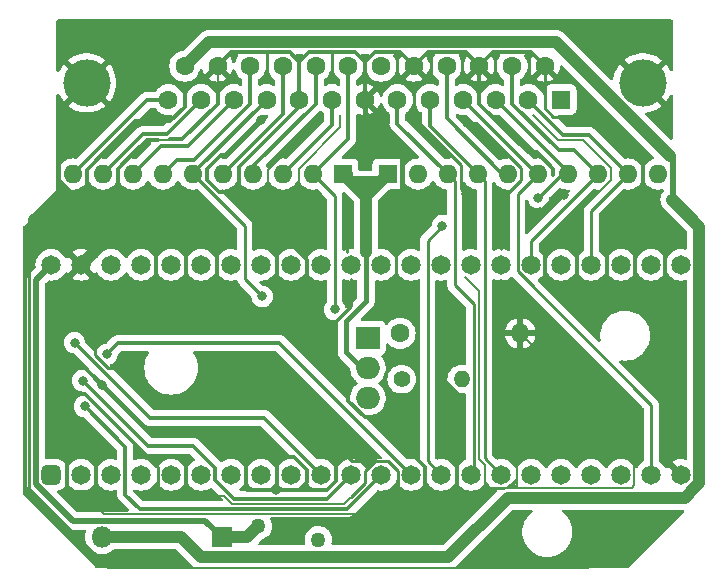
<source format=gbr>
%TF.GenerationSoftware,KiCad,Pcbnew,6.0.5-a6ca702e91~116~ubuntu21.10.1*%
%TF.CreationDate,2022-08-24T06:01:09-06:00*%
%TF.ProjectId,DB25m_F4Lite_THTV1_1,44423235-6d5f-4463-944c-6974655f5448,rev?*%
%TF.SameCoordinates,Original*%
%TF.FileFunction,Copper,L1,Top*%
%TF.FilePolarity,Positive*%
%FSLAX46Y46*%
G04 Gerber Fmt 4.6, Leading zero omitted, Abs format (unit mm)*
G04 Created by KiCad (PCBNEW 6.0.5-a6ca702e91~116~ubuntu21.10.1) date 2022-08-24 06:01:09*
%MOMM*%
%LPD*%
G01*
G04 APERTURE LIST*
G04 Aperture macros list*
%AMRoundRect*
0 Rectangle with rounded corners*
0 $1 Rounding radius*
0 $2 $3 $4 $5 $6 $7 $8 $9 X,Y pos of 4 corners*
0 Add a 4 corners polygon primitive as box body*
4,1,4,$2,$3,$4,$5,$6,$7,$8,$9,$2,$3,0*
0 Add four circle primitives for the rounded corners*
1,1,$1+$1,$2,$3*
1,1,$1+$1,$4,$5*
1,1,$1+$1,$6,$7*
1,1,$1+$1,$8,$9*
0 Add four rect primitives between the rounded corners*
20,1,$1+$1,$2,$3,$4,$5,0*
20,1,$1+$1,$4,$5,$6,$7,0*
20,1,$1+$1,$6,$7,$8,$9,0*
20,1,$1+$1,$8,$9,$2,$3,0*%
G04 Aperture macros list end*
%TA.AperFunction,ComponentPad*%
%ADD10C,1.270000*%
%TD*%
%TA.AperFunction,ComponentPad*%
%ADD11R,1.600000X1.600000*%
%TD*%
%TA.AperFunction,ComponentPad*%
%ADD12O,1.600000X1.600000*%
%TD*%
%TA.AperFunction,ComponentPad*%
%ADD13R,1.800000X1.800000*%
%TD*%
%TA.AperFunction,ComponentPad*%
%ADD14O,1.800000X1.800000*%
%TD*%
%TA.AperFunction,ComponentPad*%
%ADD15RoundRect,0.412500X0.412500X-0.412500X0.412500X0.412500X-0.412500X0.412500X-0.412500X-0.412500X0*%
%TD*%
%TA.AperFunction,ComponentPad*%
%ADD16C,1.650000*%
%TD*%
%TA.AperFunction,ComponentPad*%
%ADD17C,4.000000*%
%TD*%
%TA.AperFunction,ComponentPad*%
%ADD18C,1.600000*%
%TD*%
%TA.AperFunction,ComponentPad*%
%ADD19C,1.400000*%
%TD*%
%TA.AperFunction,ComponentPad*%
%ADD20O,1.400000X1.400000*%
%TD*%
%TA.AperFunction,ComponentPad*%
%ADD21R,2.000000X1.905000*%
%TD*%
%TA.AperFunction,ComponentPad*%
%ADD22O,2.000000X1.905000*%
%TD*%
%TA.AperFunction,ViaPad*%
%ADD23C,0.800000*%
%TD*%
%TA.AperFunction,Conductor*%
%ADD24C,0.250000*%
%TD*%
%TA.AperFunction,Conductor*%
%ADD25C,0.140000*%
%TD*%
%TA.AperFunction,Conductor*%
%ADD26C,0.330000*%
%TD*%
%TA.AperFunction,Conductor*%
%ADD27C,0.200000*%
%TD*%
%TA.AperFunction,Conductor*%
%ADD28C,0.450000*%
%TD*%
%TA.AperFunction,Conductor*%
%ADD29C,1.000000*%
%TD*%
%TA.AperFunction,Conductor*%
%ADD30C,0.500000*%
%TD*%
G04 APERTURE END LIST*
D10*
%TO.P,F1,1*%
%TO.N,+5VP*%
X126830000Y-88640000D03*
%TO.P,F1,2*%
%TO.N,+5F*%
X131910000Y-89783000D03*
%TD*%
D11*
%TO.P,RN1,1,common*%
%TO.N,+2V8*%
X133982460Y-58831480D03*
D12*
%TO.P,RN1,2,R1*%
%TO.N,DBP*%
X131442460Y-58831480D03*
%TO.P,RN1,3,R2*%
%TO.N,DB0*%
X128902460Y-58831480D03*
%TO.P,RN1,4,R3*%
%TO.N,DB1*%
X126362460Y-58831480D03*
%TO.P,RN1,5,R4*%
%TO.N,DB2*%
X123822460Y-58831480D03*
%TO.P,RN1,6,R5*%
%TO.N,DB3*%
X121282460Y-58831480D03*
%TO.P,RN1,7,R6*%
%TO.N,DB4*%
X118742460Y-58831480D03*
%TO.P,RN1,8,R7*%
%TO.N,DB5*%
X116202460Y-58831480D03*
%TO.P,RN1,9,R8*%
%TO.N,DB6*%
X113662460Y-58831480D03*
%TO.P,RN1,10,R9*%
%TO.N,DB7*%
X111122460Y-58831480D03*
%TD*%
D11*
%TO.P,RN2,1,common*%
%TO.N,+2V8*%
X137792460Y-58831480D03*
D12*
%TO.P,RN2,2,R1*%
%TO.N,SEL*%
X140332460Y-58831480D03*
%TO.P,RN2,3,R2*%
%TO.N,BSY*%
X142872460Y-58831480D03*
%TO.P,RN2,4,R3*%
%TO.N,ACK*%
X145412460Y-58831480D03*
%TO.P,RN2,5,R4*%
%TO.N,ATN*%
X147952460Y-58831480D03*
%TO.P,RN2,6,R5*%
%TO.N,RST*%
X150492460Y-58831480D03*
%TO.P,RN2,7,R6*%
%TO.N,IO*%
X153032460Y-58831480D03*
%TO.P,RN2,8,R7*%
%TO.N,CD*%
X155572460Y-58831480D03*
%TO.P,RN2,9,R8*%
%TO.N,MSG*%
X158112460Y-58831480D03*
%TO.P,RN2,10,R9*%
%TO.N,REQ*%
X160652460Y-58831480D03*
%TD*%
D13*
%TO.P,D1,1,K*%
%TO.N,+5VP*%
X123730000Y-89600000D03*
D14*
%TO.P,D1,2,A*%
%TO.N,+5V*%
X113570000Y-89600000D03*
%TD*%
D15*
%TO.P,U2,1,Ho*%
%TO.N,unconnected-(U2-Pad1)*%
X109284675Y-84301342D03*
D16*
%TO.P,U2,2,Hi*%
%TO.N,unconnected-(U2-Pad2)*%
X111824675Y-84301342D03*
%TO.P,U2,3,RST*%
%TO.N,unconnected-(U2-Pad3)*%
X114364675Y-84301342D03*
%TO.P,U2,4,V-*%
%TO.N,unconnected-(U2-Pad4)*%
X116904675Y-84301342D03*
%TO.P,U2,5,V+*%
%TO.N,unconnected-(U2-Pad5)*%
X119444675Y-84301342D03*
%TO.P,U2,6,A0*%
%TO.N,unconnected-(U2-Pad6)*%
X121984675Y-84301342D03*
%TO.P,U2,7,A1*%
%TO.N,unconnected-(U2-Pad7)*%
X124524675Y-84301342D03*
%TO.P,U2,8,A2*%
%TO.N,unconnected-(U2-Pad8)*%
X127064675Y-84301342D03*
%TO.P,U2,9,A3*%
%TO.N,unconnected-(U2-Pad9)*%
X129604675Y-84301342D03*
%TO.P,U2,10,SD_CD_CS_A4*%
%TO.N,SD_CS*%
X132144675Y-84301342D03*
%TO.P,U2,11,SD_CLK_A5*%
%TO.N,SD_CLK*%
X134684675Y-84301342D03*
%TO.P,U2,12,SD_DAT0_MISO_A6*%
%TO.N,SD_MISO*%
X137224675Y-84301342D03*
%TO.P,U2,13,SD_CMD_MOSI_A7*%
%TO.N,SD_MOSI*%
X139764675Y-84301342D03*
%TO.P,U2,14,ATN_A8*%
%TO.N,ATN*%
X142304675Y-84301342D03*
%TO.P,U2,15,BSY_A9*%
%TO.N,BSY*%
X144844675Y-84301342D03*
%TO.P,U2,16,ACK_A10*%
%TO.N,ACK*%
X147384675Y-84301342D03*
%TO.P,U2,17,A11*%
%TO.N,unconnected-(U2-Pad17)*%
X149924675Y-84301342D03*
%TO.P,U2,18,A12*%
%TO.N,unconnected-(U2-Pad18)*%
X152464675Y-84301342D03*
%TO.P,U2,19,A13*%
%TO.N,unconnected-(U2-Pad19)*%
X155004675Y-84301342D03*
%TO.P,U2,20,A14*%
%TO.N,unconnected-(U2-Pad20)*%
X157544675Y-84301342D03*
%TO.P,U2,21,RST_A15*%
%TO.N,RST*%
X160084675Y-84301342D03*
%TO.P,U2,22,GND*%
%TO.N,GND*%
X162624675Y-84301342D03*
%TO.P,U2,23,DBP_B0*%
%TO.N,DBP*%
X162624675Y-66521342D03*
%TO.P,U2,24,B1*%
%TO.N,unconnected-(U2-Pad24)*%
X160084675Y-66521342D03*
%TO.P,U2,25,DB3_B2*%
%TO.N,DB3*%
X157544675Y-66521342D03*
%TO.P,U2,26,MSG_B3*%
%TO.N,MSG*%
X155004675Y-66521342D03*
%TO.P,U2,27,SEL_B4*%
%TO.N,SEL*%
X152464675Y-66521342D03*
%TO.P,U2,28,CD_B5*%
%TO.N,CD*%
X149924675Y-66521342D03*
%TO.P,U2,29,REQ_B6*%
%TO.N,REQ*%
X147384675Y-66521342D03*
%TO.P,U2,30,IO_B7*%
%TO.N,IO*%
X144844675Y-66521342D03*
%TO.P,U2,31,DB0_B8*%
%TO.N,DB0*%
X142304675Y-66521342D03*
%TO.P,U2,32,DB1_B9*%
%TO.N,DB1*%
X139764675Y-66521342D03*
%TO.P,U2,33,DB2_B10*%
%TO.N,DB2*%
X137224675Y-66521342D03*
%TO.P,U2,34,DB4_B12*%
%TO.N,DB4*%
X134684675Y-66521342D03*
%TO.P,U2,35,DB5_B13*%
%TO.N,DB5*%
X132144675Y-66521342D03*
%TO.P,U2,36,DB6_B14*%
%TO.N,DB6*%
X129604675Y-66521342D03*
%TO.P,U2,37,DB7_B15*%
%TO.N,DB7*%
X127064675Y-66521342D03*
%TO.P,U2,38,C15*%
%TO.N,unconnected-(U2-Pad38)*%
X124524675Y-66521342D03*
%TO.P,U2,39,C14*%
%TO.N,unconnected-(U2-Pad39)*%
X121984675Y-66521342D03*
%TO.P,U2,40,C13*%
%TO.N,unconnected-(U2-Pad40)*%
X119444675Y-66521342D03*
%TO.P,U2,41,VB*%
%TO.N,unconnected-(U2-Pad41)*%
X116904675Y-66521342D03*
%TO.P,U2,42,3.3v*%
%TO.N,+3V3*%
X114364675Y-66521342D03*
%TO.P,U2,43,GND*%
%TO.N,GND*%
X111824675Y-66521342D03*
%TO.P,U2,44,5V*%
%TO.N,+5VP*%
X109284675Y-66521342D03*
%TD*%
D17*
%TO.P,J6,0,PAD*%
%TO.N,GND*%
X112280800Y-51114820D03*
X159380800Y-51114820D03*
D11*
%TO.P,J6,1,1*%
%TO.N,REQ*%
X152450800Y-52534820D03*
D18*
%TO.P,J6,2,2*%
%TO.N,MSG*%
X149680800Y-52534820D03*
%TO.P,J6,3,3*%
%TO.N,IO*%
X146910800Y-52534820D03*
%TO.P,J6,4,4*%
%TO.N,RST*%
X144140800Y-52534820D03*
%TO.P,J6,5,5*%
%TO.N,ACK*%
X141370800Y-52534820D03*
%TO.P,J6,6,6*%
%TO.N,BSY*%
X138600800Y-52534820D03*
%TO.P,J6,7,7*%
%TO.N,GND*%
X135830800Y-52534820D03*
%TO.P,J6,8,8*%
%TO.N,DB0*%
X133060800Y-52534820D03*
%TO.P,J6,9,9*%
%TO.N,GND*%
X130290800Y-52534820D03*
%TO.P,J6,10,10*%
%TO.N,DB3*%
X127520800Y-52534820D03*
%TO.P,J6,11,11*%
%TO.N,DB5*%
X124750800Y-52534820D03*
%TO.P,J6,12,12*%
%TO.N,DB6*%
X121980800Y-52534820D03*
%TO.P,J6,13,13*%
%TO.N,DB7*%
X119210800Y-52534820D03*
%TO.P,J6,14,P14*%
%TO.N,GND*%
X151065800Y-49694820D03*
%TO.P,J6,15,P15*%
%TO.N,CD*%
X148295800Y-49694820D03*
%TO.P,J6,16,P16*%
%TO.N,GND*%
X145525800Y-49694820D03*
%TO.P,J6,17,P17*%
%TO.N,ATN*%
X142755800Y-49694820D03*
%TO.P,J6,18,P18*%
%TO.N,GND*%
X139985800Y-49694820D03*
%TO.P,J6,19,P19*%
%TO.N,SEL*%
X137215800Y-49694820D03*
%TO.P,J6,20,P20*%
%TO.N,DBP*%
X134445800Y-49694820D03*
%TO.P,J6,21,P21*%
%TO.N,DB1*%
X131675800Y-49694820D03*
%TO.P,J6,22,P22*%
%TO.N,DB2*%
X128905800Y-49694820D03*
%TO.P,J6,23,P23*%
%TO.N,DB4*%
X126135800Y-49694820D03*
%TO.P,J6,24,P24*%
%TO.N,GND*%
X123365800Y-49694820D03*
%TO.P,J6,25,P25*%
%TO.N,+5V*%
X120595800Y-49694820D03*
%TD*%
%TO.P,R1,1*%
%TO.N,Net-(C1-Pad1)*%
X138827414Y-72325242D03*
D12*
%TO.P,R1,2*%
%TO.N,GND*%
X148987414Y-72325242D03*
%TD*%
D19*
%TO.P,R2,1*%
%TO.N,+2V8*%
X138954414Y-76198744D03*
D20*
%TO.P,R2,2*%
%TO.N,Net-(C1-Pad1)*%
X144034414Y-76198744D03*
%TD*%
D21*
%TO.P,U1,1,GND*%
%TO.N,Net-(C1-Pad1)*%
X136096914Y-72706244D03*
D22*
%TO.P,U1,2,VO*%
%TO.N,+2V8*%
X136096914Y-75246244D03*
%TO.P,U1,3,VI*%
%TO.N,+5F*%
X136096914Y-77786244D03*
%TD*%
D23*
%TO.N,GND*%
X150868380Y-72293480D03*
X160020000Y-76339700D03*
X154734260Y-54170580D03*
X150693120Y-62085220D03*
X147302220Y-72293480D03*
X158140400Y-88747600D03*
X113030000Y-72707500D03*
X142308580Y-68300600D03*
X109931418Y-77401202D03*
X143838917Y-79310243D03*
X111112518Y-77401202D03*
X123355100Y-68940680D03*
X149042120Y-78094840D03*
X130916680Y-68084700D03*
X134344410Y-64240410D03*
X140987780Y-62222380D03*
X138264900Y-60754260D03*
X152737820Y-60632340D03*
X131826069Y-54279869D03*
X132247640Y-62727840D03*
X153330000Y-64510000D03*
X158400000Y-64570000D03*
X128338580Y-85549740D03*
X154409140Y-71206360D03*
X144518380Y-54480460D03*
X125237459Y-60726101D03*
X143611600Y-82219800D03*
X139486640Y-86829900D03*
X138485880Y-68135500D03*
X111175800Y-79519780D03*
X159730000Y-61940000D03*
X144381220Y-60485020D03*
X113555780Y-76715620D03*
X142598140Y-86829900D03*
X148686520Y-82400140D03*
X120711706Y-86097634D03*
X158793180Y-68066920D03*
X111350000Y-89370000D03*
X144868900Y-64081660D03*
X121330720Y-61008260D03*
X141551660Y-60449460D03*
X143898620Y-72285860D03*
X158639676Y-82459664D03*
X111824675Y-68685505D03*
X147325080Y-61633100D03*
X147388580Y-68178680D03*
X118206520Y-69006720D03*
X127078740Y-54292500D03*
X111658400Y-86255860D03*
%TO.N,SD_CS*%
X111262160Y-73118980D03*
%TO.N,SD_CLK*%
X111955580Y-76316840D03*
%TO.N,SD_MISO*%
X112107980Y-78508860D03*
%TO.N,SD_MOSI*%
X113995200Y-74096880D03*
%TO.N,ATN*%
X142410180Y-63210440D03*
%TO.N,DBP*%
X133283960Y-70302120D03*
%TO.N,IO*%
X150533017Y-60833000D03*
%TO.N,DB3*%
X127144780Y-69187060D03*
%TD*%
D24*
%TO.N,GND*%
X144518380Y-54480460D02*
X144518380Y-54480460D01*
X149943820Y-62674500D02*
X149943820Y-62674500D01*
D25*
X158639676Y-82459664D02*
X158639676Y-81977504D01*
D26*
X142308580Y-68300600D02*
X142308580Y-68300600D01*
X143611600Y-82219800D02*
X143611600Y-77352132D01*
D24*
X113502440Y-91574620D02*
X113502440Y-91574620D01*
D25*
X120711706Y-86097634D02*
X123925338Y-86097634D01*
D26*
X112094176Y-85794684D02*
X110864484Y-85794684D01*
D27*
X131826069Y-54279869D02*
X132262880Y-53843058D01*
D24*
X130916680Y-68084700D02*
X130916680Y-70551040D01*
D26*
X127078740Y-54292500D02*
X127259080Y-54112160D01*
D24*
X113555780Y-76715620D02*
X116806980Y-79966820D01*
D26*
X145525800Y-49694820D02*
X146690801Y-48529819D01*
D24*
X141662841Y-48529819D02*
X141444980Y-48747680D01*
X109750390Y-60267050D02*
X107434655Y-62582785D01*
D26*
X120446800Y-64861440D02*
X120683020Y-65097660D01*
X144360799Y-48529819D02*
X145525800Y-49694820D01*
D25*
X136865360Y-87533480D02*
X138614674Y-85784166D01*
D26*
X130944620Y-83880085D02*
X129865995Y-82801460D01*
X124569220Y-60337700D02*
X123515120Y-60337700D01*
D27*
X129943860Y-60248800D02*
X130225800Y-59966860D01*
D26*
X141150801Y-48529819D02*
X141662841Y-48529819D01*
D27*
X158400000Y-64570000D02*
X159730000Y-63240000D01*
D26*
X150377702Y-56992520D02*
X151752300Y-58367118D01*
X159367220Y-59992260D02*
X159367220Y-57899300D01*
X132623560Y-85549740D02*
X133383020Y-84790280D01*
X128338580Y-85549740D02*
X132623560Y-85549740D01*
X116745139Y-56564599D02*
X116841339Y-56564599D01*
D24*
X144051599Y-48529819D02*
X144051599Y-50384019D01*
D25*
X112919676Y-85682924D02*
X112919676Y-85794684D01*
D26*
X113045240Y-83296760D02*
X113045240Y-85557360D01*
X151752300Y-58367118D02*
X151752300Y-58900060D01*
X130290800Y-52534820D02*
X130290800Y-49355618D01*
X140954676Y-86123864D02*
X140954676Y-83672596D01*
D24*
X147325080Y-61633100D02*
X147325080Y-65143380D01*
X107434655Y-85506835D02*
X113502440Y-91574620D01*
X138555039Y-48529819D02*
X138555039Y-50484461D01*
D26*
X128338580Y-85549740D02*
X125823980Y-85549740D01*
D27*
X154174676Y-67646343D02*
X153879674Y-67351341D01*
X146290344Y-85487824D02*
X146340098Y-85438070D01*
X123365800Y-49694820D02*
X123365800Y-51567620D01*
D26*
X130290800Y-53178938D02*
X125197459Y-58272279D01*
D25*
X154736800Y-92151200D02*
X158140400Y-88747600D01*
D24*
X134647739Y-86185300D02*
X135834676Y-84998363D01*
X143611600Y-86177120D02*
X143840200Y-86177120D01*
D26*
X122730260Y-68364100D02*
X123334674Y-67759686D01*
D24*
X133203802Y-71455280D02*
X134688580Y-69970502D01*
D27*
X148329377Y-85396343D02*
X148446217Y-85396343D01*
D26*
X159730000Y-63847540D02*
X161274676Y-65392216D01*
D27*
X148686520Y-84664499D02*
X148686520Y-82400140D01*
X158400000Y-64570000D02*
X157363236Y-64570000D01*
D24*
X152737820Y-60632340D02*
X151985980Y-60632340D01*
D26*
X139974320Y-53083460D02*
X139974320Y-54394100D01*
D25*
X111350000Y-89370000D02*
X114131200Y-92151200D01*
D27*
X156672461Y-59359481D02*
X156672461Y-58303479D01*
D26*
X130290800Y-49355618D02*
X129465001Y-48529819D01*
X128381760Y-83969860D02*
X128391920Y-83980020D01*
X129865995Y-82801460D02*
X129184400Y-82801460D01*
D27*
X148686520Y-84861400D02*
X148686520Y-85156040D01*
D26*
X143611600Y-77352132D02*
X142308580Y-76049112D01*
D24*
X131820920Y-71455280D02*
X133203802Y-71455280D01*
D26*
X120591580Y-53141880D02*
X119367300Y-54366160D01*
D24*
X112034320Y-75194160D02*
X113555780Y-76715620D01*
D25*
X134083288Y-86749751D02*
X134647739Y-86185300D01*
D26*
X131116599Y-48529819D02*
X133086419Y-48529819D01*
D27*
X145969676Y-85487824D02*
X146290344Y-85487824D01*
D26*
X130916680Y-72928480D02*
X134409180Y-76420980D01*
D24*
X138485880Y-68135500D02*
X138485880Y-62765000D01*
D25*
X114131200Y-92151200D02*
X154736800Y-92151200D01*
D26*
X128360608Y-63516072D02*
X128360608Y-67722312D01*
X120683020Y-65097660D02*
X120683020Y-67741800D01*
D25*
X138614674Y-85784166D02*
X138614674Y-84853343D01*
D27*
X127624840Y-60248800D02*
X129943860Y-60248800D01*
D26*
X133086419Y-48529819D02*
X135005001Y-48529819D01*
D27*
X145484425Y-68761185D02*
X144312640Y-67589400D01*
D26*
X116403578Y-54366160D02*
X112316260Y-58453478D01*
X145525800Y-52874022D02*
X149644298Y-56992520D01*
D27*
X148151577Y-85396343D02*
X148686520Y-84861400D01*
X148111483Y-85396343D02*
X148151577Y-85396343D01*
D24*
X110820200Y-75194160D02*
X112034320Y-75194160D01*
D25*
X133861111Y-87659909D02*
X135438451Y-87659909D01*
D26*
X135830800Y-52534820D02*
X135830800Y-49355618D01*
X120591580Y-51821080D02*
X120591580Y-53141880D01*
D28*
X109897459Y-53498161D02*
X109897459Y-59367639D01*
D26*
X123334674Y-67759686D02*
X123334674Y-65483634D01*
X123365800Y-52874022D02*
X120351352Y-55888470D01*
D25*
X118294674Y-86097634D02*
X120711706Y-86097634D01*
X158420274Y-85396343D02*
X158639676Y-85176941D01*
D27*
X129063819Y-57042119D02*
X131826069Y-54279869D01*
X156672461Y-58303479D02*
X154335532Y-55966550D01*
D26*
X111824675Y-66521342D02*
X113695373Y-68392040D01*
D24*
X134759061Y-83151341D02*
X127043180Y-75435460D01*
D29*
X113049380Y-62519560D02*
X113029060Y-62499240D01*
D26*
X138614674Y-85548994D02*
X139242800Y-86177120D01*
D24*
X138485880Y-62765000D02*
X139018340Y-62232540D01*
X151065800Y-49694820D02*
X151065800Y-53226842D01*
X145266442Y-54480460D02*
X144518380Y-54480460D01*
D26*
X130290800Y-52534820D02*
X130290800Y-53178938D01*
X112919676Y-85794684D02*
X112094176Y-85794684D01*
D25*
X112919676Y-85794684D02*
X112919676Y-86851656D01*
D27*
X123365800Y-52777822D02*
X120217712Y-55925910D01*
D24*
X149077461Y-59315034D02*
X149077461Y-58291479D01*
D26*
X128381760Y-83969860D02*
X128381760Y-85506560D01*
X158734676Y-65422696D02*
X158734676Y-67688376D01*
D24*
X136672674Y-83151341D02*
X137776676Y-83151341D01*
D27*
X112334040Y-58531898D02*
X112334040Y-59608720D01*
D26*
X151124920Y-66527680D02*
X151124920Y-65255140D01*
D27*
X147954676Y-85396343D02*
X147912949Y-85438070D01*
X148700763Y-85396343D02*
X147954676Y-85396343D01*
X159730000Y-63240000D02*
X159730000Y-61940000D01*
D26*
X158400000Y-64570000D02*
X158400000Y-65088020D01*
D24*
X144868900Y-64081660D02*
X144868900Y-60972700D01*
X133086419Y-48529819D02*
X133086419Y-50865461D01*
X139974320Y-53083460D02*
X139974320Y-51793140D01*
X141444980Y-48747680D02*
X141444980Y-50246280D01*
D27*
X145969676Y-85891684D02*
X145969676Y-85487824D01*
D26*
X159730000Y-61940000D02*
X159730000Y-63847540D01*
D24*
X143997461Y-60101261D02*
X143997461Y-58109459D01*
X139974320Y-54086318D02*
X139974320Y-53083460D01*
D27*
X148329377Y-85396343D02*
X148329377Y-85363323D01*
D26*
X125197459Y-59709461D02*
X124569220Y-60337700D01*
D27*
X116499778Y-54366160D02*
X112334040Y-58531898D01*
D24*
X136672674Y-83151341D02*
X134759061Y-83151341D01*
D27*
X146290344Y-85487824D02*
X147598518Y-85487824D01*
D26*
X134409180Y-78009250D02*
X135820650Y-79420720D01*
D29*
X113029060Y-65316957D02*
X113029060Y-64862380D01*
D26*
X144051599Y-48529819D02*
X144360799Y-48529819D01*
X135005001Y-48529819D02*
X135830800Y-49355618D01*
D24*
X127043180Y-75435460D02*
X122737880Y-75435460D01*
D26*
X149644298Y-56992520D02*
X150377702Y-56992520D01*
D24*
X130916680Y-70551040D02*
X131820920Y-71455280D01*
D27*
X148686520Y-84664499D02*
X148686520Y-84861400D01*
D26*
X130944620Y-84882597D02*
X130944620Y-83880085D01*
X113045240Y-85557360D02*
X112919676Y-85682924D01*
X138820799Y-48529819D02*
X139985800Y-49694820D01*
D28*
X135830800Y-53666190D02*
X139018340Y-56853730D01*
D24*
X140901420Y-86177120D02*
X143611600Y-86177120D01*
D27*
X123365800Y-51567620D02*
X123365800Y-52777822D01*
D26*
X141662841Y-48529819D02*
X144051599Y-48529819D01*
X125197459Y-59633261D02*
X125197459Y-59709461D01*
X125197459Y-58272279D02*
X125197459Y-59633261D01*
D24*
X149077461Y-58291479D02*
X145266442Y-54480460D01*
D26*
X149732421Y-48529819D02*
X149900799Y-48529819D01*
X140954676Y-83672596D02*
X140055600Y-82773520D01*
D27*
X148686520Y-85156040D02*
X148686520Y-85382100D01*
D26*
X154409140Y-71206360D02*
X154409140Y-68567300D01*
X123685758Y-57243980D02*
X124127260Y-57243980D01*
X128865561Y-57042119D02*
X127693420Y-58214260D01*
D29*
X115371880Y-62519560D02*
X113049380Y-62519560D01*
D26*
X130277477Y-85549740D02*
X130944620Y-84882597D01*
D25*
X148111483Y-85396343D02*
X148329377Y-85396343D01*
D27*
X117480028Y-55925910D02*
X116841339Y-56564599D01*
D24*
X107434655Y-62582785D02*
X107434655Y-85506835D01*
D26*
X151124920Y-67922140D02*
X151124920Y-66527680D01*
D24*
X147325080Y-61633100D02*
X147325080Y-61067415D01*
D26*
X113695373Y-68392040D02*
X117574060Y-68392040D01*
X159730000Y-60355040D02*
X159367220Y-59992260D01*
D24*
X138614674Y-83989339D02*
X138614674Y-84853343D01*
D27*
X123365800Y-49694820D02*
X121993920Y-51066700D01*
D25*
X112919676Y-80389460D02*
X112919676Y-82787656D01*
D26*
X120711706Y-86097634D02*
X120711706Y-83043506D01*
X112919676Y-83171196D02*
X113045240Y-83296760D01*
D28*
X110796870Y-60267050D02*
X113029060Y-62499240D01*
D27*
X146340098Y-85438070D02*
X147912949Y-85438070D01*
D26*
X154409140Y-71206360D02*
X151124920Y-67922140D01*
X139242800Y-86177120D02*
X140901420Y-86177120D01*
D24*
X147325080Y-61067415D02*
X149077461Y-59315034D01*
D29*
X113029060Y-65316957D02*
X111824675Y-66521342D01*
D24*
X149732421Y-48529819D02*
X149732421Y-50315439D01*
D26*
X135830800Y-49355618D02*
X136656599Y-48529819D01*
X135820650Y-79420720D02*
X136646920Y-79420720D01*
D27*
X145969676Y-85487824D02*
X145969676Y-83487397D01*
D29*
X113029060Y-62499240D02*
X113029060Y-65316957D01*
D26*
X125778260Y-85504020D02*
X125778260Y-83548220D01*
D27*
X121993920Y-51066700D02*
X121345960Y-51066700D01*
X153879674Y-62152268D02*
X156672461Y-59359481D01*
X143611600Y-86177120D02*
X145684240Y-86177120D01*
X120217712Y-55925910D02*
X117480028Y-55925910D01*
D26*
X118737380Y-64861440D02*
X120446800Y-64861440D01*
X136656599Y-48529819D02*
X138555039Y-48529819D01*
D25*
X148700763Y-85396343D02*
X158420274Y-85396343D01*
D27*
X130225800Y-59966860D02*
X130225800Y-58420138D01*
D28*
X109897459Y-59367639D02*
X110796870Y-60267050D01*
X135830800Y-52534820D02*
X135830800Y-53666190D01*
D24*
X137776676Y-83151341D02*
X138614674Y-83989339D01*
D26*
X116745139Y-56564599D02*
X114896900Y-58412838D01*
X124530801Y-48529819D02*
X123365800Y-49694820D01*
X122491500Y-58438238D02*
X123685758Y-57243980D01*
X134409180Y-76420980D02*
X134409180Y-78009250D01*
X123365800Y-51567620D02*
X123365800Y-52874022D01*
D27*
X147912949Y-85438070D02*
X148686520Y-84664499D01*
D26*
X140901420Y-86177120D02*
X140954676Y-86123864D01*
D24*
X127522661Y-48529819D02*
X127522661Y-50847681D01*
D26*
X125823980Y-85549740D02*
X125778260Y-85504020D01*
D24*
X151985980Y-60632340D02*
X149943820Y-62674500D01*
D26*
X128338580Y-85549740D02*
X130277477Y-85549740D01*
D25*
X148329377Y-85396343D02*
X148700763Y-85396343D01*
D28*
X112280800Y-51114820D02*
X109897459Y-53498161D01*
D26*
X117574060Y-68392040D02*
X118132860Y-67833240D01*
X118132860Y-67833240D02*
X118132860Y-65465960D01*
X142308580Y-76049112D02*
X142308580Y-68300600D01*
D27*
X152212230Y-55966550D02*
X150047960Y-53802280D01*
X119367300Y-54366160D02*
X116499778Y-54366160D01*
X145684240Y-86177120D02*
X145969676Y-85891684D01*
D29*
X115371880Y-62519560D02*
X114437160Y-62519560D01*
D24*
X144381220Y-60485020D02*
X143997461Y-60101261D01*
D26*
X112316260Y-58453478D02*
X112316260Y-59766200D01*
D24*
X143997461Y-58109459D02*
X139974320Y-54086318D01*
D26*
X143611600Y-86177120D02*
X143611600Y-82219800D01*
D25*
X147689999Y-85396343D02*
X148111483Y-85396343D01*
D24*
X134344410Y-64240410D02*
X134344410Y-61916310D01*
D26*
X149900799Y-48529819D02*
X151065800Y-49694820D01*
X139974320Y-54394100D02*
X142933420Y-57353200D01*
X138614674Y-84853343D02*
X138614674Y-85548994D01*
D25*
X113727929Y-87659909D02*
X133861111Y-87659909D01*
D26*
X154409140Y-68567300D02*
X153814674Y-67972834D01*
D27*
X148686520Y-85382100D02*
X148700763Y-85396343D01*
D26*
X119367300Y-54366160D02*
X116403578Y-54366160D01*
D24*
X113030000Y-74193842D02*
X114103978Y-75267820D01*
D25*
X123925338Y-86097634D02*
X124577454Y-86749751D01*
D24*
X135834676Y-83989339D02*
X136672674Y-83151341D01*
D26*
X129465001Y-48529819D02*
X127522661Y-48529819D01*
D27*
X127520716Y-60352924D02*
X127624840Y-60248800D01*
D26*
X156297998Y-65635238D02*
X156297998Y-67427742D01*
X139985800Y-49694820D02*
X141150801Y-48529819D01*
D25*
X112919676Y-86851656D02*
X113727929Y-87659909D01*
D26*
X114896900Y-59517280D02*
X114957860Y-59578240D01*
D24*
X128381760Y-82844640D02*
X128381760Y-83045300D01*
X118294674Y-83622552D02*
X118294674Y-86097634D01*
D26*
X130916680Y-67373500D02*
X130916680Y-72928480D01*
X110634674Y-85564874D02*
X110634674Y-83075886D01*
D29*
X114437160Y-62519560D02*
X113748820Y-63207900D01*
D27*
X127624840Y-58481098D02*
X129063819Y-57042119D01*
D24*
X144868900Y-60972700D02*
X144381220Y-60485020D01*
D26*
X146690801Y-48529819D02*
X146881159Y-48529819D01*
D27*
X145969676Y-83487397D02*
X145484425Y-83002146D01*
D24*
X151806338Y-53967380D02*
X152405080Y-53967380D01*
D26*
X114896900Y-58412838D02*
X114896900Y-59517280D01*
D27*
X145484425Y-83002146D02*
X145484425Y-68761185D01*
X127624840Y-60248800D02*
X127624840Y-58481098D01*
D24*
X109931418Y-77401202D02*
X109931418Y-76082942D01*
D25*
X158639676Y-85176941D02*
X158639676Y-82459664D01*
D26*
X159730000Y-61940000D02*
X159730000Y-60355040D01*
D24*
X111112518Y-77401202D02*
X112073324Y-77401202D01*
D27*
X121345960Y-51066700D02*
X120591580Y-51821080D01*
X154335532Y-55966550D02*
X152212230Y-55966550D01*
D26*
X116841339Y-56564599D02*
X117415028Y-55990910D01*
X138555039Y-48529819D02*
X138820799Y-48529819D01*
X153814674Y-67972834D02*
X153814674Y-65392194D01*
X120351352Y-55888470D02*
X119376697Y-55888470D01*
D27*
X125197459Y-60352924D02*
X127520716Y-60352924D01*
X148329377Y-85363323D02*
X148582380Y-85110320D01*
D29*
X113029060Y-64862380D02*
X115371880Y-62519560D01*
D26*
X130916680Y-66072145D02*
X130916680Y-67373500D01*
D25*
X158639676Y-81977504D02*
X148987414Y-72325242D01*
D26*
X120683020Y-67741800D02*
X121305320Y-68364100D01*
X146881159Y-48529819D02*
X149732421Y-48529819D01*
D24*
X151065800Y-53226842D02*
X151806338Y-53967380D01*
D28*
X139018340Y-56853730D02*
X139018340Y-62232540D01*
D26*
X128381760Y-85506560D02*
X128338580Y-85549740D01*
D24*
X135834676Y-84998363D02*
X135834676Y-83989339D01*
D26*
X122491500Y-59314080D02*
X122491500Y-58438238D01*
D24*
X146881159Y-48529819D02*
X146881159Y-50636861D01*
D26*
X145525800Y-49694820D02*
X145525800Y-52874022D01*
D24*
X110796870Y-60267050D02*
X109750390Y-60267050D01*
D27*
X130225800Y-58420138D02*
X133769100Y-54876838D01*
X148446217Y-85396343D02*
X148686520Y-85156040D01*
D24*
X113030000Y-72707500D02*
X113030000Y-74193842D01*
D26*
X133383020Y-84790280D02*
X133383020Y-83479640D01*
D24*
X109931418Y-76082942D02*
X110820200Y-75194160D01*
D26*
X129063819Y-57042119D02*
X128865561Y-57042119D01*
X128381760Y-83045300D02*
X128381760Y-83969860D01*
X125197459Y-60352924D02*
X128360608Y-63516072D01*
X124127260Y-57243980D02*
X127078740Y-54292500D01*
D27*
X157363236Y-64570000D02*
X156297998Y-65635238D01*
D26*
X118132860Y-65465960D02*
X118737380Y-64861440D01*
X123515120Y-60337700D02*
X122491500Y-59314080D01*
D24*
X134688580Y-69970502D02*
X134688580Y-67734180D01*
X130916680Y-67373500D02*
X130916680Y-68084700D01*
D26*
X117415028Y-55990910D02*
X118293483Y-55990910D01*
X125197459Y-59633261D02*
X125197459Y-60352924D01*
X112919676Y-82787656D02*
X112919676Y-83171196D01*
D25*
X124577454Y-86749751D02*
X134083288Y-86749751D01*
D24*
X134344410Y-64240410D02*
X134344410Y-65398650D01*
X114103978Y-75267820D02*
X116809520Y-75267820D01*
D26*
X110864484Y-85794684D02*
X110634674Y-85564874D01*
D24*
X118294674Y-86097634D02*
X118382340Y-86185300D01*
D26*
X161274676Y-65392216D02*
X161274676Y-67764576D01*
D24*
X112073324Y-77401202D02*
X118294674Y-83622552D01*
D26*
X121305320Y-68364100D02*
X122730260Y-68364100D01*
D27*
X133769100Y-54876838D02*
X133769100Y-53875940D01*
D26*
X127522661Y-48529819D02*
X124530801Y-48529819D01*
X130290800Y-49355618D02*
X131116599Y-48529819D01*
X158400000Y-65088020D02*
X158734676Y-65422696D01*
X128360608Y-63516072D02*
X130916680Y-66072145D01*
D29*
%TO.N,+2V8*%
X133982460Y-58831480D02*
X134696200Y-59545220D01*
D28*
X135616964Y-75246244D02*
X134261860Y-73891140D01*
D29*
X135934676Y-65472084D02*
X135934676Y-60689264D01*
D28*
X134261860Y-73891140D02*
X134261860Y-71257160D01*
D29*
X133982460Y-58831480D02*
X134294220Y-58831480D01*
D28*
X136096914Y-75246244D02*
X135616964Y-75246244D01*
D29*
X135934676Y-60689264D02*
X137792460Y-58831480D01*
X133982460Y-58831480D02*
X134109460Y-58831480D01*
D28*
X135934676Y-65472084D02*
X135934676Y-62341204D01*
X135934676Y-69584344D02*
X135934676Y-65472084D01*
D29*
X135934676Y-60689264D02*
X135840244Y-60689264D01*
X134696200Y-59545220D02*
X137078720Y-59545220D01*
X137078720Y-59545220D02*
X137792460Y-58831480D01*
X135840244Y-60689264D02*
X133982460Y-58831480D01*
D28*
X134261860Y-71257160D02*
X135934676Y-69584344D01*
D29*
%TO.N,+5V*%
X147937220Y-86238080D02*
X142901439Y-91273861D01*
X120595800Y-49694820D02*
X122625811Y-47664809D01*
D28*
X163874676Y-84901343D02*
X163874676Y-65921341D01*
D30*
X163874676Y-62651596D02*
X161902461Y-60679381D01*
D29*
X142901439Y-91273861D02*
X121984539Y-91273861D01*
X122625811Y-47664809D02*
X151934787Y-47664809D01*
X152035949Y-47664809D02*
X161660130Y-57288990D01*
X162944939Y-86238080D02*
X147937220Y-86238080D01*
X163810380Y-85372639D02*
X164149676Y-85033343D01*
D28*
X163810380Y-85372639D02*
X163810380Y-84965639D01*
D29*
X120310678Y-89600000D02*
X121984539Y-91273861D01*
D28*
X163810380Y-84965639D02*
X163874676Y-84901343D01*
D29*
X113570000Y-89600000D02*
X120310678Y-89600000D01*
X163810380Y-85372639D02*
X162944939Y-86238080D01*
X151934787Y-47664809D02*
X152035949Y-47664809D01*
D30*
X161902461Y-57531321D02*
X161660130Y-57288990D01*
D29*
X164149676Y-85033343D02*
X164149676Y-63280150D01*
X164149676Y-63280150D02*
X161870913Y-61001387D01*
D30*
X161902461Y-60679381D02*
X161902461Y-57531321D01*
X163874676Y-65921341D02*
X163874676Y-62651596D01*
D26*
%TO.N,SD_CS*%
X111262160Y-73118980D02*
X111152940Y-73009760D01*
X111262160Y-73118980D02*
X117619991Y-79476811D01*
X117619991Y-79476811D02*
X127320144Y-79476811D01*
X127320144Y-79476811D02*
X132144675Y-84301342D01*
%TO.N,SD_CLK*%
X111955580Y-76316840D02*
X111953040Y-76314300D01*
X132671276Y-86314741D02*
X134684675Y-84301342D01*
X124757641Y-86314741D02*
X132671276Y-86314741D01*
X117472460Y-81833720D02*
X121278255Y-81833720D01*
X111955580Y-76316840D02*
X117472460Y-81833720D01*
X121278255Y-81833720D02*
X123174676Y-83730141D01*
X123174676Y-83730141D02*
X123174676Y-84731776D01*
X123174676Y-84731776D02*
X124757641Y-86314741D01*
%TO.N,SD_MISO*%
X112107980Y-78508860D02*
X112107980Y-78508860D01*
X134301118Y-87224899D02*
X116798119Y-87224899D01*
X115554676Y-81955556D02*
X112107980Y-78508860D01*
X116798119Y-87224899D02*
X115554676Y-85981456D01*
X115554676Y-85981456D02*
X115554676Y-81955556D01*
X137224675Y-84301342D02*
X134301118Y-87224899D01*
%TO.N,SD_MOSI*%
X113995200Y-74096880D02*
X113995200Y-74096880D01*
X114960837Y-73131243D02*
X113995200Y-74096880D01*
X128594576Y-73131243D02*
X114960837Y-73131243D01*
X139764675Y-84301342D02*
X128594576Y-73131243D01*
D24*
%TO.N,ATN*%
X142410180Y-63210440D02*
X142410180Y-63210440D01*
D26*
X147462240Y-58831480D02*
X147952460Y-58831480D01*
D24*
X141154674Y-64465946D02*
X142410180Y-63210440D01*
X142304675Y-84301342D02*
X141154674Y-83151341D01*
D26*
X142755800Y-49694820D02*
X142755800Y-54125040D01*
D24*
X141154674Y-83151341D02*
X141154674Y-64465946D01*
D26*
X142755800Y-54125040D02*
X147462240Y-58831480D01*
%TO.N,BSY*%
X138600800Y-54559820D02*
X142872460Y-58831480D01*
X138600800Y-52534820D02*
X138600800Y-54559820D01*
D24*
X144844675Y-84301342D02*
X145059415Y-84086602D01*
X145059415Y-69874082D02*
X143454676Y-68269343D01*
X143454676Y-68269343D02*
X143454676Y-59413696D01*
X143454676Y-59413696D02*
X142872460Y-58831480D01*
X145059415Y-84086602D02*
X145059415Y-69874082D01*
%TO.N,DBP*%
X133294676Y-69956124D02*
X133294676Y-69956124D01*
X133294676Y-60683696D02*
X133294676Y-69956124D01*
X131442460Y-58831480D02*
X133294676Y-60683696D01*
D26*
X134445800Y-49694820D02*
X134445800Y-55828140D01*
X134445800Y-55828140D02*
X131442460Y-58831480D01*
D24*
%TO.N,ACK*%
X145994676Y-82911343D02*
X145994676Y-59413696D01*
X147384675Y-84301342D02*
X145994676Y-82911343D01*
X145994676Y-59413696D02*
X145412460Y-58831480D01*
D26*
X141370800Y-52534820D02*
X141370800Y-54789820D01*
X141370800Y-54789820D02*
X145412460Y-58831480D01*
D24*
%TO.N,RST*%
X148774674Y-67073343D02*
X148774674Y-60549266D01*
D26*
X144140800Y-52534820D02*
X150437460Y-58831480D01*
D24*
X160084675Y-78383344D02*
X148774674Y-67073343D01*
D26*
X150437460Y-58831480D02*
X150492460Y-58831480D01*
D24*
X148774674Y-60549266D02*
X150492460Y-58831480D01*
X160084675Y-84301342D02*
X160084675Y-78383344D01*
D26*
%TO.N,MSG*%
X154782520Y-55501540D02*
X158112460Y-58831480D01*
D24*
X155004675Y-66521342D02*
X155004675Y-61939265D01*
D26*
X149680800Y-52534820D02*
X152647520Y-55501540D01*
D24*
X155004675Y-61939265D02*
X158112460Y-58831480D01*
D26*
X152647520Y-55501540D02*
X154782520Y-55501540D01*
%TO.N,CD*%
X148295800Y-49694820D02*
X148295800Y-52874022D01*
X152233958Y-56812180D02*
X153553160Y-56812180D01*
D24*
X149924675Y-64479265D02*
X155572460Y-58831480D01*
X149924675Y-66521342D02*
X149924675Y-64479265D01*
D26*
X153553160Y-56812180D02*
X155572460Y-58831480D01*
X148295800Y-52874022D02*
X152233958Y-56812180D01*
D24*
%TO.N,IO*%
X150533017Y-60833000D02*
X152534537Y-58831480D01*
D26*
X146910800Y-52534820D02*
X153032460Y-58656480D01*
X153032460Y-58656480D02*
X153032460Y-58831480D01*
D24*
X152534537Y-58831480D02*
X153032460Y-58831480D01*
D26*
%TO.N,DB7*%
X119210800Y-52534820D02*
X117419120Y-52534820D01*
X117419120Y-52534820D02*
X111122460Y-58831480D01*
%TO.N,DB6*%
X117033040Y-55460900D02*
X113662460Y-58831480D01*
X121980800Y-52534820D02*
X119054720Y-55460900D01*
X119054720Y-55460900D02*
X117033040Y-55460900D01*
%TO.N,DB5*%
X120867140Y-56418480D02*
X118615460Y-56418480D01*
X118615460Y-56418480D02*
X116202460Y-58831480D01*
X124750800Y-52534820D02*
X120867140Y-56418480D01*
%TO.N,DB4*%
X119907461Y-57666479D02*
X118742460Y-58831480D01*
X126135800Y-49694820D02*
X126135800Y-52874022D01*
X121343343Y-57666479D02*
X119907461Y-57666479D01*
X126135800Y-52874022D02*
X121343343Y-57666479D01*
D24*
%TO.N,DB3*%
X127144780Y-69187060D02*
X127144780Y-69187060D01*
X121282460Y-58831480D02*
X125674676Y-63223696D01*
D26*
X121282460Y-58773160D02*
X121282460Y-58831480D01*
D24*
X125674676Y-63223696D02*
X125674676Y-66881296D01*
X125674676Y-67716956D02*
X127144780Y-69187060D01*
X125674676Y-66881296D02*
X125674676Y-67716956D01*
D26*
X127520800Y-52534820D02*
X121282460Y-58773160D01*
%TO.N,DB2*%
X128905800Y-49694820D02*
X128905800Y-53748140D01*
X128905800Y-53748140D02*
X123822460Y-58831480D01*
%TO.N,DB1*%
X126362460Y-58187362D02*
X126362460Y-58831480D01*
X131675800Y-49694820D02*
X131675800Y-52874022D01*
X131675800Y-52874022D02*
X126362460Y-58187362D01*
%TO.N,DB0*%
X133060800Y-52534820D02*
X133060800Y-54673140D01*
X133060800Y-54673140D02*
X128902460Y-58831480D01*
D29*
%TO.N,+3V3*%
X114364675Y-66521342D02*
X114364675Y-66501765D01*
%TO.N,+5VP*%
X125960400Y-89509600D02*
X125870000Y-89600000D01*
D30*
X109284675Y-66521342D02*
X108009665Y-67796352D01*
X108009665Y-85071108D02*
X111118476Y-88179919D01*
X122309919Y-88179919D02*
X123730000Y-89600000D01*
D29*
X123730000Y-89600000D02*
X125870000Y-89600000D01*
D30*
X111118476Y-88179919D02*
X122309919Y-88179919D01*
X108009665Y-67796352D02*
X108009665Y-85071108D01*
D29*
X125870000Y-89600000D02*
X126830000Y-88640000D01*
%TD*%
%TA.AperFunction,Conductor*%
%TO.N,GND*%
G36*
X149985052Y-87266582D02*
G01*
X150031545Y-87320238D01*
X150041649Y-87390512D01*
X150012155Y-87455092D01*
X149989381Y-87475667D01*
X149963509Y-87493850D01*
X149963502Y-87493855D01*
X149959997Y-87496319D01*
X149749398Y-87692020D01*
X149567307Y-87914492D01*
X149417093Y-88159618D01*
X149415367Y-88163551D01*
X149415366Y-88163552D01*
X149303263Y-88418930D01*
X149301537Y-88422862D01*
X149222776Y-88699354D01*
X149182269Y-88983976D01*
X149182247Y-88988265D01*
X149182246Y-88988272D01*
X149181199Y-89188144D01*
X149180763Y-89271463D01*
X149181322Y-89275707D01*
X149181322Y-89275711D01*
X149183104Y-89289248D01*
X149218288Y-89556494D01*
X149219421Y-89560634D01*
X149219421Y-89560636D01*
X149240435Y-89637449D01*
X149294149Y-89833796D01*
X149295833Y-89837744D01*
X149386833Y-90051088D01*
X149406943Y-90098236D01*
X149554581Y-90344921D01*
X149734333Y-90569288D01*
X149780487Y-90613086D01*
X149932910Y-90757730D01*
X149942871Y-90767183D01*
X150176337Y-90934946D01*
X150180132Y-90936955D01*
X150180133Y-90936956D01*
X150201889Y-90948475D01*
X150430412Y-91069472D01*
X150700393Y-91168271D01*
X150981284Y-91229515D01*
X151009861Y-91231764D01*
X151204302Y-91247067D01*
X151204311Y-91247067D01*
X151206759Y-91247260D01*
X151362291Y-91247260D01*
X151364427Y-91247114D01*
X151364438Y-91247114D01*
X151572568Y-91232925D01*
X151572574Y-91232924D01*
X151576845Y-91232633D01*
X151581040Y-91231764D01*
X151581042Y-91231764D01*
X151717603Y-91203484D01*
X151858362Y-91174334D01*
X152129363Y-91078367D01*
X152318094Y-90980956D01*
X152381025Y-90948475D01*
X152381026Y-90948475D01*
X152384832Y-90946510D01*
X152388333Y-90944049D01*
X152388337Y-90944047D01*
X152570156Y-90816262D01*
X152620043Y-90781201D01*
X152766345Y-90645249D01*
X152827499Y-90588421D01*
X152827501Y-90588418D01*
X152830642Y-90585500D01*
X153012733Y-90363028D01*
X153162947Y-90117902D01*
X153171306Y-90098861D01*
X153276777Y-89858590D01*
X153278503Y-89854658D01*
X153357264Y-89578166D01*
X153389872Y-89349047D01*
X153397166Y-89297796D01*
X153397166Y-89297794D01*
X153397771Y-89293544D01*
X153397865Y-89275711D01*
X153399255Y-89010343D01*
X153399255Y-89010336D01*
X153399277Y-89006057D01*
X153397492Y-88992494D01*
X153367258Y-88762850D01*
X153361752Y-88721026D01*
X153285891Y-88443724D01*
X153202998Y-88249385D01*
X153174783Y-88183236D01*
X153174781Y-88183232D01*
X153173097Y-88179284D01*
X153098547Y-88054720D01*
X153027663Y-87936281D01*
X153027660Y-87936277D01*
X153025459Y-87932599D01*
X152845707Y-87708232D01*
X152637169Y-87510337D01*
X152587854Y-87474900D01*
X152544208Y-87418908D01*
X152537762Y-87348205D01*
X152570565Y-87285240D01*
X152632201Y-87250006D01*
X152661382Y-87246580D01*
X162771003Y-87246580D01*
X162839124Y-87266582D01*
X162885617Y-87320238D01*
X162895721Y-87390512D01*
X162866227Y-87455092D01*
X162860098Y-87461675D01*
X158162258Y-92159515D01*
X158099946Y-92193541D01*
X158073163Y-92196420D01*
X143714920Y-92196420D01*
X143646799Y-92176418D01*
X143600306Y-92122762D01*
X143590202Y-92052488D01*
X143617835Y-91990105D01*
X143644726Y-91957599D01*
X143652716Y-91948819D01*
X148318049Y-87283485D01*
X148380361Y-87249459D01*
X148407144Y-87246580D01*
X149916931Y-87246580D01*
X149985052Y-87266582D01*
G37*
%TD.AperFunction*%
%TA.AperFunction,Conductor*%
G36*
X120081419Y-59396819D02*
G01*
X120126655Y-59449023D01*
X120142611Y-59483242D01*
X120142614Y-59483247D01*
X120144937Y-59488229D01*
X120276262Y-59675780D01*
X120438160Y-59837678D01*
X120442668Y-59840835D01*
X120442671Y-59840837D01*
X120484002Y-59869777D01*
X120625711Y-59969003D01*
X120630693Y-59971326D01*
X120630698Y-59971329D01*
X120790959Y-60046059D01*
X120833217Y-60065764D01*
X120838525Y-60067186D01*
X120838527Y-60067187D01*
X121049058Y-60123599D01*
X121049060Y-60123599D01*
X121054373Y-60125023D01*
X121282460Y-60144978D01*
X121510547Y-60125023D01*
X121515858Y-60123600D01*
X121515869Y-60123598D01*
X121574001Y-60108021D01*
X121644977Y-60109710D01*
X121695708Y-60140632D01*
X125004271Y-63449195D01*
X125038297Y-63511507D01*
X125041176Y-63538290D01*
X125041176Y-65114990D01*
X125021174Y-65183111D01*
X124967518Y-65229604D01*
X124897244Y-65239708D01*
X124882565Y-65236697D01*
X124762434Y-65204508D01*
X124762432Y-65204508D01*
X124757119Y-65203084D01*
X124524675Y-65182748D01*
X124292231Y-65203084D01*
X124286918Y-65204508D01*
X124286916Y-65204508D01*
X124072159Y-65262052D01*
X124072157Y-65262053D01*
X124066849Y-65263475D01*
X124061869Y-65265797D01*
X124061867Y-65265798D01*
X123860365Y-65359760D01*
X123860360Y-65359763D01*
X123855378Y-65362086D01*
X123850871Y-65365242D01*
X123850869Y-65365243D01*
X123668754Y-65492761D01*
X123668751Y-65492763D01*
X123664243Y-65495920D01*
X123499253Y-65660910D01*
X123365419Y-65852045D01*
X123363552Y-65856049D01*
X123312411Y-65904811D01*
X123242698Y-65918247D01*
X123176787Y-65891860D01*
X123145847Y-65856154D01*
X123143931Y-65852045D01*
X123010097Y-65660910D01*
X122845107Y-65495920D01*
X122840599Y-65492763D01*
X122840596Y-65492761D01*
X122658481Y-65365243D01*
X122658479Y-65365242D01*
X122653972Y-65362086D01*
X122648990Y-65359763D01*
X122648985Y-65359760D01*
X122447483Y-65265798D01*
X122447481Y-65265797D01*
X122442501Y-65263475D01*
X122437193Y-65262053D01*
X122437191Y-65262052D01*
X122222434Y-65204508D01*
X122222432Y-65204508D01*
X122217119Y-65203084D01*
X121984675Y-65182748D01*
X121752231Y-65203084D01*
X121746918Y-65204508D01*
X121746916Y-65204508D01*
X121532159Y-65262052D01*
X121532157Y-65262053D01*
X121526849Y-65263475D01*
X121521869Y-65265797D01*
X121521867Y-65265798D01*
X121320365Y-65359760D01*
X121320360Y-65359763D01*
X121315378Y-65362086D01*
X121310871Y-65365242D01*
X121310869Y-65365243D01*
X121128754Y-65492761D01*
X121128751Y-65492763D01*
X121124243Y-65495920D01*
X120959253Y-65660910D01*
X120825419Y-65852045D01*
X120823552Y-65856049D01*
X120772411Y-65904811D01*
X120702698Y-65918247D01*
X120636787Y-65891860D01*
X120605847Y-65856154D01*
X120603931Y-65852045D01*
X120470097Y-65660910D01*
X120305107Y-65495920D01*
X120300599Y-65492763D01*
X120300596Y-65492761D01*
X120118481Y-65365243D01*
X120118479Y-65365242D01*
X120113972Y-65362086D01*
X120108990Y-65359763D01*
X120108985Y-65359760D01*
X119907483Y-65265798D01*
X119907481Y-65265797D01*
X119902501Y-65263475D01*
X119897193Y-65262053D01*
X119897191Y-65262052D01*
X119682434Y-65204508D01*
X119682432Y-65204508D01*
X119677119Y-65203084D01*
X119444675Y-65182748D01*
X119212231Y-65203084D01*
X119206918Y-65204508D01*
X119206916Y-65204508D01*
X118992159Y-65262052D01*
X118992157Y-65262053D01*
X118986849Y-65263475D01*
X118981869Y-65265797D01*
X118981867Y-65265798D01*
X118780365Y-65359760D01*
X118780360Y-65359763D01*
X118775378Y-65362086D01*
X118770871Y-65365242D01*
X118770869Y-65365243D01*
X118588754Y-65492761D01*
X118588751Y-65492763D01*
X118584243Y-65495920D01*
X118419253Y-65660910D01*
X118285419Y-65852045D01*
X118283552Y-65856049D01*
X118232411Y-65904811D01*
X118162698Y-65918247D01*
X118096787Y-65891860D01*
X118065847Y-65856154D01*
X118063931Y-65852045D01*
X117930097Y-65660910D01*
X117765107Y-65495920D01*
X117760599Y-65492763D01*
X117760596Y-65492761D01*
X117578481Y-65365243D01*
X117578479Y-65365242D01*
X117573972Y-65362086D01*
X117568990Y-65359763D01*
X117568985Y-65359760D01*
X117367483Y-65265798D01*
X117367481Y-65265797D01*
X117362501Y-65263475D01*
X117357193Y-65262053D01*
X117357191Y-65262052D01*
X117142434Y-65204508D01*
X117142432Y-65204508D01*
X117137119Y-65203084D01*
X116904675Y-65182748D01*
X116672231Y-65203084D01*
X116666918Y-65204508D01*
X116666916Y-65204508D01*
X116452159Y-65262052D01*
X116452157Y-65262053D01*
X116446849Y-65263475D01*
X116441869Y-65265797D01*
X116441867Y-65265798D01*
X116240365Y-65359760D01*
X116240360Y-65359763D01*
X116235378Y-65362086D01*
X116230871Y-65365242D01*
X116230869Y-65365243D01*
X116048754Y-65492761D01*
X116048751Y-65492763D01*
X116044243Y-65495920D01*
X115879253Y-65660910D01*
X115745419Y-65852045D01*
X115743552Y-65856049D01*
X115692411Y-65904811D01*
X115622698Y-65918247D01*
X115556787Y-65891860D01*
X115525847Y-65856154D01*
X115523931Y-65852045D01*
X115390097Y-65660910D01*
X115225107Y-65495920D01*
X115220599Y-65492763D01*
X115220596Y-65492761D01*
X115038481Y-65365243D01*
X115038479Y-65365242D01*
X115033972Y-65362086D01*
X115028990Y-65359763D01*
X115028985Y-65359760D01*
X114827483Y-65265798D01*
X114827481Y-65265797D01*
X114822501Y-65263475D01*
X114817193Y-65262053D01*
X114817191Y-65262052D01*
X114602434Y-65204508D01*
X114602432Y-65204508D01*
X114597119Y-65203084D01*
X114364675Y-65182748D01*
X114132231Y-65203084D01*
X114126918Y-65204508D01*
X114126916Y-65204508D01*
X113912159Y-65262052D01*
X113912157Y-65262053D01*
X113906849Y-65263475D01*
X113901869Y-65265797D01*
X113901867Y-65265798D01*
X113700365Y-65359760D01*
X113700360Y-65359763D01*
X113695378Y-65362086D01*
X113690871Y-65365242D01*
X113690869Y-65365243D01*
X113508754Y-65492761D01*
X113508751Y-65492763D01*
X113504243Y-65495920D01*
X113339253Y-65660910D01*
X113205419Y-65852045D01*
X113203363Y-65856455D01*
X113152124Y-65905312D01*
X113082410Y-65918749D01*
X113016499Y-65892363D01*
X112985269Y-65856323D01*
X112980343Y-65847791D01*
X112940116Y-65790342D01*
X112929639Y-65781967D01*
X112916192Y-65789035D01*
X112196697Y-66508530D01*
X112189083Y-66522474D01*
X112189214Y-66524307D01*
X112193465Y-66530922D01*
X112916913Y-67254370D01*
X112928688Y-67260800D01*
X112940703Y-67251504D01*
X112980343Y-67194893D01*
X112985269Y-67186361D01*
X113036654Y-67137369D01*
X113106368Y-67123936D01*
X113172278Y-67150325D01*
X113203334Y-67186167D01*
X113205419Y-67190639D01*
X113275924Y-67291331D01*
X113328947Y-67367055D01*
X113339253Y-67381774D01*
X113504243Y-67546764D01*
X113508751Y-67549921D01*
X113508754Y-67549923D01*
X113690869Y-67677441D01*
X113695378Y-67680598D01*
X113700360Y-67682921D01*
X113700365Y-67682924D01*
X113900855Y-67776414D01*
X113906849Y-67779209D01*
X113912157Y-67780631D01*
X113912159Y-67780632D01*
X114126916Y-67838176D01*
X114126918Y-67838176D01*
X114132231Y-67839600D01*
X114364675Y-67859936D01*
X114597119Y-67839600D01*
X114602432Y-67838176D01*
X114602434Y-67838176D01*
X114817191Y-67780632D01*
X114817193Y-67780631D01*
X114822501Y-67779209D01*
X114828495Y-67776414D01*
X115028985Y-67682924D01*
X115028990Y-67682921D01*
X115033972Y-67680598D01*
X115038481Y-67677441D01*
X115220596Y-67549923D01*
X115220599Y-67549921D01*
X115225107Y-67546764D01*
X115390097Y-67381774D01*
X115400404Y-67367055D01*
X115493919Y-67233501D01*
X115523931Y-67190639D01*
X115525798Y-67186635D01*
X115576939Y-67137873D01*
X115646652Y-67124437D01*
X115712563Y-67150824D01*
X115743503Y-67186530D01*
X115745419Y-67190639D01*
X115775431Y-67233501D01*
X115868947Y-67367055D01*
X115879253Y-67381774D01*
X116044243Y-67546764D01*
X116048751Y-67549921D01*
X116048754Y-67549923D01*
X116230869Y-67677441D01*
X116235378Y-67680598D01*
X116240360Y-67682921D01*
X116240365Y-67682924D01*
X116440855Y-67776414D01*
X116446849Y-67779209D01*
X116452157Y-67780631D01*
X116452159Y-67780632D01*
X116666916Y-67838176D01*
X116666918Y-67838176D01*
X116672231Y-67839600D01*
X116904675Y-67859936D01*
X117137119Y-67839600D01*
X117142432Y-67838176D01*
X117142434Y-67838176D01*
X117357191Y-67780632D01*
X117357193Y-67780631D01*
X117362501Y-67779209D01*
X117368495Y-67776414D01*
X117568985Y-67682924D01*
X117568990Y-67682921D01*
X117573972Y-67680598D01*
X117578481Y-67677441D01*
X117760596Y-67549923D01*
X117760599Y-67549921D01*
X117765107Y-67546764D01*
X117930097Y-67381774D01*
X117940404Y-67367055D01*
X118033919Y-67233501D01*
X118063931Y-67190639D01*
X118065798Y-67186635D01*
X118116939Y-67137873D01*
X118186652Y-67124437D01*
X118252563Y-67150824D01*
X118283503Y-67186530D01*
X118285419Y-67190639D01*
X118315431Y-67233501D01*
X118408947Y-67367055D01*
X118419253Y-67381774D01*
X118584243Y-67546764D01*
X118588751Y-67549921D01*
X118588754Y-67549923D01*
X118770869Y-67677441D01*
X118775378Y-67680598D01*
X118780360Y-67682921D01*
X118780365Y-67682924D01*
X118980855Y-67776414D01*
X118986849Y-67779209D01*
X118992157Y-67780631D01*
X118992159Y-67780632D01*
X119206916Y-67838176D01*
X119206918Y-67838176D01*
X119212231Y-67839600D01*
X119444675Y-67859936D01*
X119677119Y-67839600D01*
X119682432Y-67838176D01*
X119682434Y-67838176D01*
X119897191Y-67780632D01*
X119897193Y-67780631D01*
X119902501Y-67779209D01*
X119908495Y-67776414D01*
X120108985Y-67682924D01*
X120108990Y-67682921D01*
X120113972Y-67680598D01*
X120118481Y-67677441D01*
X120300596Y-67549923D01*
X120300599Y-67549921D01*
X120305107Y-67546764D01*
X120470097Y-67381774D01*
X120480404Y-67367055D01*
X120573919Y-67233501D01*
X120603931Y-67190639D01*
X120605798Y-67186635D01*
X120656939Y-67137873D01*
X120726652Y-67124437D01*
X120792563Y-67150824D01*
X120823503Y-67186530D01*
X120825419Y-67190639D01*
X120855431Y-67233501D01*
X120948947Y-67367055D01*
X120959253Y-67381774D01*
X121124243Y-67546764D01*
X121128751Y-67549921D01*
X121128754Y-67549923D01*
X121310869Y-67677441D01*
X121315378Y-67680598D01*
X121320360Y-67682921D01*
X121320365Y-67682924D01*
X121520855Y-67776414D01*
X121526849Y-67779209D01*
X121532157Y-67780631D01*
X121532159Y-67780632D01*
X121746916Y-67838176D01*
X121746918Y-67838176D01*
X121752231Y-67839600D01*
X121984675Y-67859936D01*
X122217119Y-67839600D01*
X122222432Y-67838176D01*
X122222434Y-67838176D01*
X122437191Y-67780632D01*
X122437193Y-67780631D01*
X122442501Y-67779209D01*
X122448495Y-67776414D01*
X122648985Y-67682924D01*
X122648990Y-67682921D01*
X122653972Y-67680598D01*
X122658481Y-67677441D01*
X122840596Y-67549923D01*
X122840599Y-67549921D01*
X122845107Y-67546764D01*
X123010097Y-67381774D01*
X123020404Y-67367055D01*
X123113919Y-67233501D01*
X123143931Y-67190639D01*
X123145798Y-67186635D01*
X123196939Y-67137873D01*
X123266652Y-67124437D01*
X123332563Y-67150824D01*
X123363503Y-67186530D01*
X123365419Y-67190639D01*
X123395431Y-67233501D01*
X123488947Y-67367055D01*
X123499253Y-67381774D01*
X123664243Y-67546764D01*
X123668751Y-67549921D01*
X123668754Y-67549923D01*
X123850869Y-67677441D01*
X123855378Y-67680598D01*
X123860360Y-67682921D01*
X123860365Y-67682924D01*
X124060855Y-67776414D01*
X124066849Y-67779209D01*
X124072157Y-67780631D01*
X124072159Y-67780632D01*
X124286916Y-67838176D01*
X124286918Y-67838176D01*
X124292231Y-67839600D01*
X124524675Y-67859936D01*
X124757119Y-67839600D01*
X124762432Y-67838176D01*
X124762434Y-67838176D01*
X124906237Y-67799644D01*
X124977213Y-67801334D01*
X125036009Y-67841128D01*
X125054066Y-67876600D01*
X125056202Y-67875754D01*
X125072480Y-67916868D01*
X125076325Y-67928098D01*
X125086447Y-67962939D01*
X125088658Y-67970549D01*
X125092691Y-67977368D01*
X125092693Y-67977373D01*
X125098969Y-67987984D01*
X125107664Y-68005732D01*
X125115124Y-68024573D01*
X125119786Y-68030989D01*
X125119786Y-68030990D01*
X125141112Y-68060343D01*
X125147628Y-68070263D01*
X125170134Y-68108318D01*
X125184455Y-68122639D01*
X125197295Y-68137672D01*
X125209204Y-68154063D01*
X125215310Y-68159114D01*
X125243281Y-68182254D01*
X125252050Y-68190234D01*
X126197660Y-69135845D01*
X126231684Y-69198155D01*
X126233873Y-69211768D01*
X126244978Y-69317423D01*
X126251238Y-69376988D01*
X126310253Y-69558616D01*
X126405740Y-69724004D01*
X126533527Y-69865926D01*
X126586673Y-69904539D01*
X126680077Y-69972401D01*
X126688028Y-69978178D01*
X126694056Y-69980862D01*
X126694058Y-69980863D01*
X126852158Y-70051253D01*
X126862492Y-70055854D01*
X126941859Y-70072724D01*
X127042836Y-70094188D01*
X127042841Y-70094188D01*
X127049293Y-70095560D01*
X127240267Y-70095560D01*
X127246719Y-70094188D01*
X127246724Y-70094188D01*
X127347701Y-70072724D01*
X127427068Y-70055854D01*
X127437402Y-70051253D01*
X127595502Y-69980863D01*
X127595504Y-69980862D01*
X127601532Y-69978178D01*
X127609484Y-69972401D01*
X127702887Y-69904539D01*
X127756033Y-69865926D01*
X127883820Y-69724004D01*
X127979307Y-69558616D01*
X128038322Y-69376988D01*
X128044583Y-69317423D01*
X128057594Y-69193625D01*
X128058284Y-69187060D01*
X128038322Y-68997132D01*
X127979307Y-68815504D01*
X127883820Y-68650116D01*
X127756033Y-68508194D01*
X127601532Y-68395942D01*
X127595504Y-68393258D01*
X127595502Y-68393257D01*
X127433099Y-68320951D01*
X127433098Y-68320951D01*
X127427068Y-68318266D01*
X127333668Y-68298413D01*
X127246724Y-68279932D01*
X127246719Y-68279932D01*
X127240267Y-68278560D01*
X127184375Y-68278560D01*
X127116254Y-68258558D01*
X127095279Y-68241655D01*
X126924685Y-68071060D01*
X126890660Y-68008748D01*
X126895725Y-67937932D01*
X126938272Y-67881097D01*
X127004793Y-67856286D01*
X127024763Y-67856445D01*
X127059189Y-67859457D01*
X127059200Y-67859457D01*
X127064675Y-67859936D01*
X127297119Y-67839600D01*
X127302432Y-67838176D01*
X127302434Y-67838176D01*
X127517191Y-67780632D01*
X127517193Y-67780631D01*
X127522501Y-67779209D01*
X127528495Y-67776414D01*
X127728985Y-67682924D01*
X127728990Y-67682921D01*
X127733972Y-67680598D01*
X127738481Y-67677441D01*
X127920596Y-67549923D01*
X127920599Y-67549921D01*
X127925107Y-67546764D01*
X128090097Y-67381774D01*
X128100404Y-67367055D01*
X128193919Y-67233501D01*
X128223931Y-67190639D01*
X128225798Y-67186635D01*
X128276939Y-67137873D01*
X128346652Y-67124437D01*
X128412563Y-67150824D01*
X128443503Y-67186530D01*
X128445419Y-67190639D01*
X128475431Y-67233501D01*
X128568947Y-67367055D01*
X128579253Y-67381774D01*
X128744243Y-67546764D01*
X128748751Y-67549921D01*
X128748754Y-67549923D01*
X128930869Y-67677441D01*
X128935378Y-67680598D01*
X128940360Y-67682921D01*
X128940365Y-67682924D01*
X129140855Y-67776414D01*
X129146849Y-67779209D01*
X129152157Y-67780631D01*
X129152159Y-67780632D01*
X129366916Y-67838176D01*
X129366918Y-67838176D01*
X129372231Y-67839600D01*
X129604675Y-67859936D01*
X129837119Y-67839600D01*
X129842432Y-67838176D01*
X129842434Y-67838176D01*
X130057191Y-67780632D01*
X130057193Y-67780631D01*
X130062501Y-67779209D01*
X130068495Y-67776414D01*
X130268985Y-67682924D01*
X130268990Y-67682921D01*
X130273972Y-67680598D01*
X130278481Y-67677441D01*
X130460596Y-67549923D01*
X130460599Y-67549921D01*
X130465107Y-67546764D01*
X130630097Y-67381774D01*
X130640404Y-67367055D01*
X130733919Y-67233501D01*
X130763931Y-67190639D01*
X130765798Y-67186635D01*
X130816939Y-67137873D01*
X130886652Y-67124437D01*
X130952563Y-67150824D01*
X130983503Y-67186530D01*
X130985419Y-67190639D01*
X131015431Y-67233501D01*
X131108947Y-67367055D01*
X131119253Y-67381774D01*
X131284243Y-67546764D01*
X131288751Y-67549921D01*
X131288754Y-67549923D01*
X131470869Y-67677441D01*
X131475378Y-67680598D01*
X131480360Y-67682921D01*
X131480365Y-67682924D01*
X131680855Y-67776414D01*
X131686849Y-67779209D01*
X131692157Y-67780631D01*
X131692159Y-67780632D01*
X131906916Y-67838176D01*
X131906918Y-67838176D01*
X131912231Y-67839600D01*
X132144675Y-67859936D01*
X132377119Y-67839600D01*
X132382432Y-67838176D01*
X132382434Y-67838176D01*
X132502565Y-67805987D01*
X132573541Y-67807677D01*
X132632337Y-67847471D01*
X132660285Y-67912736D01*
X132661176Y-67927694D01*
X132661176Y-69587694D01*
X132641174Y-69655815D01*
X132628812Y-69672004D01*
X132544920Y-69765176D01*
X132541619Y-69770894D01*
X132464459Y-69904539D01*
X132449433Y-69930564D01*
X132390418Y-70112192D01*
X132389728Y-70118753D01*
X132389728Y-70118755D01*
X132387424Y-70140678D01*
X132370456Y-70302120D01*
X132371146Y-70308685D01*
X132384001Y-70430989D01*
X132390418Y-70492048D01*
X132449433Y-70673676D01*
X132544920Y-70839064D01*
X132672707Y-70980986D01*
X132757394Y-71042515D01*
X132802574Y-71075340D01*
X132827208Y-71093238D01*
X132833236Y-71095922D01*
X132833238Y-71095923D01*
X132995641Y-71168229D01*
X133001672Y-71170914D01*
X133080733Y-71187719D01*
X133182016Y-71209248D01*
X133182021Y-71209248D01*
X133188473Y-71210620D01*
X133379447Y-71210620D01*
X133385904Y-71209247D01*
X133389191Y-71208902D01*
X133459029Y-71221675D01*
X133510875Y-71270177D01*
X133528360Y-71334212D01*
X133528360Y-73825974D01*
X133526927Y-73844923D01*
X133523817Y-73865367D01*
X133524410Y-73872659D01*
X133524410Y-73872662D01*
X133527945Y-73916119D01*
X133528360Y-73926334D01*
X133528360Y-73933966D01*
X133528782Y-73937585D01*
X133528783Y-73937604D01*
X133531535Y-73961209D01*
X133531968Y-73965584D01*
X133537003Y-74027480D01*
X133537683Y-74035844D01*
X133539941Y-74042813D01*
X133541044Y-74048333D01*
X133542326Y-74053758D01*
X133543174Y-74061030D01*
X133565962Y-74123809D01*
X133567242Y-74127336D01*
X133568670Y-74131496D01*
X133588140Y-74191598D01*
X133588142Y-74191602D01*
X133590396Y-74198560D01*
X133594190Y-74204812D01*
X133596532Y-74209928D01*
X133599036Y-74214929D01*
X133601533Y-74221807D01*
X133605543Y-74227924D01*
X133605546Y-74227929D01*
X133640207Y-74280794D01*
X133642555Y-74284516D01*
X133676216Y-74339988D01*
X133679127Y-74344785D01*
X133682839Y-74348988D01*
X133686289Y-74352895D01*
X133686272Y-74352910D01*
X133689206Y-74356220D01*
X133691302Y-74358727D01*
X133695314Y-74364846D01*
X133700626Y-74369878D01*
X133749636Y-74416306D01*
X133752078Y-74418684D01*
X134550579Y-75217185D01*
X134584605Y-75279497D01*
X134587475Y-75307819D01*
X134586978Y-75348507D01*
X134623318Y-75585988D01*
X134640310Y-75637974D01*
X134696348Y-75809427D01*
X134696351Y-75809433D01*
X134697956Y-75814345D01*
X134700343Y-75818931D01*
X134700345Y-75818935D01*
X134769391Y-75951569D01*
X134808889Y-76027444D01*
X134811999Y-76031586D01*
X134941616Y-76204219D01*
X134953137Y-76219564D01*
X134976618Y-76242003D01*
X135048061Y-76310275D01*
X135126826Y-76385545D01*
X135163817Y-76410779D01*
X135208818Y-76465688D01*
X135216989Y-76536212D01*
X135185735Y-76599960D01*
X135161254Y-76620655D01*
X135159621Y-76621712D01*
X135154937Y-76624742D01*
X134977244Y-76786430D01*
X134953055Y-76817059D01*
X134831547Y-76970914D01*
X134831544Y-76970919D01*
X134828346Y-76974968D01*
X134825853Y-76979484D01*
X134825851Y-76979487D01*
X134753449Y-77110643D01*
X134712240Y-77185294D01*
X134710516Y-77190163D01*
X134710514Y-77190167D01*
X134638365Y-77393909D01*
X134632044Y-77411759D01*
X134631137Y-77416852D01*
X134631136Y-77416855D01*
X134591621Y-77638694D01*
X134589913Y-77648281D01*
X134589850Y-77653445D01*
X134587219Y-77868771D01*
X134566386Y-77936643D01*
X134512166Y-77982477D01*
X134441774Y-77991721D01*
X134377558Y-77961441D01*
X134372133Y-77956327D01*
X129090409Y-72674603D01*
X129084555Y-72668337D01*
X129053542Y-72632786D01*
X129048546Y-72627059D01*
X128998971Y-72592217D01*
X128993729Y-72588324D01*
X128946030Y-72550924D01*
X128939104Y-72547797D01*
X128933958Y-72544680D01*
X128926670Y-72540523D01*
X128921393Y-72537694D01*
X128915177Y-72533325D01*
X128858738Y-72511320D01*
X128852660Y-72508765D01*
X128804383Y-72486967D01*
X128804381Y-72486966D01*
X128797459Y-72483841D01*
X128789992Y-72482457D01*
X128784295Y-72480672D01*
X128776207Y-72478368D01*
X128770379Y-72476872D01*
X128763299Y-72474111D01*
X128750152Y-72472380D01*
X128703237Y-72466203D01*
X128696732Y-72465172D01*
X128637176Y-72454135D01*
X128629596Y-72454572D01*
X128629595Y-72454572D01*
X128578229Y-72457534D01*
X128570976Y-72457743D01*
X114988542Y-72457743D01*
X114979972Y-72457451D01*
X114932906Y-72454242D01*
X114932902Y-72454242D01*
X114925330Y-72453726D01*
X114917853Y-72455031D01*
X114917850Y-72455031D01*
X114865651Y-72464141D01*
X114859127Y-72465104D01*
X114853591Y-72465774D01*
X114799005Y-72472380D01*
X114791901Y-72475064D01*
X114786087Y-72476492D01*
X114777933Y-72478723D01*
X114772225Y-72480446D01*
X114764744Y-72481752D01*
X114757796Y-72484802D01*
X114757793Y-72484803D01*
X114752864Y-72486967D01*
X114709252Y-72506112D01*
X114703196Y-72508584D01*
X114646515Y-72530001D01*
X114640253Y-72534304D01*
X114634944Y-72537080D01*
X114627590Y-72541173D01*
X114622435Y-72544222D01*
X114615480Y-72547275D01*
X114567407Y-72584163D01*
X114562117Y-72588006D01*
X114512172Y-72622332D01*
X114507122Y-72628000D01*
X114507121Y-72628001D01*
X114472876Y-72666437D01*
X114467894Y-72671713D01*
X113988053Y-73151554D01*
X113925741Y-73185580D01*
X113912128Y-73187769D01*
X113906313Y-73188380D01*
X113899713Y-73188380D01*
X113893261Y-73189752D01*
X113893256Y-73189752D01*
X113806313Y-73208233D01*
X113712912Y-73228086D01*
X113706882Y-73230771D01*
X113706881Y-73230771D01*
X113544478Y-73303077D01*
X113544476Y-73303078D01*
X113538448Y-73305762D01*
X113383947Y-73418014D01*
X113379526Y-73422924D01*
X113379525Y-73422925D01*
X113346496Y-73459608D01*
X113256160Y-73559936D01*
X113200741Y-73655924D01*
X113169362Y-73710275D01*
X113160673Y-73725324D01*
X113158631Y-73731609D01*
X113140905Y-73786164D01*
X113100832Y-73844770D01*
X113035435Y-73872407D01*
X112965478Y-73860300D01*
X112931977Y-73836323D01*
X112202638Y-73106984D01*
X112168612Y-73044672D01*
X112166423Y-73031059D01*
X112156392Y-72935615D01*
X112156392Y-72935613D01*
X112155702Y-72929052D01*
X112096687Y-72747424D01*
X112001200Y-72582036D01*
X111960722Y-72537080D01*
X111877835Y-72445025D01*
X111877834Y-72445024D01*
X111873413Y-72440114D01*
X111718912Y-72327862D01*
X111712884Y-72325178D01*
X111712882Y-72325177D01*
X111550479Y-72252871D01*
X111550478Y-72252871D01*
X111544448Y-72250186D01*
X111451048Y-72230333D01*
X111364104Y-72211852D01*
X111364099Y-72211852D01*
X111357647Y-72210480D01*
X111166673Y-72210480D01*
X111160221Y-72211852D01*
X111160216Y-72211852D01*
X111073272Y-72230333D01*
X110979872Y-72250186D01*
X110973842Y-72252871D01*
X110973841Y-72252871D01*
X110811438Y-72325177D01*
X110811436Y-72325178D01*
X110805408Y-72327862D01*
X110650907Y-72440114D01*
X110646486Y-72445024D01*
X110646485Y-72445025D01*
X110563599Y-72537080D01*
X110523120Y-72582036D01*
X110427633Y-72747424D01*
X110368618Y-72929052D01*
X110348656Y-73118980D01*
X110349346Y-73125545D01*
X110360406Y-73230771D01*
X110368618Y-73308908D01*
X110427633Y-73490536D01*
X110430936Y-73496258D01*
X110430937Y-73496259D01*
X110435914Y-73504879D01*
X110523120Y-73655924D01*
X110527538Y-73660831D01*
X110527539Y-73660832D01*
X110617914Y-73761204D01*
X110650907Y-73797846D01*
X110677383Y-73817082D01*
X110787437Y-73897041D01*
X110805408Y-73910098D01*
X110811436Y-73912782D01*
X110811438Y-73912783D01*
X110930032Y-73965584D01*
X110979872Y-73987774D01*
X111073272Y-74007627D01*
X111160216Y-74026108D01*
X111160221Y-74026108D01*
X111166673Y-74027480D01*
X111173273Y-74027480D01*
X111179088Y-74028091D01*
X111244745Y-74055104D01*
X111255013Y-74064306D01*
X112479767Y-75289060D01*
X112513791Y-75351370D01*
X112508727Y-75422185D01*
X112466180Y-75479021D01*
X112399660Y-75503832D01*
X112339423Y-75493260D01*
X112243903Y-75450732D01*
X112243895Y-75450729D01*
X112237868Y-75448046D01*
X112122295Y-75423480D01*
X112057524Y-75409712D01*
X112057519Y-75409712D01*
X112051067Y-75408340D01*
X111860093Y-75408340D01*
X111853641Y-75409712D01*
X111853636Y-75409712D01*
X111788865Y-75423480D01*
X111673292Y-75448046D01*
X111667262Y-75450731D01*
X111667261Y-75450731D01*
X111504858Y-75523037D01*
X111504856Y-75523038D01*
X111498828Y-75525722D01*
X111493487Y-75529602D01*
X111493486Y-75529603D01*
X111471318Y-75545709D01*
X111344327Y-75637974D01*
X111216540Y-75779896D01*
X111121053Y-75945284D01*
X111062038Y-76126912D01*
X111061348Y-76133473D01*
X111061348Y-76133475D01*
X111051317Y-76228920D01*
X111042076Y-76316840D01*
X111062038Y-76506768D01*
X111121053Y-76688396D01*
X111216540Y-76853784D01*
X111344327Y-76995706D01*
X111498828Y-77107958D01*
X111504856Y-77110642D01*
X111504858Y-77110643D01*
X111662367Y-77180770D01*
X111673292Y-77185634D01*
X111760003Y-77204065D01*
X111853636Y-77223968D01*
X111853641Y-77223968D01*
X111860093Y-77225340D01*
X111866693Y-77225340D01*
X111872508Y-77225951D01*
X111938165Y-77252964D01*
X111948433Y-77262166D01*
X112074479Y-77388212D01*
X112108505Y-77450524D01*
X112103440Y-77521339D01*
X112060893Y-77578175D01*
X112011582Y-77600554D01*
X111825692Y-77640066D01*
X111819662Y-77642751D01*
X111819661Y-77642751D01*
X111657258Y-77715057D01*
X111657256Y-77715058D01*
X111651228Y-77717742D01*
X111496727Y-77829994D01*
X111368940Y-77971916D01*
X111312709Y-78069310D01*
X111292808Y-78103781D01*
X111273453Y-78137304D01*
X111214438Y-78318932D01*
X111213748Y-78325493D01*
X111213748Y-78325495D01*
X111201352Y-78443435D01*
X111194476Y-78508860D01*
X111195166Y-78515425D01*
X111204221Y-78601574D01*
X111214438Y-78698788D01*
X111273453Y-78880416D01*
X111276756Y-78886138D01*
X111276757Y-78886139D01*
X111304314Y-78933868D01*
X111368940Y-79045804D01*
X111373358Y-79050711D01*
X111373359Y-79050712D01*
X111492305Y-79182815D01*
X111496727Y-79187726D01*
X111651228Y-79299978D01*
X111657256Y-79302662D01*
X111657258Y-79302663D01*
X111819661Y-79374969D01*
X111825692Y-79377654D01*
X111919092Y-79397507D01*
X112006036Y-79415988D01*
X112006041Y-79415988D01*
X112012493Y-79417360D01*
X112019093Y-79417360D01*
X112024908Y-79417971D01*
X112090565Y-79444984D01*
X112100833Y-79454186D01*
X114844271Y-82197624D01*
X114878297Y-82259936D01*
X114881176Y-82286719D01*
X114881176Y-82894990D01*
X114861174Y-82963111D01*
X114807518Y-83009604D01*
X114737244Y-83019708D01*
X114722565Y-83016697D01*
X114602434Y-82984508D01*
X114602432Y-82984508D01*
X114597119Y-82983084D01*
X114364675Y-82962748D01*
X114132231Y-82983084D01*
X114126918Y-82984508D01*
X114126916Y-82984508D01*
X113912159Y-83042052D01*
X113912157Y-83042053D01*
X113906849Y-83043475D01*
X113901869Y-83045797D01*
X113901867Y-83045798D01*
X113700365Y-83139760D01*
X113700360Y-83139763D01*
X113695378Y-83142086D01*
X113690871Y-83145242D01*
X113690869Y-83145243D01*
X113508754Y-83272761D01*
X113508751Y-83272763D01*
X113504243Y-83275920D01*
X113339253Y-83440910D01*
X113205419Y-83632045D01*
X113203552Y-83636049D01*
X113152411Y-83684811D01*
X113082698Y-83698247D01*
X113016787Y-83671860D01*
X112985847Y-83636154D01*
X112983931Y-83632045D01*
X112850097Y-83440910D01*
X112685107Y-83275920D01*
X112680599Y-83272763D01*
X112680596Y-83272761D01*
X112498481Y-83145243D01*
X112498479Y-83145242D01*
X112493972Y-83142086D01*
X112488990Y-83139763D01*
X112488985Y-83139760D01*
X112287483Y-83045798D01*
X112287481Y-83045797D01*
X112282501Y-83043475D01*
X112277193Y-83042053D01*
X112277191Y-83042052D01*
X112062434Y-82984508D01*
X112062432Y-82984508D01*
X112057119Y-82983084D01*
X111824675Y-82962748D01*
X111592231Y-82983084D01*
X111586918Y-82984508D01*
X111586916Y-82984508D01*
X111372159Y-83042052D01*
X111372157Y-83042053D01*
X111366849Y-83043475D01*
X111361869Y-83045797D01*
X111361867Y-83045798D01*
X111160365Y-83139760D01*
X111160360Y-83139763D01*
X111155378Y-83142086D01*
X111150871Y-83145242D01*
X111150869Y-83145243D01*
X110968754Y-83272761D01*
X110968751Y-83272763D01*
X110964243Y-83275920D01*
X110799253Y-83440910D01*
X110796096Y-83445418D01*
X110796094Y-83445421D01*
X110747828Y-83514352D01*
X110692371Y-83558680D01*
X110621751Y-83565989D01*
X110558391Y-83533958D01*
X110532348Y-83499284D01*
X110500619Y-83437013D01*
X110473845Y-83384466D01*
X110352007Y-83234010D01*
X110242390Y-83145243D01*
X110206681Y-83116326D01*
X110206680Y-83116325D01*
X110201551Y-83112172D01*
X110029050Y-83024278D01*
X110002691Y-83017215D01*
X109847621Y-82975664D01*
X109847620Y-82975664D01*
X109842045Y-82974170D01*
X109836291Y-82973717D01*
X109836290Y-82973717D01*
X109764095Y-82968035D01*
X109764082Y-82968034D01*
X109761636Y-82967842D01*
X109735128Y-82967842D01*
X108894165Y-82967843D01*
X108826044Y-82947841D01*
X108779551Y-82894185D01*
X108768165Y-82841843D01*
X108768165Y-68162723D01*
X108788167Y-68094602D01*
X108805070Y-68073628D01*
X108998608Y-67880090D01*
X109060920Y-67846064D01*
X109098684Y-67843664D01*
X109284675Y-67859936D01*
X109517119Y-67839600D01*
X109522432Y-67838176D01*
X109522434Y-67838176D01*
X109737191Y-67780632D01*
X109737193Y-67780631D01*
X109742501Y-67779209D01*
X109748495Y-67776414D01*
X109948985Y-67682924D01*
X109948990Y-67682921D01*
X109953972Y-67680598D01*
X109958481Y-67677441D01*
X110032868Y-67625355D01*
X111085217Y-67625355D01*
X111094513Y-67637370D01*
X111151121Y-67677007D01*
X111160616Y-67682490D01*
X111362039Y-67776414D01*
X111372331Y-67780160D01*
X111587003Y-67837681D01*
X111597798Y-67839584D01*
X111819200Y-67858955D01*
X111830150Y-67858955D01*
X112051552Y-67839584D01*
X112062347Y-67837681D01*
X112277019Y-67780160D01*
X112287311Y-67776414D01*
X112488734Y-67682490D01*
X112498229Y-67677007D01*
X112555675Y-67636783D01*
X112564050Y-67626306D01*
X112556982Y-67612859D01*
X111837487Y-66893364D01*
X111823543Y-66885750D01*
X111821710Y-66885881D01*
X111815095Y-66890132D01*
X111091647Y-67613580D01*
X111085217Y-67625355D01*
X110032868Y-67625355D01*
X110140596Y-67549923D01*
X110140599Y-67549921D01*
X110145107Y-67546764D01*
X110310097Y-67381774D01*
X110320404Y-67367055D01*
X110373426Y-67291331D01*
X110443931Y-67190639D01*
X110445987Y-67186229D01*
X110497226Y-67137372D01*
X110566940Y-67123935D01*
X110632851Y-67150321D01*
X110664081Y-67186361D01*
X110669007Y-67194893D01*
X110709234Y-67252342D01*
X110719711Y-67260717D01*
X110733158Y-67253649D01*
X111452653Y-66534154D01*
X111460267Y-66520210D01*
X111460136Y-66518377D01*
X111455885Y-66511762D01*
X110732437Y-65788314D01*
X110720662Y-65781884D01*
X110708647Y-65791180D01*
X110669007Y-65847791D01*
X110664081Y-65856323D01*
X110612696Y-65905315D01*
X110542982Y-65918748D01*
X110477072Y-65892359D01*
X110446016Y-65856517D01*
X110443931Y-65852045D01*
X110310097Y-65660910D01*
X110145107Y-65495920D01*
X110140599Y-65492763D01*
X110140596Y-65492761D01*
X110031510Y-65416378D01*
X111085300Y-65416378D01*
X111092368Y-65429825D01*
X111811863Y-66149320D01*
X111825807Y-66156934D01*
X111827640Y-66156803D01*
X111834255Y-66152552D01*
X112557703Y-65429104D01*
X112564133Y-65417329D01*
X112554837Y-65405314D01*
X112498229Y-65365677D01*
X112488734Y-65360194D01*
X112287311Y-65266270D01*
X112277019Y-65262524D01*
X112062347Y-65205003D01*
X112051552Y-65203100D01*
X111830150Y-65183729D01*
X111819200Y-65183729D01*
X111597798Y-65203100D01*
X111587003Y-65205003D01*
X111372331Y-65262524D01*
X111362039Y-65266270D01*
X111160616Y-65360194D01*
X111151121Y-65365677D01*
X111093675Y-65405901D01*
X111085300Y-65416378D01*
X110031510Y-65416378D01*
X109958481Y-65365243D01*
X109958479Y-65365242D01*
X109953972Y-65362086D01*
X109948990Y-65359763D01*
X109948985Y-65359760D01*
X109747483Y-65265798D01*
X109747481Y-65265797D01*
X109742501Y-65263475D01*
X109737193Y-65262053D01*
X109737191Y-65262052D01*
X109522434Y-65204508D01*
X109522432Y-65204508D01*
X109517119Y-65203084D01*
X109284675Y-65182748D01*
X109052231Y-65203084D01*
X109046918Y-65204508D01*
X109046916Y-65204508D01*
X108832159Y-65262052D01*
X108832157Y-65262053D01*
X108826849Y-65263475D01*
X108821869Y-65265797D01*
X108821867Y-65265798D01*
X108620365Y-65359760D01*
X108620360Y-65359763D01*
X108615378Y-65362086D01*
X108610871Y-65365242D01*
X108610869Y-65365243D01*
X108428754Y-65492761D01*
X108428751Y-65492763D01*
X108424243Y-65495920D01*
X108259253Y-65660910D01*
X108256096Y-65665418D01*
X108256094Y-65665421D01*
X108128576Y-65847536D01*
X108128575Y-65847538D01*
X108125419Y-65852045D01*
X108123096Y-65857027D01*
X108123093Y-65857032D01*
X108094314Y-65918749D01*
X108026808Y-66063516D01*
X107966417Y-66288898D01*
X107946081Y-66521342D01*
X107946560Y-66526817D01*
X107962353Y-66707332D01*
X107948364Y-66776937D01*
X107925927Y-66807409D01*
X107520754Y-67212582D01*
X107506342Y-67224968D01*
X107494747Y-67233501D01*
X107494742Y-67233506D01*
X107488847Y-67237844D01*
X107484108Y-67243422D01*
X107484105Y-67243425D01*
X107454630Y-67278120D01*
X107447700Y-67285636D01*
X107442005Y-67291331D01*
X107439725Y-67294213D01*
X107424384Y-67313603D01*
X107421593Y-67317007D01*
X107379074Y-67367055D01*
X107374332Y-67372637D01*
X107371004Y-67379153D01*
X107367637Y-67384202D01*
X107364470Y-67389331D01*
X107359931Y-67395068D01*
X107329010Y-67461227D01*
X107327107Y-67465121D01*
X107293896Y-67530160D01*
X107292157Y-67537268D01*
X107290058Y-67542911D01*
X107288141Y-67548674D01*
X107285043Y-67555302D01*
X107283553Y-67562464D01*
X107283553Y-67562465D01*
X107270179Y-67626764D01*
X107269209Y-67631048D01*
X107251857Y-67701962D01*
X107251165Y-67713116D01*
X107251129Y-67713114D01*
X107250890Y-67717107D01*
X107250516Y-67721299D01*
X107249025Y-67728467D01*
X107249223Y-67735784D01*
X107251119Y-67805873D01*
X107251165Y-67809280D01*
X107251165Y-85004038D01*
X107249732Y-85022988D01*
X107246466Y-85044457D01*
X107247059Y-85051749D01*
X107247059Y-85051752D01*
X107250750Y-85097126D01*
X107251165Y-85107341D01*
X107251165Y-85115401D01*
X107251590Y-85119045D01*
X107254454Y-85143615D01*
X107254887Y-85147990D01*
X107260805Y-85220745D01*
X107263061Y-85227709D01*
X107264252Y-85233668D01*
X107265636Y-85239523D01*
X107266483Y-85246789D01*
X107291400Y-85315435D01*
X107292817Y-85319563D01*
X107310072Y-85372825D01*
X107315314Y-85389007D01*
X107319110Y-85395262D01*
X107321616Y-85400736D01*
X107324335Y-85406166D01*
X107326832Y-85413045D01*
X107330845Y-85419165D01*
X107330845Y-85419166D01*
X107366851Y-85474084D01*
X107369188Y-85477788D01*
X107407070Y-85540215D01*
X107410786Y-85544423D01*
X107410787Y-85544424D01*
X107414468Y-85548592D01*
X107414441Y-85548616D01*
X107417094Y-85551608D01*
X107419797Y-85554841D01*
X107423809Y-85560960D01*
X107429121Y-85565992D01*
X107480048Y-85614236D01*
X107482490Y-85616614D01*
X110534706Y-88668830D01*
X110547092Y-88683242D01*
X110555625Y-88694837D01*
X110555630Y-88694842D01*
X110559968Y-88700737D01*
X110565546Y-88705476D01*
X110565549Y-88705479D01*
X110600244Y-88734954D01*
X110607760Y-88741884D01*
X110613456Y-88747580D01*
X110616317Y-88749843D01*
X110616322Y-88749848D01*
X110635742Y-88765212D01*
X110639143Y-88768001D01*
X110694761Y-88815252D01*
X110701274Y-88818578D01*
X110706313Y-88821939D01*
X110711455Y-88825115D01*
X110717192Y-88829653D01*
X110783351Y-88860574D01*
X110787245Y-88862477D01*
X110852284Y-88895688D01*
X110859393Y-88897427D01*
X110865027Y-88899523D01*
X110870797Y-88901442D01*
X110877426Y-88904541D01*
X110884589Y-88906031D01*
X110884592Y-88906032D01*
X110935306Y-88916580D01*
X110948911Y-88919410D01*
X110953177Y-88920376D01*
X111024086Y-88937727D01*
X111029688Y-88938075D01*
X111029691Y-88938075D01*
X111035240Y-88938419D01*
X111035238Y-88938454D01*
X111039210Y-88938694D01*
X111043431Y-88939071D01*
X111050591Y-88940560D01*
X111128018Y-88938465D01*
X111131426Y-88938419D01*
X112127295Y-88938419D01*
X112195416Y-88958421D01*
X112241909Y-89012077D01*
X112252013Y-89082351D01*
X112245618Y-89107639D01*
X112243602Y-89111981D01*
X112181707Y-89335169D01*
X112157095Y-89565469D01*
X112157392Y-89570622D01*
X112157392Y-89570625D01*
X112158065Y-89582294D01*
X112170427Y-89796697D01*
X112171564Y-89801743D01*
X112171565Y-89801749D01*
X112203741Y-89944523D01*
X112221346Y-90022642D01*
X112223288Y-90027424D01*
X112223289Y-90027428D01*
X112304918Y-90228456D01*
X112308484Y-90237237D01*
X112429501Y-90434719D01*
X112581147Y-90609784D01*
X112759349Y-90757730D01*
X112959322Y-90874584D01*
X113175694Y-90957209D01*
X113180760Y-90958240D01*
X113180761Y-90958240D01*
X113233846Y-90969040D01*
X113402656Y-91003385D01*
X113533324Y-91008176D01*
X113628949Y-91011683D01*
X113628953Y-91011683D01*
X113634113Y-91011872D01*
X113639233Y-91011216D01*
X113639235Y-91011216D01*
X113712270Y-91001860D01*
X113863847Y-90982442D01*
X113868795Y-90980957D01*
X113868802Y-90980956D01*
X114080747Y-90917369D01*
X114085690Y-90915886D01*
X114166236Y-90876427D01*
X114289049Y-90816262D01*
X114289052Y-90816260D01*
X114293684Y-90813991D01*
X114482243Y-90679494D01*
X114485898Y-90675852D01*
X114485906Y-90675845D01*
X114516609Y-90645249D01*
X114578980Y-90611333D01*
X114605548Y-90608500D01*
X119840753Y-90608500D01*
X119908874Y-90628502D01*
X119929848Y-90645405D01*
X121227684Y-91943240D01*
X121236786Y-91953383D01*
X121260507Y-91982886D01*
X121261522Y-91983738D01*
X121294108Y-92044921D01*
X121288305Y-92115680D01*
X121245169Y-92172069D01*
X121178394Y-92196186D01*
X121170715Y-92196420D01*
X113173437Y-92196420D01*
X113105316Y-92176418D01*
X113084342Y-92159515D01*
X106940925Y-86016098D01*
X106906899Y-85953786D01*
X106904020Y-85927003D01*
X106904020Y-63338637D01*
X106924022Y-63270516D01*
X106940925Y-63249542D01*
X109529304Y-60661163D01*
X109538844Y-60653540D01*
X109538530Y-60653172D01*
X109545366Y-60647354D01*
X109552958Y-60642564D01*
X109588593Y-60602215D01*
X109593939Y-60596528D01*
X109605382Y-60585085D01*
X109611659Y-60576710D01*
X109618033Y-60568881D01*
X109649378Y-60533389D01*
X109653192Y-60525266D01*
X109654826Y-60522778D01*
X109663814Y-60507817D01*
X109665229Y-60505232D01*
X109670616Y-60498045D01*
X109687241Y-60453697D01*
X109691168Y-60444380D01*
X109707466Y-60409666D01*
X109711281Y-60401540D01*
X109712662Y-60392671D01*
X109713528Y-60389838D01*
X109717958Y-60372951D01*
X109718592Y-60370066D01*
X109721745Y-60361656D01*
X109725254Y-60314434D01*
X109726408Y-60304388D01*
X109727751Y-60295765D01*
X109727752Y-60295757D01*
X109728500Y-60290954D01*
X109728500Y-60275434D01*
X109728846Y-60266097D01*
X109731874Y-60225347D01*
X109732539Y-60216399D01*
X109730665Y-60207620D01*
X109730102Y-60199362D01*
X109728500Y-60184179D01*
X109728500Y-59506648D01*
X109748502Y-59438527D01*
X109802158Y-59392034D01*
X109872432Y-59381930D01*
X109937012Y-59411424D01*
X109968695Y-59453398D01*
X109982611Y-59483242D01*
X109982614Y-59483247D01*
X109984937Y-59488229D01*
X110116262Y-59675780D01*
X110278160Y-59837678D01*
X110282668Y-59840835D01*
X110282671Y-59840837D01*
X110324002Y-59869777D01*
X110465711Y-59969003D01*
X110470693Y-59971326D01*
X110470698Y-59971329D01*
X110630959Y-60046059D01*
X110673217Y-60065764D01*
X110678525Y-60067186D01*
X110678527Y-60067187D01*
X110889058Y-60123599D01*
X110889060Y-60123599D01*
X110894373Y-60125023D01*
X111122460Y-60144978D01*
X111350547Y-60125023D01*
X111355860Y-60123599D01*
X111355862Y-60123599D01*
X111566393Y-60067187D01*
X111566395Y-60067186D01*
X111571703Y-60065764D01*
X111613961Y-60046059D01*
X111774222Y-59971329D01*
X111774227Y-59971326D01*
X111779209Y-59969003D01*
X111920918Y-59869777D01*
X111962249Y-59840837D01*
X111962252Y-59840835D01*
X111966760Y-59837678D01*
X112128658Y-59675780D01*
X112259983Y-59488229D01*
X112262306Y-59483247D01*
X112262309Y-59483242D01*
X112278265Y-59449023D01*
X112325182Y-59395738D01*
X112393459Y-59376277D01*
X112461419Y-59396819D01*
X112506655Y-59449023D01*
X112522611Y-59483242D01*
X112522614Y-59483247D01*
X112524937Y-59488229D01*
X112656262Y-59675780D01*
X112818160Y-59837678D01*
X112822668Y-59840835D01*
X112822671Y-59840837D01*
X112864002Y-59869777D01*
X113005711Y-59969003D01*
X113010693Y-59971326D01*
X113010698Y-59971329D01*
X113170959Y-60046059D01*
X113213217Y-60065764D01*
X113218525Y-60067186D01*
X113218527Y-60067187D01*
X113429058Y-60123599D01*
X113429060Y-60123599D01*
X113434373Y-60125023D01*
X113662460Y-60144978D01*
X113890547Y-60125023D01*
X113895860Y-60123599D01*
X113895862Y-60123599D01*
X114106393Y-60067187D01*
X114106395Y-60067186D01*
X114111703Y-60065764D01*
X114153961Y-60046059D01*
X114314222Y-59971329D01*
X114314227Y-59971326D01*
X114319209Y-59969003D01*
X114460918Y-59869777D01*
X114502249Y-59840837D01*
X114502252Y-59840835D01*
X114506760Y-59837678D01*
X114668658Y-59675780D01*
X114799983Y-59488229D01*
X114802306Y-59483247D01*
X114802309Y-59483242D01*
X114818265Y-59449023D01*
X114865182Y-59395738D01*
X114933459Y-59376277D01*
X115001419Y-59396819D01*
X115046655Y-59449023D01*
X115062611Y-59483242D01*
X115062614Y-59483247D01*
X115064937Y-59488229D01*
X115196262Y-59675780D01*
X115358160Y-59837678D01*
X115362668Y-59840835D01*
X115362671Y-59840837D01*
X115404002Y-59869777D01*
X115545711Y-59969003D01*
X115550693Y-59971326D01*
X115550698Y-59971329D01*
X115710959Y-60046059D01*
X115753217Y-60065764D01*
X115758525Y-60067186D01*
X115758527Y-60067187D01*
X115969058Y-60123599D01*
X115969060Y-60123599D01*
X115974373Y-60125023D01*
X116202460Y-60144978D01*
X116430547Y-60125023D01*
X116435860Y-60123599D01*
X116435862Y-60123599D01*
X116646393Y-60067187D01*
X116646395Y-60067186D01*
X116651703Y-60065764D01*
X116693961Y-60046059D01*
X116854222Y-59971329D01*
X116854227Y-59971326D01*
X116859209Y-59969003D01*
X117000918Y-59869777D01*
X117042249Y-59840837D01*
X117042252Y-59840835D01*
X117046760Y-59837678D01*
X117208658Y-59675780D01*
X117339983Y-59488229D01*
X117342306Y-59483247D01*
X117342309Y-59483242D01*
X117358265Y-59449023D01*
X117405182Y-59395738D01*
X117473459Y-59376277D01*
X117541419Y-59396819D01*
X117586655Y-59449023D01*
X117602611Y-59483242D01*
X117602614Y-59483247D01*
X117604937Y-59488229D01*
X117736262Y-59675780D01*
X117898160Y-59837678D01*
X117902668Y-59840835D01*
X117902671Y-59840837D01*
X117944002Y-59869777D01*
X118085711Y-59969003D01*
X118090693Y-59971326D01*
X118090698Y-59971329D01*
X118250959Y-60046059D01*
X118293217Y-60065764D01*
X118298525Y-60067186D01*
X118298527Y-60067187D01*
X118509058Y-60123599D01*
X118509060Y-60123599D01*
X118514373Y-60125023D01*
X118742460Y-60144978D01*
X118970547Y-60125023D01*
X118975860Y-60123599D01*
X118975862Y-60123599D01*
X119186393Y-60067187D01*
X119186395Y-60067186D01*
X119191703Y-60065764D01*
X119233961Y-60046059D01*
X119394222Y-59971329D01*
X119394227Y-59971326D01*
X119399209Y-59969003D01*
X119540918Y-59869777D01*
X119582249Y-59840837D01*
X119582252Y-59840835D01*
X119586760Y-59837678D01*
X119748658Y-59675780D01*
X119879983Y-59488229D01*
X119882306Y-59483247D01*
X119882309Y-59483242D01*
X119898265Y-59449023D01*
X119945182Y-59395738D01*
X120013459Y-59376277D01*
X120081419Y-59396819D01*
G37*
%TD.AperFunction*%
%TA.AperFunction,Conductor*%
G36*
X146192563Y-84930824D02*
G01*
X146223503Y-84966530D01*
X146225419Y-84970639D01*
X146228573Y-84975143D01*
X146321139Y-85107341D01*
X146359253Y-85161774D01*
X146524243Y-85326764D01*
X146528751Y-85329921D01*
X146528754Y-85329923D01*
X146647431Y-85413021D01*
X146715378Y-85460598D01*
X146720360Y-85462921D01*
X146720365Y-85462924D01*
X146814904Y-85507008D01*
X146926849Y-85559209D01*
X146932171Y-85560635D01*
X146934193Y-85561371D01*
X146991366Y-85603464D01*
X147016705Y-85669785D01*
X147002167Y-85739277D01*
X146980197Y-85768869D01*
X142520610Y-90228456D01*
X142458298Y-90262482D01*
X142431515Y-90265361D01*
X133129766Y-90265361D01*
X133061645Y-90245359D01*
X133015152Y-90191703D01*
X133005048Y-90121429D01*
X133010452Y-90098861D01*
X133024713Y-90056849D01*
X133026669Y-90051088D01*
X133056825Y-89843103D01*
X133058399Y-89783000D01*
X133039169Y-89573721D01*
X133034311Y-89556494D01*
X132983692Y-89377015D01*
X132982123Y-89371451D01*
X132889171Y-89182963D01*
X132828433Y-89101624D01*
X132766880Y-89019195D01*
X132766879Y-89019194D01*
X132763427Y-89014571D01*
X132734977Y-88988272D01*
X132613341Y-88875833D01*
X132613338Y-88875831D01*
X132609101Y-88871914D01*
X132431362Y-88759769D01*
X132236163Y-88681892D01*
X132230506Y-88680767D01*
X132230500Y-88680765D01*
X132035707Y-88642019D01*
X132035705Y-88642019D01*
X132030040Y-88640892D01*
X132024265Y-88640816D01*
X132024261Y-88640816D01*
X131919001Y-88639438D01*
X131819898Y-88638141D01*
X131814201Y-88639120D01*
X131814200Y-88639120D01*
X131618469Y-88672753D01*
X131612772Y-88673732D01*
X131415601Y-88746472D01*
X131410640Y-88749424D01*
X131410639Y-88749424D01*
X131307957Y-88810514D01*
X131234988Y-88853926D01*
X131076981Y-88992494D01*
X130946872Y-89157537D01*
X130944181Y-89162653D01*
X130944179Y-89162655D01*
X130876938Y-89290460D01*
X130849018Y-89343527D01*
X130786696Y-89544234D01*
X130786017Y-89549969D01*
X130786017Y-89549970D01*
X130783206Y-89573721D01*
X130761995Y-89752938D01*
X130775740Y-89962649D01*
X130809171Y-90094284D01*
X130812742Y-90108346D01*
X130810124Y-90179294D01*
X130769563Y-90237564D01*
X130703938Y-90264655D01*
X130690619Y-90265361D01*
X126935064Y-90265361D01*
X126866943Y-90245359D01*
X126820450Y-90191703D01*
X126810346Y-90121429D01*
X126839840Y-90056849D01*
X126845969Y-90050266D01*
X127140106Y-89756129D01*
X127188699Y-89725911D01*
X127291628Y-89690971D01*
X127297096Y-89689115D01*
X127480460Y-89586426D01*
X127642041Y-89452041D01*
X127776426Y-89290460D01*
X127853409Y-89152998D01*
X127876291Y-89112139D01*
X127876292Y-89112137D01*
X127879115Y-89107096D01*
X127880971Y-89101629D01*
X127880973Y-89101624D01*
X127944813Y-88913557D01*
X127944814Y-88913552D01*
X127946669Y-88908088D01*
X127976825Y-88700103D01*
X127978399Y-88640000D01*
X127959169Y-88430721D01*
X127902123Y-88228451D01*
X127865701Y-88154595D01*
X127828978Y-88080127D01*
X127816788Y-88010185D01*
X127844347Y-87944755D01*
X127902905Y-87904612D01*
X127941984Y-87898399D01*
X134273413Y-87898399D01*
X134281983Y-87898691D01*
X134329049Y-87901900D01*
X134329053Y-87901900D01*
X134336625Y-87902416D01*
X134344102Y-87901111D01*
X134344105Y-87901111D01*
X134396304Y-87892001D01*
X134402828Y-87891038D01*
X134455406Y-87884675D01*
X134462950Y-87883762D01*
X134470054Y-87881078D01*
X134475868Y-87879650D01*
X134484022Y-87877419D01*
X134489730Y-87875696D01*
X134497211Y-87874390D01*
X134504159Y-87871340D01*
X134504162Y-87871339D01*
X134523744Y-87862743D01*
X134552703Y-87850030D01*
X134558759Y-87847558D01*
X134615440Y-87826141D01*
X134621702Y-87821838D01*
X134627011Y-87819062D01*
X134634365Y-87814969D01*
X134639520Y-87811920D01*
X134646475Y-87808867D01*
X134694548Y-87771979D01*
X134699838Y-87768136D01*
X134749783Y-87733810D01*
X134769595Y-87711574D01*
X134789079Y-87689705D01*
X134794061Y-87684429D01*
X136835628Y-85642862D01*
X136897940Y-85608836D01*
X136957332Y-85610250D01*
X136986909Y-85618175D01*
X136986920Y-85618177D01*
X136992231Y-85619600D01*
X137224675Y-85639936D01*
X137457119Y-85619600D01*
X137462432Y-85618176D01*
X137462434Y-85618176D01*
X137677191Y-85560632D01*
X137677193Y-85560631D01*
X137682501Y-85559209D01*
X137687487Y-85556884D01*
X137888985Y-85462924D01*
X137888990Y-85462921D01*
X137893972Y-85460598D01*
X137961919Y-85413021D01*
X138080596Y-85329923D01*
X138080599Y-85329921D01*
X138085107Y-85326764D01*
X138250097Y-85161774D01*
X138288212Y-85107341D01*
X138380777Y-84975143D01*
X138383931Y-84970639D01*
X138385798Y-84966635D01*
X138436939Y-84917873D01*
X138506652Y-84904437D01*
X138572563Y-84930824D01*
X138603503Y-84966530D01*
X138605419Y-84970639D01*
X138608573Y-84975143D01*
X138701139Y-85107341D01*
X138739253Y-85161774D01*
X138904243Y-85326764D01*
X138908751Y-85329921D01*
X138908754Y-85329923D01*
X139027431Y-85413021D01*
X139095378Y-85460598D01*
X139100360Y-85462921D01*
X139100365Y-85462924D01*
X139301863Y-85556884D01*
X139306849Y-85559209D01*
X139312157Y-85560631D01*
X139312159Y-85560632D01*
X139526916Y-85618176D01*
X139526918Y-85618176D01*
X139532231Y-85619600D01*
X139764675Y-85639936D01*
X139997119Y-85619600D01*
X140002432Y-85618176D01*
X140002434Y-85618176D01*
X140217191Y-85560632D01*
X140217193Y-85560631D01*
X140222501Y-85559209D01*
X140227487Y-85556884D01*
X140428985Y-85462924D01*
X140428990Y-85462921D01*
X140433972Y-85460598D01*
X140501919Y-85413021D01*
X140620596Y-85329923D01*
X140620599Y-85329921D01*
X140625107Y-85326764D01*
X140790097Y-85161774D01*
X140828212Y-85107341D01*
X140920777Y-84975143D01*
X140923931Y-84970639D01*
X140925798Y-84966635D01*
X140976939Y-84917873D01*
X141046652Y-84904437D01*
X141112563Y-84930824D01*
X141143503Y-84966530D01*
X141145419Y-84970639D01*
X141148573Y-84975143D01*
X141241139Y-85107341D01*
X141279253Y-85161774D01*
X141444243Y-85326764D01*
X141448751Y-85329921D01*
X141448754Y-85329923D01*
X141567431Y-85413021D01*
X141635378Y-85460598D01*
X141640360Y-85462921D01*
X141640365Y-85462924D01*
X141841863Y-85556884D01*
X141846849Y-85559209D01*
X141852157Y-85560631D01*
X141852159Y-85560632D01*
X142066916Y-85618176D01*
X142066918Y-85618176D01*
X142072231Y-85619600D01*
X142304675Y-85639936D01*
X142537119Y-85619600D01*
X142542432Y-85618176D01*
X142542434Y-85618176D01*
X142757191Y-85560632D01*
X142757193Y-85560631D01*
X142762501Y-85559209D01*
X142767487Y-85556884D01*
X142968985Y-85462924D01*
X142968990Y-85462921D01*
X142973972Y-85460598D01*
X143041919Y-85413021D01*
X143160596Y-85329923D01*
X143160599Y-85329921D01*
X143165107Y-85326764D01*
X143330097Y-85161774D01*
X143368212Y-85107341D01*
X143460777Y-84975143D01*
X143463931Y-84970639D01*
X143465798Y-84966635D01*
X143516939Y-84917873D01*
X143586652Y-84904437D01*
X143652563Y-84930824D01*
X143683503Y-84966530D01*
X143685419Y-84970639D01*
X143688573Y-84975143D01*
X143781139Y-85107341D01*
X143819253Y-85161774D01*
X143984243Y-85326764D01*
X143988751Y-85329921D01*
X143988754Y-85329923D01*
X144107431Y-85413021D01*
X144175378Y-85460598D01*
X144180360Y-85462921D01*
X144180365Y-85462924D01*
X144381863Y-85556884D01*
X144386849Y-85559209D01*
X144392157Y-85560631D01*
X144392159Y-85560632D01*
X144606916Y-85618176D01*
X144606918Y-85618176D01*
X144612231Y-85619600D01*
X144844675Y-85639936D01*
X145077119Y-85619600D01*
X145082432Y-85618176D01*
X145082434Y-85618176D01*
X145297191Y-85560632D01*
X145297193Y-85560631D01*
X145302501Y-85559209D01*
X145307487Y-85556884D01*
X145508985Y-85462924D01*
X145508990Y-85462921D01*
X145513972Y-85460598D01*
X145581919Y-85413021D01*
X145700596Y-85329923D01*
X145700599Y-85329921D01*
X145705107Y-85326764D01*
X145870097Y-85161774D01*
X145908212Y-85107341D01*
X146000777Y-84975143D01*
X146003931Y-84970639D01*
X146005798Y-84966635D01*
X146056939Y-84917873D01*
X146126652Y-84904437D01*
X146192563Y-84930824D01*
G37*
%TD.AperFunction*%
%TA.AperFunction,Conductor*%
G36*
X113172563Y-84930824D02*
G01*
X113203503Y-84966530D01*
X113205419Y-84970639D01*
X113208573Y-84975143D01*
X113301139Y-85107341D01*
X113339253Y-85161774D01*
X113504243Y-85326764D01*
X113508751Y-85329921D01*
X113508754Y-85329923D01*
X113627431Y-85413021D01*
X113695378Y-85460598D01*
X113700360Y-85462921D01*
X113700365Y-85462924D01*
X113901863Y-85556884D01*
X113906849Y-85559209D01*
X113912157Y-85560631D01*
X113912159Y-85560632D01*
X114126916Y-85618176D01*
X114126918Y-85618176D01*
X114132231Y-85619600D01*
X114364675Y-85639936D01*
X114597119Y-85619600D01*
X114602432Y-85618176D01*
X114602434Y-85618176D01*
X114722565Y-85585987D01*
X114793541Y-85587677D01*
X114852337Y-85627471D01*
X114880285Y-85692736D01*
X114881176Y-85707694D01*
X114881176Y-85953751D01*
X114880884Y-85962321D01*
X114877159Y-86016963D01*
X114878464Y-86024440D01*
X114878464Y-86024443D01*
X114887574Y-86076642D01*
X114888537Y-86083166D01*
X114895813Y-86143288D01*
X114898497Y-86150392D01*
X114899925Y-86156206D01*
X114902156Y-86164360D01*
X114903879Y-86170068D01*
X114905185Y-86177549D01*
X114929545Y-86233041D01*
X114932017Y-86239097D01*
X114953434Y-86295778D01*
X114957737Y-86302040D01*
X114960513Y-86307349D01*
X114964606Y-86314703D01*
X114967655Y-86319858D01*
X114970708Y-86326813D01*
X115007596Y-86374886D01*
X115011439Y-86380176D01*
X115045765Y-86430121D01*
X115051433Y-86435171D01*
X115051434Y-86435172D01*
X115089870Y-86469417D01*
X115095146Y-86474399D01*
X115827071Y-87206324D01*
X115861097Y-87268636D01*
X115856032Y-87339451D01*
X115813485Y-87396287D01*
X115746965Y-87421098D01*
X115737976Y-87421419D01*
X111484847Y-87421419D01*
X111416726Y-87401417D01*
X111395752Y-87384514D01*
X109836819Y-85825581D01*
X109802793Y-85763269D01*
X109807858Y-85692454D01*
X109850405Y-85635618D01*
X109893301Y-85614780D01*
X110029050Y-85578406D01*
X110201551Y-85490512D01*
X110219571Y-85475920D01*
X110346881Y-85372825D01*
X110352007Y-85368674D01*
X110445144Y-85253661D01*
X110469691Y-85223348D01*
X110469692Y-85223347D01*
X110473845Y-85218218D01*
X110526233Y-85115401D01*
X110532348Y-85103400D01*
X110581097Y-85051785D01*
X110650011Y-85034719D01*
X110717213Y-85057620D01*
X110747828Y-85088332D01*
X110786538Y-85143615D01*
X110799253Y-85161774D01*
X110964243Y-85326764D01*
X110968751Y-85329921D01*
X110968754Y-85329923D01*
X111087431Y-85413021D01*
X111155378Y-85460598D01*
X111160360Y-85462921D01*
X111160365Y-85462924D01*
X111361863Y-85556884D01*
X111366849Y-85559209D01*
X111372157Y-85560631D01*
X111372159Y-85560632D01*
X111586916Y-85618176D01*
X111586918Y-85618176D01*
X111592231Y-85619600D01*
X111824675Y-85639936D01*
X112057119Y-85619600D01*
X112062432Y-85618176D01*
X112062434Y-85618176D01*
X112277191Y-85560632D01*
X112277193Y-85560631D01*
X112282501Y-85559209D01*
X112287487Y-85556884D01*
X112488985Y-85462924D01*
X112488990Y-85462921D01*
X112493972Y-85460598D01*
X112561919Y-85413021D01*
X112680596Y-85329923D01*
X112680599Y-85329921D01*
X112685107Y-85326764D01*
X112850097Y-85161774D01*
X112888212Y-85107341D01*
X112980777Y-84975143D01*
X112983931Y-84970639D01*
X112985798Y-84966635D01*
X113036939Y-84917873D01*
X113106652Y-84904437D01*
X113172563Y-84930824D01*
G37*
%TD.AperFunction*%
%TA.AperFunction,Conductor*%
G36*
X120792563Y-84930824D02*
G01*
X120823503Y-84966530D01*
X120825419Y-84970639D01*
X120828573Y-84975143D01*
X120921139Y-85107341D01*
X120959253Y-85161774D01*
X121124243Y-85326764D01*
X121128751Y-85329921D01*
X121128754Y-85329923D01*
X121247431Y-85413021D01*
X121315378Y-85460598D01*
X121320360Y-85462921D01*
X121320365Y-85462924D01*
X121521863Y-85556884D01*
X121526849Y-85559209D01*
X121532157Y-85560631D01*
X121532159Y-85560632D01*
X121746916Y-85618176D01*
X121746918Y-85618176D01*
X121752231Y-85619600D01*
X121984675Y-85639936D01*
X122217119Y-85619600D01*
X122222432Y-85618176D01*
X122222434Y-85618176D01*
X122437191Y-85560632D01*
X122437193Y-85560631D01*
X122442501Y-85559209D01*
X122447487Y-85556884D01*
X122648991Y-85462921D01*
X122648994Y-85462919D01*
X122653972Y-85460598D01*
X122742084Y-85398902D01*
X122809357Y-85376215D01*
X122878218Y-85393501D01*
X122903448Y-85413021D01*
X123826731Y-86336304D01*
X123860757Y-86398616D01*
X123855692Y-86469431D01*
X123813145Y-86526267D01*
X123746625Y-86551078D01*
X123737636Y-86551399D01*
X117129282Y-86551399D01*
X117061161Y-86531397D01*
X117040187Y-86514494D01*
X116273939Y-85748246D01*
X116239913Y-85685934D01*
X116244978Y-85615119D01*
X116287525Y-85558283D01*
X116354045Y-85533472D01*
X116416285Y-85544957D01*
X116441862Y-85556884D01*
X116441867Y-85556886D01*
X116446849Y-85559209D01*
X116452157Y-85560631D01*
X116452159Y-85560632D01*
X116666916Y-85618176D01*
X116666918Y-85618176D01*
X116672231Y-85619600D01*
X116904675Y-85639936D01*
X117137119Y-85619600D01*
X117142432Y-85618176D01*
X117142434Y-85618176D01*
X117357191Y-85560632D01*
X117357193Y-85560631D01*
X117362501Y-85559209D01*
X117367487Y-85556884D01*
X117568985Y-85462924D01*
X117568990Y-85462921D01*
X117573972Y-85460598D01*
X117641919Y-85413021D01*
X117760596Y-85329923D01*
X117760599Y-85329921D01*
X117765107Y-85326764D01*
X117930097Y-85161774D01*
X117968212Y-85107341D01*
X118060777Y-84975143D01*
X118063931Y-84970639D01*
X118065798Y-84966635D01*
X118116939Y-84917873D01*
X118186652Y-84904437D01*
X118252563Y-84930824D01*
X118283503Y-84966530D01*
X118285419Y-84970639D01*
X118288573Y-84975143D01*
X118381139Y-85107341D01*
X118419253Y-85161774D01*
X118584243Y-85326764D01*
X118588751Y-85329921D01*
X118588754Y-85329923D01*
X118707431Y-85413021D01*
X118775378Y-85460598D01*
X118780360Y-85462921D01*
X118780365Y-85462924D01*
X118981863Y-85556884D01*
X118986849Y-85559209D01*
X118992157Y-85560631D01*
X118992159Y-85560632D01*
X119206916Y-85618176D01*
X119206918Y-85618176D01*
X119212231Y-85619600D01*
X119444675Y-85639936D01*
X119677119Y-85619600D01*
X119682432Y-85618176D01*
X119682434Y-85618176D01*
X119897191Y-85560632D01*
X119897193Y-85560631D01*
X119902501Y-85559209D01*
X119907487Y-85556884D01*
X120108985Y-85462924D01*
X120108990Y-85462921D01*
X120113972Y-85460598D01*
X120181919Y-85413021D01*
X120300596Y-85329923D01*
X120300599Y-85329921D01*
X120305107Y-85326764D01*
X120470097Y-85161774D01*
X120508212Y-85107341D01*
X120600777Y-84975143D01*
X120603931Y-84970639D01*
X120605798Y-84966635D01*
X120656939Y-84917873D01*
X120726652Y-84904437D01*
X120792563Y-84930824D01*
G37*
%TD.AperFunction*%
%TA.AperFunction,Conductor*%
G36*
X128412563Y-84930824D02*
G01*
X128443503Y-84966530D01*
X128445419Y-84970639D01*
X128448573Y-84975143D01*
X128541139Y-85107341D01*
X128579253Y-85161774D01*
X128744243Y-85326764D01*
X128748753Y-85329922D01*
X128748759Y-85329927D01*
X128866012Y-85412028D01*
X128910341Y-85467485D01*
X128917650Y-85538104D01*
X128885620Y-85601465D01*
X128824418Y-85637450D01*
X128793742Y-85641241D01*
X127875608Y-85641241D01*
X127807487Y-85621239D01*
X127760994Y-85567583D01*
X127750890Y-85497309D01*
X127780384Y-85432729D01*
X127803338Y-85412028D01*
X127920591Y-85329927D01*
X127920597Y-85329922D01*
X127925107Y-85326764D01*
X128090097Y-85161774D01*
X128128212Y-85107341D01*
X128220777Y-84975143D01*
X128223931Y-84970639D01*
X128225798Y-84966635D01*
X128276939Y-84917873D01*
X128346652Y-84904437D01*
X128412563Y-84930824D01*
G37*
%TD.AperFunction*%
%TA.AperFunction,Conductor*%
G36*
X130952563Y-84930824D02*
G01*
X130983503Y-84966530D01*
X130985419Y-84970639D01*
X130988573Y-84975143D01*
X131081139Y-85107341D01*
X131119253Y-85161774D01*
X131284243Y-85326764D01*
X131288753Y-85329922D01*
X131288759Y-85329927D01*
X131406012Y-85412028D01*
X131450341Y-85467485D01*
X131457650Y-85538104D01*
X131425620Y-85601465D01*
X131364418Y-85637450D01*
X131333742Y-85641241D01*
X130415608Y-85641241D01*
X130347487Y-85621239D01*
X130300994Y-85567583D01*
X130290890Y-85497309D01*
X130320384Y-85432729D01*
X130343338Y-85412028D01*
X130460591Y-85329927D01*
X130460597Y-85329922D01*
X130465107Y-85326764D01*
X130630097Y-85161774D01*
X130668212Y-85107341D01*
X130760777Y-84975143D01*
X130763931Y-84970639D01*
X130765798Y-84966635D01*
X130816939Y-84917873D01*
X130886652Y-84904437D01*
X130952563Y-84930824D01*
G37*
%TD.AperFunction*%
%TA.AperFunction,Conductor*%
G36*
X125872563Y-84930824D02*
G01*
X125903503Y-84966530D01*
X125905419Y-84970639D01*
X125908573Y-84975143D01*
X126001139Y-85107341D01*
X126039253Y-85161774D01*
X126204243Y-85326764D01*
X126208753Y-85329922D01*
X126208759Y-85329927D01*
X126326012Y-85412028D01*
X126370341Y-85467485D01*
X126377650Y-85538104D01*
X126345620Y-85601465D01*
X126284418Y-85637450D01*
X126253742Y-85641241D01*
X125335608Y-85641241D01*
X125267487Y-85621239D01*
X125220994Y-85567583D01*
X125210890Y-85497309D01*
X125240384Y-85432729D01*
X125263338Y-85412028D01*
X125380591Y-85329927D01*
X125380597Y-85329922D01*
X125385107Y-85326764D01*
X125550097Y-85161774D01*
X125588212Y-85107341D01*
X125680777Y-84975143D01*
X125683931Y-84970639D01*
X125685798Y-84966635D01*
X125736939Y-84917873D01*
X125806652Y-84904437D01*
X125872563Y-84930824D01*
G37*
%TD.AperFunction*%
%TA.AperFunction,Conductor*%
G36*
X161432563Y-67150824D02*
G01*
X161463503Y-67186530D01*
X161465419Y-67190639D01*
X161495431Y-67233501D01*
X161588947Y-67367055D01*
X161599253Y-67381774D01*
X161764243Y-67546764D01*
X161768751Y-67549921D01*
X161768754Y-67549923D01*
X161950869Y-67677441D01*
X161955378Y-67680598D01*
X161960360Y-67682921D01*
X161960365Y-67682924D01*
X162160855Y-67776414D01*
X162166849Y-67779209D01*
X162172157Y-67780631D01*
X162172159Y-67780632D01*
X162386916Y-67838176D01*
X162386918Y-67838176D01*
X162392231Y-67839600D01*
X162624675Y-67859936D01*
X162857119Y-67839600D01*
X162862432Y-67838176D01*
X162862434Y-67838176D01*
X162982565Y-67805987D01*
X163053541Y-67807677D01*
X163112337Y-67847471D01*
X163140285Y-67912736D01*
X163141176Y-67927694D01*
X163141176Y-82895508D01*
X163121174Y-82963629D01*
X163067518Y-83010122D01*
X162997244Y-83020226D01*
X162982565Y-83017215D01*
X162862347Y-82985003D01*
X162851552Y-82983100D01*
X162630150Y-82963729D01*
X162619200Y-82963729D01*
X162397798Y-82983100D01*
X162387003Y-82985003D01*
X162172331Y-83042524D01*
X162162039Y-83046270D01*
X161960616Y-83140194D01*
X161951121Y-83145677D01*
X161893675Y-83185901D01*
X161885300Y-83196378D01*
X161892368Y-83209825D01*
X162894790Y-84212247D01*
X162928816Y-84274559D01*
X162923751Y-84345374D01*
X162894790Y-84390437D01*
X162713770Y-84571457D01*
X162651458Y-84605483D01*
X162580643Y-84600418D01*
X162535580Y-84571457D01*
X161532437Y-83568314D01*
X161520662Y-83561884D01*
X161508647Y-83571180D01*
X161469007Y-83627791D01*
X161464081Y-83636323D01*
X161412696Y-83685315D01*
X161342982Y-83698748D01*
X161277072Y-83672359D01*
X161246016Y-83636517D01*
X161243931Y-83632045D01*
X161110097Y-83440910D01*
X160945107Y-83275920D01*
X160940599Y-83272763D01*
X160940596Y-83272761D01*
X160771904Y-83154642D01*
X160727576Y-83099185D01*
X160718175Y-83051429D01*
X160718175Y-78462111D01*
X160718702Y-78450928D01*
X160720377Y-78443435D01*
X160718237Y-78375344D01*
X160718175Y-78371387D01*
X160718175Y-78343488D01*
X160717671Y-78339497D01*
X160716738Y-78327655D01*
X160716671Y-78325495D01*
X160715349Y-78283455D01*
X160713137Y-78275841D01*
X160713136Y-78275836D01*
X160709698Y-78264003D01*
X160705687Y-78244639D01*
X160704142Y-78232408D01*
X160703149Y-78224547D01*
X160700232Y-78217180D01*
X160700231Y-78217175D01*
X160686873Y-78183436D01*
X160683029Y-78172209D01*
X160678213Y-78155633D01*
X160670693Y-78129751D01*
X160660382Y-78112316D01*
X160651687Y-78094568D01*
X160644227Y-78075727D01*
X160618239Y-78039957D01*
X160611723Y-78030037D01*
X160593255Y-77998809D01*
X160593253Y-77998806D01*
X160589217Y-77991982D01*
X160574896Y-77977661D01*
X160562055Y-77962627D01*
X160554806Y-77952650D01*
X160550147Y-77946237D01*
X160516070Y-77918046D01*
X160507291Y-77910056D01*
X157415523Y-74818287D01*
X157381497Y-74755975D01*
X157386562Y-74685159D01*
X157429109Y-74628324D01*
X157495629Y-74603513D01*
X157531459Y-74606084D01*
X157558235Y-74611922D01*
X157558240Y-74611923D01*
X157562424Y-74612835D01*
X157591001Y-74615084D01*
X157785442Y-74630387D01*
X157785451Y-74630387D01*
X157787899Y-74630580D01*
X157943431Y-74630580D01*
X157945567Y-74630434D01*
X157945578Y-74630434D01*
X158153708Y-74616245D01*
X158153714Y-74616244D01*
X158157985Y-74615953D01*
X158162180Y-74615084D01*
X158162182Y-74615084D01*
X158298743Y-74586804D01*
X158439502Y-74557654D01*
X158710503Y-74461687D01*
X158965972Y-74329830D01*
X158969473Y-74327369D01*
X158969477Y-74327367D01*
X159088837Y-74243479D01*
X159201183Y-74164521D01*
X159339656Y-74035844D01*
X159408639Y-73971741D01*
X159408641Y-73971738D01*
X159411782Y-73968820D01*
X159593873Y-73746348D01*
X159744087Y-73501222D01*
X159760969Y-73462765D01*
X159857917Y-73241910D01*
X159859643Y-73237978D01*
X159873946Y-73187769D01*
X159932563Y-72981991D01*
X159938404Y-72961486D01*
X159968869Y-72747424D01*
X159978306Y-72681116D01*
X159978306Y-72681114D01*
X159978911Y-72676864D01*
X159978952Y-72669133D01*
X159980395Y-72393663D01*
X159980395Y-72393656D01*
X159980417Y-72389377D01*
X159972319Y-72327862D01*
X159943452Y-72108602D01*
X159942892Y-72104346D01*
X159930130Y-72057694D01*
X159881876Y-71881309D01*
X159867031Y-71827044D01*
X159754237Y-71562604D01*
X159606599Y-71315919D01*
X159426847Y-71091552D01*
X159218309Y-70893657D01*
X158984843Y-70725894D01*
X158963003Y-70714330D01*
X158897029Y-70679399D01*
X158730768Y-70591368D01*
X158460787Y-70492569D01*
X158179896Y-70431325D01*
X158148845Y-70428881D01*
X157956878Y-70413773D01*
X157956869Y-70413773D01*
X157954421Y-70413580D01*
X157798889Y-70413580D01*
X157796753Y-70413726D01*
X157796742Y-70413726D01*
X157588612Y-70427915D01*
X157588606Y-70427916D01*
X157584335Y-70428207D01*
X157580140Y-70429076D01*
X157580138Y-70429076D01*
X157443577Y-70457356D01*
X157302818Y-70486506D01*
X157031817Y-70582473D01*
X156776348Y-70714330D01*
X156772847Y-70716791D01*
X156772843Y-70716793D01*
X156762754Y-70723884D01*
X156541137Y-70879639D01*
X156526052Y-70893657D01*
X156378017Y-71031220D01*
X156330538Y-71075340D01*
X156148447Y-71297812D01*
X155998233Y-71542938D01*
X155882677Y-71806182D01*
X155803916Y-72082674D01*
X155763409Y-72367296D01*
X155763387Y-72371585D01*
X155763386Y-72371592D01*
X155762073Y-72622332D01*
X155761903Y-72654783D01*
X155762462Y-72659027D01*
X155762462Y-72659031D01*
X155790759Y-72873966D01*
X155779820Y-72944114D01*
X155732692Y-72997213D01*
X155664338Y-73016403D01*
X155596460Y-72995592D01*
X155576742Y-72979507D01*
X153095562Y-70498326D01*
X150505612Y-67908376D01*
X150471586Y-67846064D01*
X150476651Y-67775249D01*
X150519198Y-67718413D01*
X150541455Y-67705087D01*
X150559855Y-67696507D01*
X150588985Y-67682924D01*
X150588990Y-67682921D01*
X150593972Y-67680598D01*
X150598481Y-67677441D01*
X150780596Y-67549923D01*
X150780599Y-67549921D01*
X150785107Y-67546764D01*
X150950097Y-67381774D01*
X150960404Y-67367055D01*
X151053919Y-67233501D01*
X151083931Y-67190639D01*
X151085798Y-67186635D01*
X151136939Y-67137873D01*
X151206652Y-67124437D01*
X151272563Y-67150824D01*
X151303503Y-67186530D01*
X151305419Y-67190639D01*
X151335431Y-67233501D01*
X151428947Y-67367055D01*
X151439253Y-67381774D01*
X151604243Y-67546764D01*
X151608751Y-67549921D01*
X151608754Y-67549923D01*
X151790869Y-67677441D01*
X151795378Y-67680598D01*
X151800360Y-67682921D01*
X151800365Y-67682924D01*
X152000855Y-67776414D01*
X152006849Y-67779209D01*
X152012157Y-67780631D01*
X152012159Y-67780632D01*
X152226916Y-67838176D01*
X152226918Y-67838176D01*
X152232231Y-67839600D01*
X152464675Y-67859936D01*
X152697119Y-67839600D01*
X152702432Y-67838176D01*
X152702434Y-67838176D01*
X152917191Y-67780632D01*
X152917193Y-67780631D01*
X152922501Y-67779209D01*
X152928495Y-67776414D01*
X153128985Y-67682924D01*
X153128990Y-67682921D01*
X153133972Y-67680598D01*
X153138481Y-67677441D01*
X153320596Y-67549923D01*
X153320599Y-67549921D01*
X153325107Y-67546764D01*
X153490097Y-67381774D01*
X153500404Y-67367055D01*
X153593919Y-67233501D01*
X153623931Y-67190639D01*
X153625798Y-67186635D01*
X153676939Y-67137873D01*
X153746652Y-67124437D01*
X153812563Y-67150824D01*
X153843503Y-67186530D01*
X153845419Y-67190639D01*
X153875431Y-67233501D01*
X153968947Y-67367055D01*
X153979253Y-67381774D01*
X154144243Y-67546764D01*
X154148751Y-67549921D01*
X154148754Y-67549923D01*
X154330869Y-67677441D01*
X154335378Y-67680598D01*
X154340360Y-67682921D01*
X154340365Y-67682924D01*
X154540855Y-67776414D01*
X154546849Y-67779209D01*
X154552157Y-67780631D01*
X154552159Y-67780632D01*
X154766916Y-67838176D01*
X154766918Y-67838176D01*
X154772231Y-67839600D01*
X155004675Y-67859936D01*
X155237119Y-67839600D01*
X155242432Y-67838176D01*
X155242434Y-67838176D01*
X155457191Y-67780632D01*
X155457193Y-67780631D01*
X155462501Y-67779209D01*
X155468495Y-67776414D01*
X155668985Y-67682924D01*
X155668990Y-67682921D01*
X155673972Y-67680598D01*
X155678481Y-67677441D01*
X155860596Y-67549923D01*
X155860599Y-67549921D01*
X155865107Y-67546764D01*
X156030097Y-67381774D01*
X156040404Y-67367055D01*
X156133919Y-67233501D01*
X156163931Y-67190639D01*
X156165798Y-67186635D01*
X156216939Y-67137873D01*
X156286652Y-67124437D01*
X156352563Y-67150824D01*
X156383503Y-67186530D01*
X156385419Y-67190639D01*
X156415431Y-67233501D01*
X156508947Y-67367055D01*
X156519253Y-67381774D01*
X156684243Y-67546764D01*
X156688751Y-67549921D01*
X156688754Y-67549923D01*
X156870869Y-67677441D01*
X156875378Y-67680598D01*
X156880360Y-67682921D01*
X156880365Y-67682924D01*
X157080855Y-67776414D01*
X157086849Y-67779209D01*
X157092157Y-67780631D01*
X157092159Y-67780632D01*
X157306916Y-67838176D01*
X157306918Y-67838176D01*
X157312231Y-67839600D01*
X157544675Y-67859936D01*
X157777119Y-67839600D01*
X157782432Y-67838176D01*
X157782434Y-67838176D01*
X157997191Y-67780632D01*
X157997193Y-67780631D01*
X158002501Y-67779209D01*
X158008495Y-67776414D01*
X158208985Y-67682924D01*
X158208990Y-67682921D01*
X158213972Y-67680598D01*
X158218481Y-67677441D01*
X158400596Y-67549923D01*
X158400599Y-67549921D01*
X158405107Y-67546764D01*
X158570097Y-67381774D01*
X158580404Y-67367055D01*
X158673919Y-67233501D01*
X158703931Y-67190639D01*
X158705798Y-67186635D01*
X158756939Y-67137873D01*
X158826652Y-67124437D01*
X158892563Y-67150824D01*
X158923503Y-67186530D01*
X158925419Y-67190639D01*
X158955431Y-67233501D01*
X159048947Y-67367055D01*
X159059253Y-67381774D01*
X159224243Y-67546764D01*
X159228751Y-67549921D01*
X159228754Y-67549923D01*
X159410869Y-67677441D01*
X159415378Y-67680598D01*
X159420360Y-67682921D01*
X159420365Y-67682924D01*
X159620855Y-67776414D01*
X159626849Y-67779209D01*
X159632157Y-67780631D01*
X159632159Y-67780632D01*
X159846916Y-67838176D01*
X159846918Y-67838176D01*
X159852231Y-67839600D01*
X160084675Y-67859936D01*
X160317119Y-67839600D01*
X160322432Y-67838176D01*
X160322434Y-67838176D01*
X160537191Y-67780632D01*
X160537193Y-67780631D01*
X160542501Y-67779209D01*
X160548495Y-67776414D01*
X160748985Y-67682924D01*
X160748990Y-67682921D01*
X160753972Y-67680598D01*
X160758481Y-67677441D01*
X160940596Y-67549923D01*
X160940599Y-67549921D01*
X160945107Y-67546764D01*
X161110097Y-67381774D01*
X161120404Y-67367055D01*
X161213919Y-67233501D01*
X161243931Y-67190639D01*
X161245798Y-67186635D01*
X161296939Y-67137873D01*
X161366652Y-67124437D01*
X161432563Y-67150824D01*
G37*
%TD.AperFunction*%
%TA.AperFunction,Conductor*%
G36*
X112939424Y-75769707D02*
G01*
X112991872Y-75801165D01*
X117124151Y-79933443D01*
X117130005Y-79939709D01*
X117161026Y-79975270D01*
X117161030Y-79975273D01*
X117166021Y-79980995D01*
X117172236Y-79985363D01*
X117215589Y-80015833D01*
X117220883Y-80019765D01*
X117268537Y-80057130D01*
X117275463Y-80060257D01*
X117280609Y-80063374D01*
X117287897Y-80067531D01*
X117293174Y-80070360D01*
X117299390Y-80074729D01*
X117355827Y-80096733D01*
X117361907Y-80099289D01*
X117410184Y-80121087D01*
X117410186Y-80121088D01*
X117417108Y-80124213D01*
X117424575Y-80125597D01*
X117430272Y-80127382D01*
X117438368Y-80129688D01*
X117444189Y-80131183D01*
X117451268Y-80133943D01*
X117458797Y-80134934D01*
X117458800Y-80134935D01*
X117511308Y-80141848D01*
X117517822Y-80142880D01*
X117569922Y-80152536D01*
X117569925Y-80152536D01*
X117577391Y-80153920D01*
X117584971Y-80153483D01*
X117584972Y-80153483D01*
X117636355Y-80150520D01*
X117643608Y-80150311D01*
X126988981Y-80150311D01*
X127057102Y-80170313D01*
X127078076Y-80187216D01*
X129642515Y-82751655D01*
X129676541Y-82813967D01*
X129671476Y-82884782D01*
X129628929Y-82941618D01*
X129564402Y-82966271D01*
X129479297Y-82973717D01*
X129372231Y-82983084D01*
X129366918Y-82984508D01*
X129366916Y-82984508D01*
X129152159Y-83042052D01*
X129152157Y-83042053D01*
X129146849Y-83043475D01*
X129141869Y-83045797D01*
X129141867Y-83045798D01*
X128940365Y-83139760D01*
X128940360Y-83139763D01*
X128935378Y-83142086D01*
X128930871Y-83145242D01*
X128930869Y-83145243D01*
X128748754Y-83272761D01*
X128748751Y-83272763D01*
X128744243Y-83275920D01*
X128579253Y-83440910D01*
X128445419Y-83632045D01*
X128443552Y-83636049D01*
X128392411Y-83684811D01*
X128322698Y-83698247D01*
X128256787Y-83671860D01*
X128225847Y-83636154D01*
X128223931Y-83632045D01*
X128090097Y-83440910D01*
X127925107Y-83275920D01*
X127920599Y-83272763D01*
X127920596Y-83272761D01*
X127738481Y-83145243D01*
X127738479Y-83145242D01*
X127733972Y-83142086D01*
X127728990Y-83139763D01*
X127728985Y-83139760D01*
X127527483Y-83045798D01*
X127527481Y-83045797D01*
X127522501Y-83043475D01*
X127517193Y-83042053D01*
X127517191Y-83042052D01*
X127302434Y-82984508D01*
X127302432Y-82984508D01*
X127297119Y-82983084D01*
X127064675Y-82962748D01*
X126832231Y-82983084D01*
X126826918Y-82984508D01*
X126826916Y-82984508D01*
X126612159Y-83042052D01*
X126612157Y-83042053D01*
X126606849Y-83043475D01*
X126601869Y-83045797D01*
X126601867Y-83045798D01*
X126400365Y-83139760D01*
X126400360Y-83139763D01*
X126395378Y-83142086D01*
X126390871Y-83145242D01*
X126390869Y-83145243D01*
X126208754Y-83272761D01*
X126208751Y-83272763D01*
X126204243Y-83275920D01*
X126039253Y-83440910D01*
X125905419Y-83632045D01*
X125903552Y-83636049D01*
X125852411Y-83684811D01*
X125782698Y-83698247D01*
X125716787Y-83671860D01*
X125685847Y-83636154D01*
X125683931Y-83632045D01*
X125550097Y-83440910D01*
X125385107Y-83275920D01*
X125380599Y-83272763D01*
X125380596Y-83272761D01*
X125198481Y-83145243D01*
X125198479Y-83145242D01*
X125193972Y-83142086D01*
X125188990Y-83139763D01*
X125188985Y-83139760D01*
X124987483Y-83045798D01*
X124987481Y-83045797D01*
X124982501Y-83043475D01*
X124977193Y-83042053D01*
X124977191Y-83042052D01*
X124762434Y-82984508D01*
X124762432Y-82984508D01*
X124757119Y-82983084D01*
X124524675Y-82962748D01*
X124292231Y-82983084D01*
X124286918Y-82984508D01*
X124286916Y-82984508D01*
X124072159Y-83042052D01*
X124072157Y-83042053D01*
X124066849Y-83043475D01*
X124061869Y-83045797D01*
X124061867Y-83045798D01*
X123860365Y-83139760D01*
X123860360Y-83139763D01*
X123855378Y-83142086D01*
X123850870Y-83145242D01*
X123850864Y-83145246D01*
X123755956Y-83211701D01*
X123688682Y-83234389D01*
X123619822Y-83217104D01*
X123594591Y-83197583D01*
X121774088Y-81377080D01*
X121768234Y-81370814D01*
X121737221Y-81335263D01*
X121732225Y-81329536D01*
X121682650Y-81294694D01*
X121677408Y-81290801D01*
X121629709Y-81253401D01*
X121622783Y-81250274D01*
X121617637Y-81247157D01*
X121610349Y-81243000D01*
X121605072Y-81240171D01*
X121598856Y-81235802D01*
X121542417Y-81213797D01*
X121536339Y-81211242D01*
X121488062Y-81189444D01*
X121488060Y-81189443D01*
X121481138Y-81186318D01*
X121473671Y-81184934D01*
X121467974Y-81183149D01*
X121459886Y-81180845D01*
X121454058Y-81179349D01*
X121446978Y-81176588D01*
X121439444Y-81175596D01*
X121386916Y-81168680D01*
X121380411Y-81167649D01*
X121320855Y-81156612D01*
X121313275Y-81157049D01*
X121313274Y-81157049D01*
X121261908Y-81160011D01*
X121254655Y-81160220D01*
X117803623Y-81160220D01*
X117735502Y-81140218D01*
X117714528Y-81123315D01*
X112896058Y-76304845D01*
X112862032Y-76242533D01*
X112859843Y-76228920D01*
X112849812Y-76133475D01*
X112849812Y-76133473D01*
X112849122Y-76126912D01*
X112790107Y-75945284D01*
X112787593Y-75940930D01*
X112778236Y-75871143D01*
X112808342Y-75806846D01*
X112868430Y-75769032D01*
X112939424Y-75769707D01*
G37*
%TD.AperFunction*%
%TA.AperFunction,Conductor*%
G36*
X116416216Y-81733229D02*
G01*
X116434875Y-81748608D01*
X116976627Y-82290360D01*
X116982480Y-82296625D01*
X117018490Y-82337904D01*
X117024704Y-82342271D01*
X117068055Y-82372739D01*
X117073350Y-82376672D01*
X117121006Y-82414039D01*
X117127932Y-82417166D01*
X117133078Y-82420283D01*
X117140366Y-82424440D01*
X117145643Y-82427269D01*
X117151859Y-82431638D01*
X117208296Y-82453642D01*
X117214376Y-82456198D01*
X117262653Y-82477996D01*
X117262655Y-82477997D01*
X117269577Y-82481122D01*
X117277044Y-82482506D01*
X117282741Y-82484291D01*
X117290837Y-82486597D01*
X117296658Y-82488092D01*
X117303737Y-82490852D01*
X117311266Y-82491843D01*
X117311269Y-82491844D01*
X117363777Y-82498757D01*
X117370291Y-82499789D01*
X117422391Y-82509445D01*
X117422394Y-82509445D01*
X117429860Y-82510829D01*
X117437440Y-82510392D01*
X117437441Y-82510392D01*
X117488824Y-82507429D01*
X117496077Y-82507220D01*
X120947092Y-82507220D01*
X121015213Y-82527222D01*
X121036187Y-82544125D01*
X121405533Y-82913471D01*
X121439559Y-82975783D01*
X121434494Y-83046598D01*
X121391947Y-83103434D01*
X121369690Y-83116760D01*
X121352061Y-83124980D01*
X121320365Y-83139760D01*
X121320360Y-83139763D01*
X121315378Y-83142086D01*
X121310871Y-83145242D01*
X121310869Y-83145243D01*
X121128754Y-83272761D01*
X121128751Y-83272763D01*
X121124243Y-83275920D01*
X120959253Y-83440910D01*
X120825419Y-83632045D01*
X120823552Y-83636049D01*
X120772411Y-83684811D01*
X120702698Y-83698247D01*
X120636787Y-83671860D01*
X120605847Y-83636154D01*
X120603931Y-83632045D01*
X120470097Y-83440910D01*
X120305107Y-83275920D01*
X120300599Y-83272763D01*
X120300596Y-83272761D01*
X120118481Y-83145243D01*
X120118479Y-83145242D01*
X120113972Y-83142086D01*
X120108990Y-83139763D01*
X120108985Y-83139760D01*
X119907483Y-83045798D01*
X119907481Y-83045797D01*
X119902501Y-83043475D01*
X119897193Y-83042053D01*
X119897191Y-83042052D01*
X119682434Y-82984508D01*
X119682432Y-82984508D01*
X119677119Y-82983084D01*
X119444675Y-82962748D01*
X119212231Y-82983084D01*
X119206918Y-82984508D01*
X119206916Y-82984508D01*
X118992159Y-83042052D01*
X118992157Y-83042053D01*
X118986849Y-83043475D01*
X118981869Y-83045797D01*
X118981867Y-83045798D01*
X118780365Y-83139760D01*
X118780360Y-83139763D01*
X118775378Y-83142086D01*
X118770871Y-83145242D01*
X118770869Y-83145243D01*
X118588754Y-83272761D01*
X118588751Y-83272763D01*
X118584243Y-83275920D01*
X118419253Y-83440910D01*
X118285419Y-83632045D01*
X118283552Y-83636049D01*
X118232411Y-83684811D01*
X118162698Y-83698247D01*
X118096787Y-83671860D01*
X118065847Y-83636154D01*
X118063931Y-83632045D01*
X117930097Y-83440910D01*
X117765107Y-83275920D01*
X117760599Y-83272763D01*
X117760596Y-83272761D01*
X117578481Y-83145243D01*
X117578479Y-83145242D01*
X117573972Y-83142086D01*
X117568990Y-83139763D01*
X117568985Y-83139760D01*
X117367483Y-83045798D01*
X117367481Y-83045797D01*
X117362501Y-83043475D01*
X117357193Y-83042053D01*
X117357191Y-83042052D01*
X117142434Y-82984508D01*
X117142432Y-82984508D01*
X117137119Y-82983084D01*
X116904675Y-82962748D01*
X116672231Y-82983084D01*
X116666918Y-82984508D01*
X116666916Y-82984508D01*
X116452159Y-83042052D01*
X116452157Y-83042053D01*
X116446849Y-83043475D01*
X116441867Y-83045798D01*
X116441862Y-83045800D01*
X116407425Y-83061858D01*
X116337234Y-83072519D01*
X116272421Y-83043539D01*
X116233565Y-82984119D01*
X116228176Y-82947663D01*
X116228176Y-81983261D01*
X116228468Y-81974691D01*
X116231677Y-81927625D01*
X116231677Y-81927621D01*
X116232193Y-81920049D01*
X116221778Y-81860370D01*
X116220823Y-81853911D01*
X116220699Y-81852884D01*
X116232345Y-81782852D01*
X116280007Y-81730232D01*
X116348551Y-81711733D01*
X116416216Y-81733229D01*
G37*
%TD.AperFunction*%
%TA.AperFunction,Conductor*%
G36*
X141946785Y-67805987D02*
G01*
X142066916Y-67838176D01*
X142066918Y-67838176D01*
X142072231Y-67839600D01*
X142304675Y-67859936D01*
X142537119Y-67839600D01*
X142542432Y-67838176D01*
X142542434Y-67838176D01*
X142662565Y-67805987D01*
X142733541Y-67807677D01*
X142792337Y-67847471D01*
X142820285Y-67912736D01*
X142821176Y-67927694D01*
X142821176Y-68190576D01*
X142820649Y-68201759D01*
X142818974Y-68209252D01*
X142819223Y-68217178D01*
X142819223Y-68217179D01*
X142821114Y-68277329D01*
X142821176Y-68281288D01*
X142821176Y-68309199D01*
X142821673Y-68313133D01*
X142821673Y-68313134D01*
X142821681Y-68313199D01*
X142822614Y-68325036D01*
X142824003Y-68369232D01*
X142829654Y-68388682D01*
X142833663Y-68408043D01*
X142836202Y-68428140D01*
X142839121Y-68435511D01*
X142839121Y-68435513D01*
X142852480Y-68469255D01*
X142856325Y-68480485D01*
X142868658Y-68522936D01*
X142872691Y-68529755D01*
X142872693Y-68529760D01*
X142878969Y-68540371D01*
X142887664Y-68558119D01*
X142895124Y-68576960D01*
X142899786Y-68583376D01*
X142899786Y-68583377D01*
X142921112Y-68612730D01*
X142927628Y-68622650D01*
X142943872Y-68650116D01*
X142950134Y-68660705D01*
X142964455Y-68675026D01*
X142977295Y-68690059D01*
X142989204Y-68706450D01*
X142995310Y-68711501D01*
X143023281Y-68734641D01*
X143032060Y-68742631D01*
X144389010Y-70099581D01*
X144423036Y-70161893D01*
X144425915Y-70188676D01*
X144425915Y-74888309D01*
X144405913Y-74956430D01*
X144352257Y-75002923D01*
X144281983Y-75013027D01*
X144267303Y-75010015D01*
X144250391Y-75005483D01*
X144250380Y-75005481D01*
X144245069Y-75004058D01*
X144034414Y-74985628D01*
X143823759Y-75004058D01*
X143818446Y-75005482D01*
X143818444Y-75005482D01*
X143624814Y-75057365D01*
X143624812Y-75057366D01*
X143619504Y-75058788D01*
X143614523Y-75061110D01*
X143614522Y-75061111D01*
X143432837Y-75145832D01*
X143432834Y-75145834D01*
X143427856Y-75148155D01*
X143254638Y-75269443D01*
X143105113Y-75418968D01*
X142983825Y-75592186D01*
X142981504Y-75597164D01*
X142981502Y-75597167D01*
X142898583Y-75774988D01*
X142894458Y-75783834D01*
X142893036Y-75789142D01*
X142893035Y-75789144D01*
X142841152Y-75982774D01*
X142839728Y-75988089D01*
X142821298Y-76198744D01*
X142839728Y-76409399D01*
X142841152Y-76414712D01*
X142841152Y-76414714D01*
X142863007Y-76496276D01*
X142894458Y-76613654D01*
X142896780Y-76618635D01*
X142896781Y-76618636D01*
X142976916Y-76790485D01*
X142983825Y-76805302D01*
X143105113Y-76978520D01*
X143254638Y-77128045D01*
X143427856Y-77249333D01*
X143432834Y-77251654D01*
X143432837Y-77251656D01*
X143614522Y-77336377D01*
X143619504Y-77338700D01*
X143624812Y-77340122D01*
X143624814Y-77340123D01*
X143818444Y-77392006D01*
X143818446Y-77392006D01*
X143823759Y-77393430D01*
X144034414Y-77411860D01*
X144245069Y-77393430D01*
X144250380Y-77392007D01*
X144250391Y-77392005D01*
X144267303Y-77387473D01*
X144338280Y-77389162D01*
X144397076Y-77428955D01*
X144425024Y-77494220D01*
X144425915Y-77509179D01*
X144425915Y-82944987D01*
X144405913Y-83013108D01*
X144353165Y-83059182D01*
X144180365Y-83139760D01*
X144180360Y-83139763D01*
X144175378Y-83142086D01*
X144170871Y-83145242D01*
X144170869Y-83145243D01*
X143988754Y-83272761D01*
X143988751Y-83272763D01*
X143984243Y-83275920D01*
X143819253Y-83440910D01*
X143685419Y-83632045D01*
X143683552Y-83636049D01*
X143632411Y-83684811D01*
X143562698Y-83698247D01*
X143496787Y-83671860D01*
X143465847Y-83636154D01*
X143463931Y-83632045D01*
X143330097Y-83440910D01*
X143165107Y-83275920D01*
X143160599Y-83272763D01*
X143160596Y-83272761D01*
X142978481Y-83145243D01*
X142978479Y-83145242D01*
X142973972Y-83142086D01*
X142968990Y-83139763D01*
X142968985Y-83139760D01*
X142767483Y-83045798D01*
X142767481Y-83045797D01*
X142762501Y-83043475D01*
X142757193Y-83042053D01*
X142757191Y-83042052D01*
X142542434Y-82984508D01*
X142542432Y-82984508D01*
X142537119Y-82983084D01*
X142304675Y-82962748D01*
X142072231Y-82983084D01*
X141992721Y-83004389D01*
X141921745Y-83002699D01*
X141871014Y-82971776D01*
X141825078Y-82925839D01*
X141791053Y-82863527D01*
X141788174Y-82836745D01*
X141788174Y-67927694D01*
X141808176Y-67859573D01*
X141861832Y-67813080D01*
X141932106Y-67802976D01*
X141946785Y-67805987D01*
G37*
%TD.AperFunction*%
%TA.AperFunction,Conductor*%
G36*
X117516211Y-73824745D02*
G01*
X117562704Y-73878401D01*
X117572808Y-73948675D01*
X117552855Y-74000745D01*
X117476799Y-74114571D01*
X117474975Y-74118270D01*
X117474972Y-74118275D01*
X117447451Y-74174083D01*
X117345855Y-74380099D01*
X117344530Y-74384004D01*
X117344529Y-74384005D01*
X117265695Y-74616245D01*
X117250690Y-74660447D01*
X117249886Y-74664491D01*
X117249884Y-74664497D01*
X117204893Y-74890683D01*
X117192931Y-74950818D01*
X117192662Y-74954923D01*
X117192661Y-74954930D01*
X117180149Y-75145832D01*
X117173568Y-75246244D01*
X117173838Y-75250363D01*
X117191886Y-75525722D01*
X117192931Y-75541670D01*
X117193733Y-75545703D01*
X117193734Y-75545709D01*
X117247170Y-75814345D01*
X117250690Y-75832041D01*
X117252017Y-75835950D01*
X117252018Y-75835954D01*
X117328606Y-76061574D01*
X117345855Y-76112389D01*
X117385741Y-76193269D01*
X117449917Y-76323405D01*
X117476799Y-76377917D01*
X117496730Y-76407746D01*
X117568289Y-76514841D01*
X117641281Y-76624082D01*
X117643995Y-76627176D01*
X117643999Y-76627182D01*
X117810518Y-76817059D01*
X117836487Y-76846671D01*
X117839576Y-76849380D01*
X118055976Y-77039159D01*
X118055982Y-77039163D01*
X118059076Y-77041877D01*
X118062502Y-77044166D01*
X118062507Y-77044170D01*
X118192763Y-77131204D01*
X118305241Y-77206359D01*
X118308940Y-77208183D01*
X118308945Y-77208186D01*
X118418406Y-77262166D01*
X118570769Y-77337303D01*
X118574674Y-77338628D01*
X118574675Y-77338629D01*
X118847204Y-77431140D01*
X118847208Y-77431141D01*
X118851117Y-77432468D01*
X118855161Y-77433272D01*
X118855167Y-77433274D01*
X119137449Y-77489424D01*
X119137455Y-77489425D01*
X119141488Y-77490227D01*
X119145593Y-77490496D01*
X119145600Y-77490497D01*
X119416254Y-77508236D01*
X119430644Y-77509179D01*
X119432795Y-77509320D01*
X119436914Y-77509590D01*
X119441033Y-77509320D01*
X119443185Y-77509179D01*
X119457574Y-77508236D01*
X119728228Y-77490497D01*
X119728235Y-77490496D01*
X119732340Y-77490227D01*
X119736373Y-77489425D01*
X119736379Y-77489424D01*
X120018661Y-77433274D01*
X120018667Y-77433272D01*
X120022711Y-77432468D01*
X120026620Y-77431141D01*
X120026624Y-77431140D01*
X120299153Y-77338629D01*
X120299154Y-77338628D01*
X120303059Y-77337303D01*
X120455422Y-77262166D01*
X120564883Y-77208186D01*
X120564888Y-77208183D01*
X120568587Y-77206359D01*
X120681065Y-77131204D01*
X120811321Y-77044170D01*
X120811326Y-77044166D01*
X120814752Y-77041877D01*
X120817846Y-77039163D01*
X120817852Y-77039159D01*
X121034252Y-76849380D01*
X121037341Y-76846671D01*
X121063310Y-76817059D01*
X121229829Y-76627182D01*
X121229833Y-76627176D01*
X121232547Y-76624082D01*
X121305540Y-76514841D01*
X121377098Y-76407746D01*
X121397029Y-76377917D01*
X121423912Y-76323405D01*
X121488087Y-76193269D01*
X121527973Y-76112389D01*
X121545222Y-76061574D01*
X121621810Y-75835954D01*
X121621811Y-75835950D01*
X121623138Y-75832041D01*
X121626658Y-75814345D01*
X121680094Y-75545709D01*
X121680095Y-75545703D01*
X121680897Y-75541670D01*
X121681943Y-75525722D01*
X121699990Y-75250363D01*
X121700260Y-75246244D01*
X121693679Y-75145832D01*
X121681167Y-74954930D01*
X121681166Y-74954923D01*
X121680897Y-74950818D01*
X121668936Y-74890683D01*
X121623944Y-74664497D01*
X121623942Y-74664491D01*
X121623138Y-74660447D01*
X121608134Y-74616245D01*
X121529299Y-74384005D01*
X121529298Y-74384004D01*
X121527973Y-74380099D01*
X121426377Y-74174083D01*
X121398856Y-74118275D01*
X121398853Y-74118270D01*
X121397029Y-74114571D01*
X121320973Y-74000745D01*
X121299758Y-73932992D01*
X121318541Y-73864525D01*
X121371358Y-73817082D01*
X121425738Y-73804743D01*
X128263413Y-73804743D01*
X128331534Y-73824745D01*
X128352508Y-73841648D01*
X137262515Y-82751655D01*
X137296541Y-82813967D01*
X137291476Y-82884782D01*
X137248929Y-82941618D01*
X137184402Y-82966271D01*
X137099297Y-82973717D01*
X136992231Y-82983084D01*
X136986918Y-82984508D01*
X136986916Y-82984508D01*
X136772159Y-83042052D01*
X136772157Y-83042053D01*
X136766849Y-83043475D01*
X136761869Y-83045797D01*
X136761867Y-83045798D01*
X136560365Y-83139760D01*
X136560360Y-83139763D01*
X136555378Y-83142086D01*
X136550871Y-83145242D01*
X136550869Y-83145243D01*
X136368754Y-83272761D01*
X136368751Y-83272763D01*
X136364243Y-83275920D01*
X136199253Y-83440910D01*
X136065419Y-83632045D01*
X136063552Y-83636049D01*
X136012411Y-83684811D01*
X135942698Y-83698247D01*
X135876787Y-83671860D01*
X135845847Y-83636154D01*
X135843931Y-83632045D01*
X135710097Y-83440910D01*
X135545107Y-83275920D01*
X135540599Y-83272763D01*
X135540596Y-83272761D01*
X135358481Y-83145243D01*
X135358479Y-83145242D01*
X135353972Y-83142086D01*
X135348990Y-83139763D01*
X135348985Y-83139760D01*
X135147483Y-83045798D01*
X135147481Y-83045797D01*
X135142501Y-83043475D01*
X135137193Y-83042053D01*
X135137191Y-83042052D01*
X134922434Y-82984508D01*
X134922432Y-82984508D01*
X134917119Y-82983084D01*
X134684675Y-82962748D01*
X134452231Y-82983084D01*
X134446918Y-82984508D01*
X134446916Y-82984508D01*
X134232159Y-83042052D01*
X134232157Y-83042053D01*
X134226849Y-83043475D01*
X134221869Y-83045797D01*
X134221867Y-83045798D01*
X134020365Y-83139760D01*
X134020360Y-83139763D01*
X134015378Y-83142086D01*
X134010871Y-83145242D01*
X134010869Y-83145243D01*
X133828754Y-83272761D01*
X133828751Y-83272763D01*
X133824243Y-83275920D01*
X133659253Y-83440910D01*
X133525419Y-83632045D01*
X133523552Y-83636049D01*
X133472411Y-83684811D01*
X133402698Y-83698247D01*
X133336787Y-83671860D01*
X133305847Y-83636154D01*
X133303931Y-83632045D01*
X133170097Y-83440910D01*
X133005107Y-83275920D01*
X133000599Y-83272763D01*
X133000596Y-83272761D01*
X132818481Y-83145243D01*
X132818479Y-83145242D01*
X132813972Y-83142086D01*
X132808990Y-83139763D01*
X132808985Y-83139760D01*
X132607483Y-83045798D01*
X132607481Y-83045797D01*
X132602501Y-83043475D01*
X132597193Y-83042053D01*
X132597191Y-83042052D01*
X132382434Y-82984508D01*
X132382432Y-82984508D01*
X132377119Y-82983084D01*
X132144675Y-82962748D01*
X131912231Y-82983084D01*
X131906920Y-82984507D01*
X131906909Y-82984509D01*
X131877332Y-82992434D01*
X131806356Y-82990743D01*
X131755628Y-82959822D01*
X127815977Y-79020171D01*
X127810123Y-79013905D01*
X127779110Y-78978354D01*
X127774114Y-78972627D01*
X127724539Y-78937785D01*
X127719297Y-78933892D01*
X127671598Y-78896492D01*
X127664672Y-78893365D01*
X127659526Y-78890248D01*
X127652238Y-78886091D01*
X127646961Y-78883262D01*
X127640745Y-78878893D01*
X127584306Y-78856888D01*
X127578228Y-78854333D01*
X127529951Y-78832535D01*
X127529949Y-78832534D01*
X127523027Y-78829409D01*
X127515560Y-78828025D01*
X127509863Y-78826240D01*
X127501775Y-78823936D01*
X127495947Y-78822440D01*
X127488867Y-78819679D01*
X127481333Y-78818687D01*
X127428805Y-78811771D01*
X127422300Y-78810740D01*
X127362744Y-78799703D01*
X127355164Y-78800140D01*
X127355163Y-78800140D01*
X127303797Y-78803102D01*
X127296544Y-78803311D01*
X117951153Y-78803311D01*
X117883032Y-78783309D01*
X117862058Y-78766406D01*
X114257554Y-75161901D01*
X114223528Y-75099589D01*
X114228593Y-75028773D01*
X114271140Y-74971938D01*
X114295400Y-74957699D01*
X114301620Y-74954930D01*
X114421435Y-74901585D01*
X114445922Y-74890683D01*
X114445924Y-74890682D01*
X114451952Y-74887998D01*
X114606453Y-74775746D01*
X114734240Y-74633824D01*
X114792514Y-74532890D01*
X114826423Y-74474159D01*
X114826424Y-74474158D01*
X114829727Y-74468436D01*
X114888742Y-74286808D01*
X114899463Y-74184799D01*
X114926476Y-74119143D01*
X114935678Y-74108875D01*
X115202905Y-73841648D01*
X115265217Y-73807622D01*
X115292000Y-73804743D01*
X117448090Y-73804743D01*
X117516211Y-73824745D01*
G37*
%TD.AperFunction*%
%TA.AperFunction,Conductor*%
G36*
X148357619Y-67557902D02*
G01*
X148382850Y-67577423D01*
X159414270Y-78608844D01*
X159448296Y-78671156D01*
X159451175Y-78697939D01*
X159451175Y-83051429D01*
X159431173Y-83119550D01*
X159397446Y-83154642D01*
X159228754Y-83272761D01*
X159228751Y-83272763D01*
X159224243Y-83275920D01*
X159059253Y-83440910D01*
X158925419Y-83632045D01*
X158923552Y-83636049D01*
X158872411Y-83684811D01*
X158802698Y-83698247D01*
X158736787Y-83671860D01*
X158705847Y-83636154D01*
X158703931Y-83632045D01*
X158570097Y-83440910D01*
X158405107Y-83275920D01*
X158400599Y-83272763D01*
X158400596Y-83272761D01*
X158218481Y-83145243D01*
X158218479Y-83145242D01*
X158213972Y-83142086D01*
X158208990Y-83139763D01*
X158208985Y-83139760D01*
X158007483Y-83045798D01*
X158007481Y-83045797D01*
X158002501Y-83043475D01*
X157997193Y-83042053D01*
X157997191Y-83042052D01*
X157782434Y-82984508D01*
X157782432Y-82984508D01*
X157777119Y-82983084D01*
X157544675Y-82962748D01*
X157312231Y-82983084D01*
X157306918Y-82984508D01*
X157306916Y-82984508D01*
X157092159Y-83042052D01*
X157092157Y-83042053D01*
X157086849Y-83043475D01*
X157081869Y-83045797D01*
X157081867Y-83045798D01*
X156880365Y-83139760D01*
X156880360Y-83139763D01*
X156875378Y-83142086D01*
X156870871Y-83145242D01*
X156870869Y-83145243D01*
X156688754Y-83272761D01*
X156688751Y-83272763D01*
X156684243Y-83275920D01*
X156519253Y-83440910D01*
X156385419Y-83632045D01*
X156383552Y-83636049D01*
X156332411Y-83684811D01*
X156262698Y-83698247D01*
X156196787Y-83671860D01*
X156165847Y-83636154D01*
X156163931Y-83632045D01*
X156030097Y-83440910D01*
X155865107Y-83275920D01*
X155860599Y-83272763D01*
X155860596Y-83272761D01*
X155678481Y-83145243D01*
X155678479Y-83145242D01*
X155673972Y-83142086D01*
X155668990Y-83139763D01*
X155668985Y-83139760D01*
X155467483Y-83045798D01*
X155467481Y-83045797D01*
X155462501Y-83043475D01*
X155457193Y-83042053D01*
X155457191Y-83042052D01*
X155242434Y-82984508D01*
X155242432Y-82984508D01*
X155237119Y-82983084D01*
X155004675Y-82962748D01*
X154772231Y-82983084D01*
X154766918Y-82984508D01*
X154766916Y-82984508D01*
X154552159Y-83042052D01*
X154552157Y-83042053D01*
X154546849Y-83043475D01*
X154541869Y-83045797D01*
X154541867Y-83045798D01*
X154340365Y-83139760D01*
X154340360Y-83139763D01*
X154335378Y-83142086D01*
X154330871Y-83145242D01*
X154330869Y-83145243D01*
X154148754Y-83272761D01*
X154148751Y-83272763D01*
X154144243Y-83275920D01*
X153979253Y-83440910D01*
X153845419Y-83632045D01*
X153843552Y-83636049D01*
X153792411Y-83684811D01*
X153722698Y-83698247D01*
X153656787Y-83671860D01*
X153625847Y-83636154D01*
X153623931Y-83632045D01*
X153490097Y-83440910D01*
X153325107Y-83275920D01*
X153320599Y-83272763D01*
X153320596Y-83272761D01*
X153138481Y-83145243D01*
X153138479Y-83145242D01*
X153133972Y-83142086D01*
X153128990Y-83139763D01*
X153128985Y-83139760D01*
X152927483Y-83045798D01*
X152927481Y-83045797D01*
X152922501Y-83043475D01*
X152917193Y-83042053D01*
X152917191Y-83042052D01*
X152702434Y-82984508D01*
X152702432Y-82984508D01*
X152697119Y-82983084D01*
X152464675Y-82962748D01*
X152232231Y-82983084D01*
X152226918Y-82984508D01*
X152226916Y-82984508D01*
X152012159Y-83042052D01*
X152012157Y-83042053D01*
X152006849Y-83043475D01*
X152001869Y-83045797D01*
X152001867Y-83045798D01*
X151800365Y-83139760D01*
X151800360Y-83139763D01*
X151795378Y-83142086D01*
X151790871Y-83145242D01*
X151790869Y-83145243D01*
X151608754Y-83272761D01*
X151608751Y-83272763D01*
X151604243Y-83275920D01*
X151439253Y-83440910D01*
X151305419Y-83632045D01*
X151303552Y-83636049D01*
X151252411Y-83684811D01*
X151182698Y-83698247D01*
X151116787Y-83671860D01*
X151085847Y-83636154D01*
X151083931Y-83632045D01*
X150950097Y-83440910D01*
X150785107Y-83275920D01*
X150780599Y-83272763D01*
X150780596Y-83272761D01*
X150598481Y-83145243D01*
X150598479Y-83145242D01*
X150593972Y-83142086D01*
X150588990Y-83139763D01*
X150588985Y-83139760D01*
X150387483Y-83045798D01*
X150387481Y-83045797D01*
X150382501Y-83043475D01*
X150377193Y-83042053D01*
X150377191Y-83042052D01*
X150162434Y-82984508D01*
X150162432Y-82984508D01*
X150157119Y-82983084D01*
X149924675Y-82962748D01*
X149692231Y-82983084D01*
X149686918Y-82984508D01*
X149686916Y-82984508D01*
X149472159Y-83042052D01*
X149472157Y-83042053D01*
X149466849Y-83043475D01*
X149461869Y-83045797D01*
X149461867Y-83045798D01*
X149260365Y-83139760D01*
X149260360Y-83139763D01*
X149255378Y-83142086D01*
X149250871Y-83145242D01*
X149250869Y-83145243D01*
X149068754Y-83272761D01*
X149068751Y-83272763D01*
X149064243Y-83275920D01*
X148899253Y-83440910D01*
X148765419Y-83632045D01*
X148763552Y-83636049D01*
X148712411Y-83684811D01*
X148642698Y-83698247D01*
X148576787Y-83671860D01*
X148545847Y-83636154D01*
X148543931Y-83632045D01*
X148410097Y-83440910D01*
X148245107Y-83275920D01*
X148240599Y-83272763D01*
X148240596Y-83272761D01*
X148058481Y-83145243D01*
X148058479Y-83145242D01*
X148053972Y-83142086D01*
X148048990Y-83139763D01*
X148048985Y-83139760D01*
X147847483Y-83045798D01*
X147847481Y-83045797D01*
X147842501Y-83043475D01*
X147837193Y-83042053D01*
X147837191Y-83042052D01*
X147622434Y-82984508D01*
X147622432Y-82984508D01*
X147617119Y-82983084D01*
X147384675Y-82962748D01*
X147152231Y-82983084D01*
X147146920Y-82984507D01*
X147146909Y-82984509D01*
X147072722Y-83004388D01*
X147001746Y-83002699D01*
X146951015Y-82971777D01*
X146665081Y-82685843D01*
X146631055Y-82623531D01*
X146628176Y-82596748D01*
X146628176Y-72591764D01*
X147704687Y-72591764D01*
X147752178Y-72769003D01*
X147755924Y-72779295D01*
X147848000Y-72976753D01*
X147853483Y-72986249D01*
X147978442Y-73164709D01*
X147985498Y-73173117D01*
X148139539Y-73327158D01*
X148147947Y-73334214D01*
X148326407Y-73459173D01*
X148335903Y-73464656D01*
X148533361Y-73556732D01*
X148543653Y-73560478D01*
X148715917Y-73606636D01*
X148730013Y-73606300D01*
X148733414Y-73598358D01*
X148733414Y-73593209D01*
X149241414Y-73593209D01*
X149245387Y-73606740D01*
X149253936Y-73607969D01*
X149431175Y-73560478D01*
X149441467Y-73556732D01*
X149638925Y-73464656D01*
X149648421Y-73459173D01*
X149826881Y-73334214D01*
X149835289Y-73327158D01*
X149989330Y-73173117D01*
X149996386Y-73164709D01*
X150121345Y-72986249D01*
X150126828Y-72976753D01*
X150218904Y-72779295D01*
X150222650Y-72769003D01*
X150268808Y-72596739D01*
X150268472Y-72582643D01*
X150260530Y-72579242D01*
X149259529Y-72579242D01*
X149244290Y-72583717D01*
X149243085Y-72585107D01*
X149241414Y-72592790D01*
X149241414Y-73593209D01*
X148733414Y-73593209D01*
X148733414Y-72597357D01*
X148728939Y-72582118D01*
X148727549Y-72580913D01*
X148719866Y-72579242D01*
X147719447Y-72579242D01*
X147705916Y-72583215D01*
X147704687Y-72591764D01*
X146628176Y-72591764D01*
X146628176Y-72053745D01*
X147706020Y-72053745D01*
X147706356Y-72067841D01*
X147714298Y-72071242D01*
X148715299Y-72071242D01*
X148730538Y-72066767D01*
X148731743Y-72065377D01*
X148733414Y-72057694D01*
X148733414Y-72053127D01*
X149241414Y-72053127D01*
X149245889Y-72068366D01*
X149247279Y-72069571D01*
X149254962Y-72071242D01*
X150255381Y-72071242D01*
X150268912Y-72067269D01*
X150270141Y-72058720D01*
X150222650Y-71881481D01*
X150218904Y-71871189D01*
X150126828Y-71673731D01*
X150121345Y-71664235D01*
X149996386Y-71485775D01*
X149989330Y-71477367D01*
X149835289Y-71323326D01*
X149826881Y-71316270D01*
X149648421Y-71191311D01*
X149638925Y-71185828D01*
X149441467Y-71093752D01*
X149431175Y-71090006D01*
X149258911Y-71043848D01*
X149244815Y-71044184D01*
X149241414Y-71052126D01*
X149241414Y-72053127D01*
X148733414Y-72053127D01*
X148733414Y-71057275D01*
X148729441Y-71043744D01*
X148720892Y-71042515D01*
X148543653Y-71090006D01*
X148533361Y-71093752D01*
X148335903Y-71185828D01*
X148326407Y-71191311D01*
X148147947Y-71316270D01*
X148139539Y-71323326D01*
X147985498Y-71477367D01*
X147978442Y-71485775D01*
X147853483Y-71664235D01*
X147848000Y-71673731D01*
X147755924Y-71871189D01*
X147752178Y-71881481D01*
X147706020Y-72053745D01*
X146628176Y-72053745D01*
X146628176Y-67837716D01*
X146648178Y-67769595D01*
X146701834Y-67723102D01*
X146772108Y-67712998D01*
X146807426Y-67723521D01*
X146918357Y-67775249D01*
X146926849Y-67779209D01*
X146932157Y-67780631D01*
X146932159Y-67780632D01*
X147146916Y-67838176D01*
X147146918Y-67838176D01*
X147152231Y-67839600D01*
X147384675Y-67859936D01*
X147617119Y-67839600D01*
X147622432Y-67838176D01*
X147622434Y-67838176D01*
X147837191Y-67780632D01*
X147837193Y-67780631D01*
X147842501Y-67779209D01*
X147848495Y-67776414D01*
X148048985Y-67682924D01*
X148048990Y-67682921D01*
X148053972Y-67680598D01*
X148059101Y-67677007D01*
X148221484Y-67563305D01*
X148288758Y-67540617D01*
X148357619Y-67557902D01*
G37*
%TD.AperFunction*%
%TA.AperFunction,Conductor*%
G36*
X138572563Y-67150824D02*
G01*
X138603503Y-67186530D01*
X138605419Y-67190639D01*
X138635431Y-67233501D01*
X138728947Y-67367055D01*
X138739253Y-67381774D01*
X138904243Y-67546764D01*
X138908751Y-67549921D01*
X138908754Y-67549923D01*
X139090869Y-67677441D01*
X139095378Y-67680598D01*
X139100360Y-67682921D01*
X139100365Y-67682924D01*
X139300855Y-67776414D01*
X139306849Y-67779209D01*
X139312157Y-67780631D01*
X139312159Y-67780632D01*
X139526916Y-67838176D01*
X139526918Y-67838176D01*
X139532231Y-67839600D01*
X139764675Y-67859936D01*
X139997119Y-67839600D01*
X140002432Y-67838176D01*
X140002434Y-67838176D01*
X140217191Y-67780632D01*
X140217193Y-67780631D01*
X140222501Y-67779209D01*
X140230994Y-67775249D01*
X140341924Y-67723521D01*
X140412116Y-67712860D01*
X140476928Y-67741840D01*
X140515785Y-67801260D01*
X140521174Y-67837716D01*
X140521174Y-82984968D01*
X140501172Y-83053089D01*
X140447516Y-83099582D01*
X140377242Y-83109686D01*
X140341924Y-83099163D01*
X140227483Y-83045798D01*
X140227481Y-83045797D01*
X140222501Y-83043475D01*
X140217193Y-83042053D01*
X140217191Y-83042052D01*
X140002434Y-82984508D01*
X140002432Y-82984508D01*
X139997119Y-82983084D01*
X139764675Y-82962748D01*
X139532231Y-82983084D01*
X139526920Y-82984507D01*
X139526909Y-82984509D01*
X139497332Y-82992434D01*
X139426356Y-82990743D01*
X139375628Y-82959822D01*
X135877942Y-79462136D01*
X135843916Y-79399824D01*
X135848981Y-79329009D01*
X135891528Y-79272173D01*
X135958048Y-79247362D01*
X135970842Y-79247246D01*
X135970842Y-79247244D01*
X136205316Y-79247244D01*
X136207889Y-79247032D01*
X136207900Y-79247032D01*
X136308860Y-79238731D01*
X136383851Y-79232566D01*
X136616858Y-79174038D01*
X136745685Y-79118023D01*
X136832440Y-79080301D01*
X136832443Y-79080299D01*
X136837177Y-79078241D01*
X136968384Y-78993359D01*
X137034551Y-78950554D01*
X137034554Y-78950552D01*
X137038891Y-78947746D01*
X137216584Y-78786058D01*
X137277261Y-78709227D01*
X137362281Y-78601574D01*
X137362284Y-78601569D01*
X137365482Y-78597520D01*
X137445104Y-78453286D01*
X137479091Y-78391718D01*
X137479093Y-78391714D01*
X137481588Y-78387194D01*
X137497066Y-78343488D01*
X137560058Y-78165604D01*
X137560059Y-78165600D01*
X137561784Y-78160729D01*
X137567302Y-78129751D01*
X137603009Y-77929296D01*
X137603010Y-77929290D01*
X137603915Y-77924207D01*
X137606850Y-77683981D01*
X137570510Y-77446500D01*
X137510261Y-77262166D01*
X137497480Y-77223061D01*
X137497477Y-77223055D01*
X137495872Y-77218143D01*
X137488544Y-77204065D01*
X137387330Y-77009637D01*
X137384939Y-77005044D01*
X137268063Y-76849380D01*
X137243796Y-76817059D01*
X137243794Y-76817056D01*
X137240691Y-76812924D01*
X137067002Y-76646943D01*
X137030011Y-76621709D01*
X136985010Y-76566800D01*
X136976839Y-76496276D01*
X137008093Y-76432528D01*
X137032574Y-76411833D01*
X137034549Y-76410555D01*
X137038891Y-76407746D01*
X137216584Y-76246058D01*
X137253950Y-76198744D01*
X137741298Y-76198744D01*
X137759728Y-76409399D01*
X137761152Y-76414712D01*
X137761152Y-76414714D01*
X137783007Y-76496276D01*
X137814458Y-76613654D01*
X137816780Y-76618635D01*
X137816781Y-76618636D01*
X137896916Y-76790485D01*
X137903825Y-76805302D01*
X138025113Y-76978520D01*
X138174638Y-77128045D01*
X138347856Y-77249333D01*
X138352834Y-77251654D01*
X138352837Y-77251656D01*
X138534522Y-77336377D01*
X138539504Y-77338700D01*
X138544812Y-77340122D01*
X138544814Y-77340123D01*
X138738444Y-77392006D01*
X138738446Y-77392006D01*
X138743759Y-77393430D01*
X138954414Y-77411860D01*
X139165069Y-77393430D01*
X139170382Y-77392006D01*
X139170384Y-77392006D01*
X139364014Y-77340123D01*
X139364016Y-77340122D01*
X139369324Y-77338700D01*
X139374306Y-77336377D01*
X139555991Y-77251656D01*
X139555994Y-77251654D01*
X139560972Y-77249333D01*
X139734190Y-77128045D01*
X139883715Y-76978520D01*
X140005003Y-76805302D01*
X140011913Y-76790485D01*
X140092047Y-76618636D01*
X140092048Y-76618635D01*
X140094370Y-76613654D01*
X140125822Y-76496276D01*
X140147676Y-76414714D01*
X140147676Y-76414712D01*
X140149100Y-76409399D01*
X140167530Y-76198744D01*
X140149100Y-75988089D01*
X140147676Y-75982774D01*
X140095793Y-75789144D01*
X140095792Y-75789142D01*
X140094370Y-75783834D01*
X140090245Y-75774988D01*
X140007326Y-75597167D01*
X140007324Y-75597164D01*
X140005003Y-75592186D01*
X139883715Y-75418968D01*
X139734190Y-75269443D01*
X139560972Y-75148155D01*
X139555994Y-75145834D01*
X139555991Y-75145832D01*
X139374306Y-75061111D01*
X139374305Y-75061110D01*
X139369324Y-75058788D01*
X139364016Y-75057366D01*
X139364014Y-75057365D01*
X139170384Y-75005482D01*
X139170382Y-75005482D01*
X139165069Y-75004058D01*
X138954414Y-74985628D01*
X138743759Y-75004058D01*
X138738446Y-75005482D01*
X138738444Y-75005482D01*
X138544814Y-75057365D01*
X138544812Y-75057366D01*
X138539504Y-75058788D01*
X138534523Y-75061110D01*
X138534522Y-75061111D01*
X138352837Y-75145832D01*
X138352834Y-75145834D01*
X138347856Y-75148155D01*
X138174638Y-75269443D01*
X138025113Y-75418968D01*
X137903825Y-75592186D01*
X137901504Y-75597164D01*
X137901502Y-75597167D01*
X137818583Y-75774988D01*
X137814458Y-75783834D01*
X137813036Y-75789142D01*
X137813035Y-75789144D01*
X137761152Y-75982774D01*
X137759728Y-75988089D01*
X137741298Y-76198744D01*
X137253950Y-76198744D01*
X137277261Y-76169227D01*
X137362281Y-76061574D01*
X137362284Y-76061569D01*
X137365482Y-76057520D01*
X137379799Y-76031586D01*
X137479091Y-75851718D01*
X137479093Y-75851714D01*
X137481588Y-75847194D01*
X137485569Y-75835954D01*
X137560058Y-75625604D01*
X137560059Y-75625600D01*
X137561784Y-75620729D01*
X137565981Y-75597167D01*
X137603009Y-75389296D01*
X137603010Y-75389290D01*
X137603915Y-75384207D01*
X137604982Y-75296844D01*
X137606787Y-75149151D01*
X137606787Y-75149149D01*
X137606850Y-75143981D01*
X137570510Y-74906500D01*
X137533820Y-74794247D01*
X137497480Y-74683061D01*
X137497477Y-74683055D01*
X137495872Y-74678143D01*
X137488769Y-74664497D01*
X137387330Y-74469637D01*
X137384939Y-74465044D01*
X137268499Y-74309961D01*
X137243594Y-74243479D01*
X137258586Y-74174083D01*
X137308716Y-74123809D01*
X137325029Y-74116329D01*
X137335207Y-74112513D01*
X137335210Y-74112511D01*
X137343619Y-74109359D01*
X137460175Y-74022005D01*
X137547529Y-73905449D01*
X137598659Y-73769060D01*
X137605414Y-73706878D01*
X137605414Y-73257794D01*
X137625416Y-73189673D01*
X137679072Y-73143180D01*
X137749346Y-73133076D01*
X137813926Y-73162570D01*
X137821000Y-73169758D01*
X137821216Y-73169542D01*
X137983114Y-73331440D01*
X137987622Y-73334597D01*
X137987625Y-73334599D01*
X138065803Y-73389340D01*
X138170665Y-73462765D01*
X138175647Y-73465088D01*
X138175652Y-73465091D01*
X138260979Y-73504879D01*
X138378171Y-73559526D01*
X138383479Y-73560948D01*
X138383481Y-73560949D01*
X138594012Y-73617361D01*
X138594014Y-73617361D01*
X138599327Y-73618785D01*
X138827414Y-73638740D01*
X139055501Y-73618785D01*
X139060814Y-73617361D01*
X139060816Y-73617361D01*
X139271347Y-73560949D01*
X139271349Y-73560948D01*
X139276657Y-73559526D01*
X139393849Y-73504879D01*
X139479176Y-73465091D01*
X139479181Y-73465088D01*
X139484163Y-73462765D01*
X139589025Y-73389340D01*
X139667203Y-73334599D01*
X139667206Y-73334597D01*
X139671714Y-73331440D01*
X139833612Y-73169542D01*
X139846208Y-73151554D01*
X139961780Y-72986499D01*
X139964937Y-72981991D01*
X139967260Y-72977009D01*
X139967263Y-72977004D01*
X140059375Y-72779467D01*
X140059375Y-72779466D01*
X140061698Y-72774485D01*
X140086717Y-72681116D01*
X140119533Y-72558644D01*
X140119533Y-72558642D01*
X140120957Y-72553329D01*
X140140912Y-72325242D01*
X140120957Y-72097155D01*
X140110658Y-72058720D01*
X140063121Y-71881309D01*
X140063120Y-71881307D01*
X140061698Y-71875999D01*
X139967380Y-71673731D01*
X139967263Y-71673480D01*
X139967260Y-71673475D01*
X139964937Y-71668493D01*
X139857772Y-71515446D01*
X139836771Y-71485453D01*
X139836769Y-71485450D01*
X139833612Y-71480942D01*
X139671714Y-71319044D01*
X139667206Y-71315887D01*
X139667203Y-71315885D01*
X139532657Y-71221675D01*
X139484163Y-71187719D01*
X139479181Y-71185396D01*
X139479176Y-71185393D01*
X139281639Y-71093281D01*
X139281638Y-71093281D01*
X139276657Y-71090958D01*
X139271349Y-71089536D01*
X139271347Y-71089535D01*
X139060816Y-71033123D01*
X139060814Y-71033123D01*
X139055501Y-71031699D01*
X138827414Y-71011744D01*
X138599327Y-71031699D01*
X138594014Y-71033123D01*
X138594012Y-71033123D01*
X138383481Y-71089535D01*
X138383479Y-71089536D01*
X138378171Y-71090958D01*
X138373190Y-71093281D01*
X138373189Y-71093281D01*
X138175652Y-71185393D01*
X138175647Y-71185396D01*
X138170665Y-71187719D01*
X138122171Y-71221675D01*
X137987625Y-71315885D01*
X137987622Y-71315887D01*
X137983114Y-71319044D01*
X137821216Y-71480942D01*
X137818059Y-71485450D01*
X137818057Y-71485453D01*
X137773809Y-71548645D01*
X137718351Y-71592974D01*
X137647732Y-71600282D01*
X137584371Y-71568251D01*
X137552613Y-71520601D01*
X137550681Y-71515446D01*
X137550680Y-71515444D01*
X137547529Y-71507039D01*
X137460175Y-71390483D01*
X137343619Y-71303129D01*
X137207230Y-71251999D01*
X137145048Y-71245244D01*
X135615292Y-71245244D01*
X135547171Y-71225242D01*
X135500678Y-71171586D01*
X135490574Y-71101312D01*
X135520068Y-71036732D01*
X135526185Y-71030161D01*
X136407259Y-70149086D01*
X136421666Y-70136705D01*
X136432428Y-70128785D01*
X136438327Y-70124444D01*
X136471307Y-70085624D01*
X136478237Y-70078108D01*
X136483621Y-70072724D01*
X136485884Y-70069863D01*
X136485889Y-70069858D01*
X136500608Y-70051253D01*
X136503397Y-70047851D01*
X136544329Y-69999672D01*
X136544332Y-69999668D01*
X136549068Y-69994093D01*
X136552397Y-69987572D01*
X136555518Y-69982893D01*
X136558454Y-69978139D01*
X136562994Y-69972401D01*
X136579611Y-69936849D01*
X136592865Y-69908490D01*
X136594775Y-69904583D01*
X136626852Y-69841762D01*
X136628592Y-69834650D01*
X136630558Y-69829364D01*
X136632316Y-69824079D01*
X136635415Y-69817449D01*
X136649782Y-69748376D01*
X136650752Y-69744092D01*
X136667506Y-69675623D01*
X136668176Y-69664824D01*
X136668200Y-69664825D01*
X136668464Y-69660410D01*
X136668754Y-69657160D01*
X136670245Y-69649992D01*
X136668222Y-69575221D01*
X136668176Y-69571813D01*
X136668176Y-67916976D01*
X136688178Y-67848855D01*
X136741834Y-67802362D01*
X136812108Y-67792258D01*
X136826781Y-67795268D01*
X136939314Y-67825421D01*
X136986916Y-67838176D01*
X136986918Y-67838176D01*
X136992231Y-67839600D01*
X137224675Y-67859936D01*
X137457119Y-67839600D01*
X137462432Y-67838176D01*
X137462434Y-67838176D01*
X137677191Y-67780632D01*
X137677193Y-67780631D01*
X137682501Y-67779209D01*
X137688495Y-67776414D01*
X137888985Y-67682924D01*
X137888990Y-67682921D01*
X137893972Y-67680598D01*
X137898481Y-67677441D01*
X138080596Y-67549923D01*
X138080599Y-67549921D01*
X138085107Y-67546764D01*
X138250097Y-67381774D01*
X138260404Y-67367055D01*
X138353919Y-67233501D01*
X138383931Y-67190639D01*
X138385798Y-67186635D01*
X138436939Y-67137873D01*
X138506652Y-67124437D01*
X138572563Y-67150824D01*
G37*
%TD.AperFunction*%
%TA.AperFunction,Conductor*%
G36*
X134107426Y-67723521D02*
G01*
X134218357Y-67775249D01*
X134226849Y-67779209D01*
X134232157Y-67780631D01*
X134232159Y-67780632D01*
X134446916Y-67838176D01*
X134446918Y-67838176D01*
X134452231Y-67839600D01*
X134684675Y-67859936D01*
X134917119Y-67839600D01*
X134922432Y-67838176D01*
X134922434Y-67838176D01*
X135042565Y-67805987D01*
X135113541Y-67807677D01*
X135172337Y-67847471D01*
X135200285Y-67912736D01*
X135201176Y-67927694D01*
X135201176Y-69228328D01*
X135181174Y-69296449D01*
X135164276Y-69317418D01*
X134369976Y-70111718D01*
X134307666Y-70145742D01*
X134236851Y-70140678D01*
X134180015Y-70098131D01*
X134161050Y-70061559D01*
X134159197Y-70055854D01*
X134118487Y-69930564D01*
X134103462Y-69904539D01*
X134026301Y-69770894D01*
X134023000Y-69765176D01*
X133960540Y-69695807D01*
X133929822Y-69631800D01*
X133928176Y-69611497D01*
X133928176Y-67837716D01*
X133948178Y-67769595D01*
X134001834Y-67723102D01*
X134072108Y-67712998D01*
X134107426Y-67723521D01*
G37*
%TD.AperFunction*%
%TA.AperFunction,Conductor*%
G36*
X159451419Y-59396819D02*
G01*
X159496655Y-59449023D01*
X159512611Y-59483242D01*
X159512614Y-59483247D01*
X159514937Y-59488229D01*
X159646262Y-59675780D01*
X159808160Y-59837678D01*
X159812668Y-59840835D01*
X159812671Y-59840837D01*
X159854002Y-59869777D01*
X159995711Y-59969003D01*
X160000693Y-59971326D01*
X160000698Y-59971329D01*
X160160959Y-60046059D01*
X160203217Y-60065764D01*
X160208525Y-60067186D01*
X160208527Y-60067187D01*
X160419058Y-60123599D01*
X160419060Y-60123599D01*
X160424373Y-60125023D01*
X160652460Y-60144978D01*
X160880547Y-60125023D01*
X160885860Y-60123599D01*
X160885862Y-60123599D01*
X160985350Y-60096941D01*
X161056326Y-60098631D01*
X161115122Y-60138425D01*
X161143070Y-60203689D01*
X161143961Y-60218648D01*
X161143961Y-60252712D01*
X161123959Y-60320833D01*
X161114765Y-60333366D01*
X161037244Y-60426410D01*
X161032767Y-60431783D01*
X160938091Y-60605428D01*
X160926294Y-60643072D01*
X160888880Y-60762463D01*
X160878948Y-60794155D01*
X160857589Y-60990775D01*
X160874826Y-61187800D01*
X160876545Y-61193717D01*
X160876546Y-61193722D01*
X160893949Y-61253621D01*
X160930004Y-61377723D01*
X161021021Y-61553313D01*
X161029508Y-61563944D01*
X161115455Y-61671610D01*
X161115462Y-61671617D01*
X161117651Y-61674360D01*
X163079271Y-63635980D01*
X163113297Y-63698292D01*
X163116176Y-63725075D01*
X163116176Y-65108291D01*
X163096174Y-65176412D01*
X163042518Y-65222905D01*
X162972244Y-65233009D01*
X162957565Y-65229998D01*
X162862434Y-65204508D01*
X162862432Y-65204508D01*
X162857119Y-65203084D01*
X162624675Y-65182748D01*
X162392231Y-65203084D01*
X162386918Y-65204508D01*
X162386916Y-65204508D01*
X162172159Y-65262052D01*
X162172157Y-65262053D01*
X162166849Y-65263475D01*
X162161869Y-65265797D01*
X162161867Y-65265798D01*
X161960365Y-65359760D01*
X161960360Y-65359763D01*
X161955378Y-65362086D01*
X161950871Y-65365242D01*
X161950869Y-65365243D01*
X161768754Y-65492761D01*
X161768751Y-65492763D01*
X161764243Y-65495920D01*
X161599253Y-65660910D01*
X161465419Y-65852045D01*
X161463552Y-65856049D01*
X161412411Y-65904811D01*
X161342698Y-65918247D01*
X161276787Y-65891860D01*
X161245847Y-65856154D01*
X161243931Y-65852045D01*
X161110097Y-65660910D01*
X160945107Y-65495920D01*
X160940599Y-65492763D01*
X160940596Y-65492761D01*
X160758481Y-65365243D01*
X160758479Y-65365242D01*
X160753972Y-65362086D01*
X160748990Y-65359763D01*
X160748985Y-65359760D01*
X160547483Y-65265798D01*
X160547481Y-65265797D01*
X160542501Y-65263475D01*
X160537193Y-65262053D01*
X160537191Y-65262052D01*
X160322434Y-65204508D01*
X160322432Y-65204508D01*
X160317119Y-65203084D01*
X160084675Y-65182748D01*
X159852231Y-65203084D01*
X159846918Y-65204508D01*
X159846916Y-65204508D01*
X159632159Y-65262052D01*
X159632157Y-65262053D01*
X159626849Y-65263475D01*
X159621869Y-65265797D01*
X159621867Y-65265798D01*
X159420365Y-65359760D01*
X159420360Y-65359763D01*
X159415378Y-65362086D01*
X159410871Y-65365242D01*
X159410869Y-65365243D01*
X159228754Y-65492761D01*
X159228751Y-65492763D01*
X159224243Y-65495920D01*
X159059253Y-65660910D01*
X158925419Y-65852045D01*
X158923552Y-65856049D01*
X158872411Y-65904811D01*
X158802698Y-65918247D01*
X158736787Y-65891860D01*
X158705847Y-65856154D01*
X158703931Y-65852045D01*
X158570097Y-65660910D01*
X158405107Y-65495920D01*
X158400599Y-65492763D01*
X158400596Y-65492761D01*
X158218481Y-65365243D01*
X158218479Y-65365242D01*
X158213972Y-65362086D01*
X158208990Y-65359763D01*
X158208985Y-65359760D01*
X158007483Y-65265798D01*
X158007481Y-65265797D01*
X158002501Y-65263475D01*
X157997193Y-65262053D01*
X157997191Y-65262052D01*
X157782434Y-65204508D01*
X157782432Y-65204508D01*
X157777119Y-65203084D01*
X157544675Y-65182748D01*
X157312231Y-65203084D01*
X157306918Y-65204508D01*
X157306916Y-65204508D01*
X157092159Y-65262052D01*
X157092157Y-65262053D01*
X157086849Y-65263475D01*
X157081869Y-65265797D01*
X157081867Y-65265798D01*
X156880365Y-65359760D01*
X156880360Y-65359763D01*
X156875378Y-65362086D01*
X156870871Y-65365242D01*
X156870869Y-65365243D01*
X156688754Y-65492761D01*
X156688751Y-65492763D01*
X156684243Y-65495920D01*
X156519253Y-65660910D01*
X156385419Y-65852045D01*
X156383552Y-65856049D01*
X156332411Y-65904811D01*
X156262698Y-65918247D01*
X156196787Y-65891860D01*
X156165847Y-65856154D01*
X156163931Y-65852045D01*
X156030097Y-65660910D01*
X155865107Y-65495920D01*
X155860599Y-65492763D01*
X155860596Y-65492761D01*
X155691904Y-65374642D01*
X155647576Y-65319185D01*
X155638175Y-65271429D01*
X155638175Y-62253859D01*
X155658177Y-62185738D01*
X155675080Y-62164764D01*
X157699212Y-60140632D01*
X157761524Y-60106606D01*
X157820919Y-60108021D01*
X157879051Y-60123598D01*
X157879062Y-60123600D01*
X157884373Y-60125023D01*
X158112460Y-60144978D01*
X158340547Y-60125023D01*
X158345860Y-60123599D01*
X158345862Y-60123599D01*
X158556393Y-60067187D01*
X158556395Y-60067186D01*
X158561703Y-60065764D01*
X158603961Y-60046059D01*
X158764222Y-59971329D01*
X158764227Y-59971326D01*
X158769209Y-59969003D01*
X158910918Y-59869777D01*
X158952249Y-59840837D01*
X158952252Y-59840835D01*
X158956760Y-59837678D01*
X159118658Y-59675780D01*
X159249983Y-59488229D01*
X159252306Y-59483247D01*
X159252309Y-59483242D01*
X159268265Y-59449023D01*
X159315182Y-59395738D01*
X159383459Y-59376277D01*
X159451419Y-59396819D01*
G37*
%TD.AperFunction*%
%TA.AperFunction,Conductor*%
G36*
X155280919Y-60108021D02*
G01*
X155339051Y-60123598D01*
X155339062Y-60123600D01*
X155344373Y-60125023D01*
X155572460Y-60144978D01*
X155577935Y-60144499D01*
X155577945Y-60144499D01*
X155589888Y-60143454D01*
X155659493Y-60157442D01*
X155710486Y-60206841D01*
X155726677Y-60275966D01*
X155702925Y-60342872D01*
X155689966Y-60358069D01*
X154612422Y-61435613D01*
X154604136Y-61443153D01*
X154597657Y-61447265D01*
X154592232Y-61453042D01*
X154551032Y-61496916D01*
X154548277Y-61499758D01*
X154528540Y-61519495D01*
X154526060Y-61522692D01*
X154518357Y-61531712D01*
X154488089Y-61563944D01*
X154484270Y-61570890D01*
X154484268Y-61570893D01*
X154478327Y-61581699D01*
X154467476Y-61598218D01*
X154455061Y-61614224D01*
X154451916Y-61621493D01*
X154451913Y-61621497D01*
X154437501Y-61654802D01*
X154432284Y-61665452D01*
X154410980Y-61704205D01*
X154409009Y-61711880D01*
X154409009Y-61711881D01*
X154405942Y-61723827D01*
X154399538Y-61742531D01*
X154391494Y-61761120D01*
X154390255Y-61768943D01*
X154390252Y-61768953D01*
X154384576Y-61804789D01*
X154382170Y-61816409D01*
X154371175Y-61859235D01*
X154371175Y-61879489D01*
X154369624Y-61899199D01*
X154366455Y-61919208D01*
X154367201Y-61927100D01*
X154370616Y-61963226D01*
X154371175Y-61975084D01*
X154371175Y-65271429D01*
X154351173Y-65339550D01*
X154317446Y-65374642D01*
X154148754Y-65492761D01*
X154148751Y-65492763D01*
X154144243Y-65495920D01*
X153979253Y-65660910D01*
X153845419Y-65852045D01*
X153843552Y-65856049D01*
X153792411Y-65904811D01*
X153722698Y-65918247D01*
X153656787Y-65891860D01*
X153625847Y-65856154D01*
X153623931Y-65852045D01*
X153490097Y-65660910D01*
X153325107Y-65495920D01*
X153320599Y-65492763D01*
X153320596Y-65492761D01*
X153138481Y-65365243D01*
X153138479Y-65365242D01*
X153133972Y-65362086D01*
X153128990Y-65359763D01*
X153128985Y-65359760D01*
X152927483Y-65265798D01*
X152927481Y-65265797D01*
X152922501Y-65263475D01*
X152917193Y-65262053D01*
X152917191Y-65262052D01*
X152702434Y-65204508D01*
X152702432Y-65204508D01*
X152697119Y-65203084D01*
X152464675Y-65182748D01*
X152232231Y-65203084D01*
X152226918Y-65204508D01*
X152226916Y-65204508D01*
X152012159Y-65262052D01*
X152012157Y-65262053D01*
X152006849Y-65263475D01*
X152001869Y-65265797D01*
X152001867Y-65265798D01*
X151800365Y-65359760D01*
X151800360Y-65359763D01*
X151795378Y-65362086D01*
X151790871Y-65365242D01*
X151790869Y-65365243D01*
X151608754Y-65492761D01*
X151608751Y-65492763D01*
X151604243Y-65495920D01*
X151439253Y-65660910D01*
X151305419Y-65852045D01*
X151303552Y-65856049D01*
X151252411Y-65904811D01*
X151182698Y-65918247D01*
X151116787Y-65891860D01*
X151085847Y-65856154D01*
X151083931Y-65852045D01*
X150950097Y-65660910D01*
X150785107Y-65495920D01*
X150780599Y-65492763D01*
X150780596Y-65492761D01*
X150611904Y-65374642D01*
X150567576Y-65319185D01*
X150558175Y-65271429D01*
X150558175Y-64793859D01*
X150578177Y-64725738D01*
X150595080Y-64704764D01*
X155159212Y-60140632D01*
X155221524Y-60106606D01*
X155280919Y-60108021D01*
G37*
%TD.AperFunction*%
%TA.AperFunction,Conductor*%
G36*
X141671419Y-59396819D02*
G01*
X141716655Y-59449023D01*
X141732611Y-59483242D01*
X141732614Y-59483247D01*
X141734937Y-59488229D01*
X141866262Y-59675780D01*
X142028160Y-59837678D01*
X142032668Y-59840835D01*
X142032671Y-59840837D01*
X142074002Y-59869777D01*
X142215711Y-59969003D01*
X142220693Y-59971326D01*
X142220698Y-59971329D01*
X142380959Y-60046059D01*
X142423217Y-60065764D01*
X142428525Y-60067186D01*
X142428527Y-60067187D01*
X142464064Y-60076709D01*
X142644373Y-60125023D01*
X142706158Y-60130428D01*
X142772275Y-60156291D01*
X142813915Y-60213794D01*
X142821176Y-60255949D01*
X142821176Y-62213406D01*
X142801174Y-62281527D01*
X142747518Y-62328020D01*
X142677244Y-62338124D01*
X142668979Y-62336653D01*
X142512124Y-62303312D01*
X142512119Y-62303312D01*
X142505667Y-62301940D01*
X142314693Y-62301940D01*
X142308241Y-62303312D01*
X142308236Y-62303312D01*
X142221292Y-62321793D01*
X142127892Y-62341646D01*
X142121862Y-62344331D01*
X142121861Y-62344331D01*
X141959458Y-62416637D01*
X141959456Y-62416638D01*
X141953428Y-62419322D01*
X141798927Y-62531574D01*
X141671140Y-62673496D01*
X141575653Y-62838884D01*
X141516638Y-63020512D01*
X141515948Y-63027073D01*
X141515948Y-63027075D01*
X141511973Y-63064899D01*
X141499893Y-63179837D01*
X141499273Y-63185732D01*
X141472260Y-63251389D01*
X141463058Y-63261658D01*
X140762416Y-63962299D01*
X140754137Y-63969833D01*
X140747656Y-63973946D01*
X140735149Y-63987265D01*
X140701031Y-64023597D01*
X140698276Y-64026439D01*
X140678539Y-64046176D01*
X140676059Y-64049373D01*
X140668356Y-64058393D01*
X140638088Y-64090625D01*
X140634269Y-64097571D01*
X140634267Y-64097574D01*
X140628326Y-64108380D01*
X140617475Y-64124899D01*
X140605060Y-64140905D01*
X140601915Y-64148174D01*
X140601912Y-64148178D01*
X140587500Y-64181483D01*
X140582283Y-64192133D01*
X140560979Y-64230886D01*
X140559008Y-64238561D01*
X140559008Y-64238562D01*
X140555941Y-64250508D01*
X140549537Y-64269212D01*
X140541493Y-64287801D01*
X140540254Y-64295624D01*
X140540251Y-64295634D01*
X140534575Y-64331470D01*
X140532169Y-64343090D01*
X140521174Y-64385916D01*
X140521174Y-64406170D01*
X140519623Y-64425880D01*
X140516454Y-64445889D01*
X140517200Y-64453781D01*
X140520615Y-64489907D01*
X140521174Y-64501765D01*
X140521174Y-65204968D01*
X140501172Y-65273089D01*
X140447516Y-65319582D01*
X140377242Y-65329686D01*
X140341924Y-65319163D01*
X140227483Y-65265798D01*
X140227481Y-65265797D01*
X140222501Y-65263475D01*
X140217193Y-65262053D01*
X140217191Y-65262052D01*
X140002434Y-65204508D01*
X140002432Y-65204508D01*
X139997119Y-65203084D01*
X139764675Y-65182748D01*
X139532231Y-65203084D01*
X139526918Y-65204508D01*
X139526916Y-65204508D01*
X139312159Y-65262052D01*
X139312157Y-65262053D01*
X139306849Y-65263475D01*
X139301869Y-65265797D01*
X139301867Y-65265798D01*
X139100365Y-65359760D01*
X139100360Y-65359763D01*
X139095378Y-65362086D01*
X139090871Y-65365242D01*
X139090869Y-65365243D01*
X138908754Y-65492761D01*
X138908751Y-65492763D01*
X138904243Y-65495920D01*
X138739253Y-65660910D01*
X138605419Y-65852045D01*
X138603552Y-65856049D01*
X138552411Y-65904811D01*
X138482698Y-65918247D01*
X138416787Y-65891860D01*
X138385847Y-65856154D01*
X138383931Y-65852045D01*
X138250097Y-65660910D01*
X138085107Y-65495920D01*
X138080599Y-65492763D01*
X138080596Y-65492761D01*
X137898481Y-65365243D01*
X137898479Y-65365242D01*
X137893972Y-65362086D01*
X137888990Y-65359763D01*
X137888985Y-65359760D01*
X137687483Y-65265798D01*
X137687481Y-65265797D01*
X137682501Y-65263475D01*
X137677193Y-65262053D01*
X137677191Y-65262052D01*
X137462434Y-65204508D01*
X137462432Y-65204508D01*
X137457119Y-65203084D01*
X137224675Y-65182748D01*
X137219200Y-65183227D01*
X137219199Y-65183227D01*
X137080157Y-65195391D01*
X137010552Y-65181401D01*
X136959560Y-65132002D01*
X136943176Y-65069870D01*
X136943176Y-61159190D01*
X136963178Y-61091069D01*
X136980080Y-61070095D01*
X137750890Y-60299284D01*
X137760350Y-60290736D01*
X137788007Y-60268180D01*
X137788010Y-60268177D01*
X137792782Y-60264285D01*
X137807422Y-60246589D01*
X137822007Y-60228958D01*
X137829997Y-60220178D01*
X137873290Y-60176885D01*
X137935602Y-60142859D01*
X137962385Y-60139980D01*
X138640594Y-60139980D01*
X138702776Y-60133225D01*
X138839165Y-60082095D01*
X138955721Y-59994741D01*
X139043075Y-59878185D01*
X139094205Y-59741796D01*
X139095377Y-59731006D01*
X139096263Y-59728874D01*
X139096885Y-59726258D01*
X139097308Y-59726359D01*
X139122615Y-59665445D01*
X139180977Y-59625017D01*
X139251931Y-59622558D01*
X139312950Y-59658851D01*
X139319949Y-59667511D01*
X139323103Y-59671269D01*
X139326262Y-59675780D01*
X139488160Y-59837678D01*
X139492668Y-59840835D01*
X139492671Y-59840837D01*
X139534002Y-59869777D01*
X139675711Y-59969003D01*
X139680693Y-59971326D01*
X139680698Y-59971329D01*
X139840959Y-60046059D01*
X139883217Y-60065764D01*
X139888525Y-60067186D01*
X139888527Y-60067187D01*
X140099058Y-60123599D01*
X140099060Y-60123599D01*
X140104373Y-60125023D01*
X140332460Y-60144978D01*
X140560547Y-60125023D01*
X140565860Y-60123599D01*
X140565862Y-60123599D01*
X140776393Y-60067187D01*
X140776395Y-60067186D01*
X140781703Y-60065764D01*
X140823961Y-60046059D01*
X140984222Y-59971329D01*
X140984227Y-59971326D01*
X140989209Y-59969003D01*
X141130918Y-59869777D01*
X141172249Y-59840837D01*
X141172252Y-59840835D01*
X141176760Y-59837678D01*
X141338658Y-59675780D01*
X141469983Y-59488229D01*
X141472306Y-59483247D01*
X141472309Y-59483242D01*
X141488265Y-59449023D01*
X141535182Y-59395738D01*
X141603459Y-59376277D01*
X141671419Y-59396819D01*
G37*
%TD.AperFunction*%
%TA.AperFunction,Conductor*%
G36*
X130241419Y-59396819D02*
G01*
X130286655Y-59449023D01*
X130302611Y-59483242D01*
X130302614Y-59483247D01*
X130304937Y-59488229D01*
X130436262Y-59675780D01*
X130598160Y-59837678D01*
X130602668Y-59840835D01*
X130602671Y-59840837D01*
X130644002Y-59869777D01*
X130785711Y-59969003D01*
X130790693Y-59971326D01*
X130790698Y-59971329D01*
X130950959Y-60046059D01*
X130993217Y-60065764D01*
X130998525Y-60067186D01*
X130998527Y-60067187D01*
X131209058Y-60123599D01*
X131209060Y-60123599D01*
X131214373Y-60125023D01*
X131442460Y-60144978D01*
X131670547Y-60125023D01*
X131675852Y-60123601D01*
X131675866Y-60123599D01*
X131733999Y-60108021D01*
X131804976Y-60109709D01*
X131855708Y-60140632D01*
X132244284Y-60529209D01*
X132624272Y-60909197D01*
X132658297Y-60971509D01*
X132661176Y-60998292D01*
X132661176Y-65114990D01*
X132641174Y-65183111D01*
X132587518Y-65229604D01*
X132517244Y-65239708D01*
X132502565Y-65236697D01*
X132382434Y-65204508D01*
X132382432Y-65204508D01*
X132377119Y-65203084D01*
X132144675Y-65182748D01*
X131912231Y-65203084D01*
X131906918Y-65204508D01*
X131906916Y-65204508D01*
X131692159Y-65262052D01*
X131692157Y-65262053D01*
X131686849Y-65263475D01*
X131681869Y-65265797D01*
X131681867Y-65265798D01*
X131480365Y-65359760D01*
X131480360Y-65359763D01*
X131475378Y-65362086D01*
X131470871Y-65365242D01*
X131470869Y-65365243D01*
X131288754Y-65492761D01*
X131288751Y-65492763D01*
X131284243Y-65495920D01*
X131119253Y-65660910D01*
X130985419Y-65852045D01*
X130983552Y-65856049D01*
X130932411Y-65904811D01*
X130862698Y-65918247D01*
X130796787Y-65891860D01*
X130765847Y-65856154D01*
X130763931Y-65852045D01*
X130630097Y-65660910D01*
X130465107Y-65495920D01*
X130460599Y-65492763D01*
X130460596Y-65492761D01*
X130278481Y-65365243D01*
X130278479Y-65365242D01*
X130273972Y-65362086D01*
X130268990Y-65359763D01*
X130268985Y-65359760D01*
X130067483Y-65265798D01*
X130067481Y-65265797D01*
X130062501Y-65263475D01*
X130057193Y-65262053D01*
X130057191Y-65262052D01*
X129842434Y-65204508D01*
X129842432Y-65204508D01*
X129837119Y-65203084D01*
X129604675Y-65182748D01*
X129372231Y-65203084D01*
X129366918Y-65204508D01*
X129366916Y-65204508D01*
X129152159Y-65262052D01*
X129152157Y-65262053D01*
X129146849Y-65263475D01*
X129141869Y-65265797D01*
X129141867Y-65265798D01*
X128940365Y-65359760D01*
X128940360Y-65359763D01*
X128935378Y-65362086D01*
X128930871Y-65365242D01*
X128930869Y-65365243D01*
X128748754Y-65492761D01*
X128748751Y-65492763D01*
X128744243Y-65495920D01*
X128579253Y-65660910D01*
X128445419Y-65852045D01*
X128443552Y-65856049D01*
X128392411Y-65904811D01*
X128322698Y-65918247D01*
X128256787Y-65891860D01*
X128225847Y-65856154D01*
X128223931Y-65852045D01*
X128090097Y-65660910D01*
X127925107Y-65495920D01*
X127920599Y-65492763D01*
X127920596Y-65492761D01*
X127738481Y-65365243D01*
X127738479Y-65365242D01*
X127733972Y-65362086D01*
X127728990Y-65359763D01*
X127728985Y-65359760D01*
X127527483Y-65265798D01*
X127527481Y-65265797D01*
X127522501Y-65263475D01*
X127517193Y-65262053D01*
X127517191Y-65262052D01*
X127302434Y-65204508D01*
X127302432Y-65204508D01*
X127297119Y-65203084D01*
X127064675Y-65182748D01*
X126832231Y-65203084D01*
X126826918Y-65204508D01*
X126826916Y-65204508D01*
X126612159Y-65262052D01*
X126612157Y-65262053D01*
X126606849Y-65263475D01*
X126601869Y-65265797D01*
X126601867Y-65265798D01*
X126487426Y-65319163D01*
X126417234Y-65329824D01*
X126352422Y-65300844D01*
X126313565Y-65241424D01*
X126308176Y-65204968D01*
X126308176Y-63302459D01*
X126308703Y-63291275D01*
X126310377Y-63283787D01*
X126308238Y-63215728D01*
X126308176Y-63211771D01*
X126308176Y-63183840D01*
X126307670Y-63179834D01*
X126306737Y-63167988D01*
X126306206Y-63151067D01*
X126305349Y-63123806D01*
X126299698Y-63104354D01*
X126295690Y-63085002D01*
X126294144Y-63072764D01*
X126294143Y-63072762D01*
X126293150Y-63064899D01*
X126276870Y-63023782D01*
X126273035Y-63012581D01*
X126260694Y-62970102D01*
X126256661Y-62963283D01*
X126256659Y-62963278D01*
X126250383Y-62952667D01*
X126241686Y-62934917D01*
X126234228Y-62916079D01*
X126208247Y-62880319D01*
X126201729Y-62870397D01*
X126183254Y-62839156D01*
X126183250Y-62839151D01*
X126179218Y-62832333D01*
X126164894Y-62818009D01*
X126152052Y-62802974D01*
X126140148Y-62786589D01*
X126106082Y-62758407D01*
X126097303Y-62750418D01*
X123704954Y-60358069D01*
X123670928Y-60295757D01*
X123675993Y-60224942D01*
X123718540Y-60168106D01*
X123785060Y-60143295D01*
X123805032Y-60143454D01*
X123816975Y-60144499D01*
X123816985Y-60144499D01*
X123822460Y-60144978D01*
X124050547Y-60125023D01*
X124055860Y-60123599D01*
X124055862Y-60123599D01*
X124266393Y-60067187D01*
X124266395Y-60067186D01*
X124271703Y-60065764D01*
X124313961Y-60046059D01*
X124474222Y-59971329D01*
X124474227Y-59971326D01*
X124479209Y-59969003D01*
X124620918Y-59869777D01*
X124662249Y-59840837D01*
X124662252Y-59840835D01*
X124666760Y-59837678D01*
X124828658Y-59675780D01*
X124959983Y-59488229D01*
X124962306Y-59483247D01*
X124962309Y-59483242D01*
X124978265Y-59449023D01*
X125025182Y-59395738D01*
X125093459Y-59376277D01*
X125161419Y-59396819D01*
X125206655Y-59449023D01*
X125222611Y-59483242D01*
X125222614Y-59483247D01*
X125224937Y-59488229D01*
X125356262Y-59675780D01*
X125518160Y-59837678D01*
X125522668Y-59840835D01*
X125522671Y-59840837D01*
X125564002Y-59869777D01*
X125705711Y-59969003D01*
X125710693Y-59971326D01*
X125710698Y-59971329D01*
X125870959Y-60046059D01*
X125913217Y-60065764D01*
X125918525Y-60067186D01*
X125918527Y-60067187D01*
X126129058Y-60123599D01*
X126129060Y-60123599D01*
X126134373Y-60125023D01*
X126362460Y-60144978D01*
X126590547Y-60125023D01*
X126595860Y-60123599D01*
X126595862Y-60123599D01*
X126806393Y-60067187D01*
X126806395Y-60067186D01*
X126811703Y-60065764D01*
X126853961Y-60046059D01*
X127014222Y-59971329D01*
X127014227Y-59971326D01*
X127019209Y-59969003D01*
X127160918Y-59869777D01*
X127202249Y-59840837D01*
X127202252Y-59840835D01*
X127206760Y-59837678D01*
X127368658Y-59675780D01*
X127499983Y-59488229D01*
X127502306Y-59483247D01*
X127502309Y-59483242D01*
X127518265Y-59449023D01*
X127565182Y-59395738D01*
X127633459Y-59376277D01*
X127701419Y-59396819D01*
X127746655Y-59449023D01*
X127762611Y-59483242D01*
X127762614Y-59483247D01*
X127764937Y-59488229D01*
X127896262Y-59675780D01*
X128058160Y-59837678D01*
X128062668Y-59840835D01*
X128062671Y-59840837D01*
X128104002Y-59869777D01*
X128245711Y-59969003D01*
X128250693Y-59971326D01*
X128250698Y-59971329D01*
X128410959Y-60046059D01*
X128453217Y-60065764D01*
X128458525Y-60067186D01*
X128458527Y-60067187D01*
X128669058Y-60123599D01*
X128669060Y-60123599D01*
X128674373Y-60125023D01*
X128902460Y-60144978D01*
X129130547Y-60125023D01*
X129135860Y-60123599D01*
X129135862Y-60123599D01*
X129346393Y-60067187D01*
X129346395Y-60067186D01*
X129351703Y-60065764D01*
X129393961Y-60046059D01*
X129554222Y-59971329D01*
X129554227Y-59971326D01*
X129559209Y-59969003D01*
X129700918Y-59869777D01*
X129742249Y-59840837D01*
X129742252Y-59840835D01*
X129746760Y-59837678D01*
X129908658Y-59675780D01*
X130039983Y-59488229D01*
X130042306Y-59483247D01*
X130042309Y-59483242D01*
X130058265Y-59449023D01*
X130105182Y-59395738D01*
X130173459Y-59376277D01*
X130241419Y-59396819D01*
G37*
%TD.AperFunction*%
%TA.AperFunction,Conductor*%
G36*
X134088353Y-60372804D02*
G01*
X134121205Y-60396460D01*
X134889271Y-61164526D01*
X134923297Y-61226838D01*
X134926176Y-61253621D01*
X134926176Y-65066371D01*
X134906174Y-65134492D01*
X134852518Y-65180985D01*
X134789195Y-65191892D01*
X134690151Y-65183227D01*
X134690150Y-65183227D01*
X134684675Y-65182748D01*
X134452231Y-65203084D01*
X134446918Y-65204508D01*
X134446916Y-65204508D01*
X134232159Y-65262052D01*
X134232157Y-65262053D01*
X134226849Y-65263475D01*
X134221869Y-65265797D01*
X134221867Y-65265798D01*
X134107426Y-65319163D01*
X134037234Y-65329824D01*
X133972422Y-65300844D01*
X133933565Y-65241424D01*
X133928176Y-65204968D01*
X133928176Y-60762463D01*
X133928703Y-60751280D01*
X133930378Y-60743787D01*
X133928238Y-60675710D01*
X133928176Y-60671751D01*
X133928176Y-60643840D01*
X133927671Y-60639840D01*
X133926738Y-60627997D01*
X133925598Y-60591726D01*
X133925349Y-60583807D01*
X133919697Y-60564353D01*
X133915689Y-60544996D01*
X133915072Y-60540116D01*
X133913150Y-60524899D01*
X133910232Y-60517530D01*
X133910067Y-60516886D01*
X133912503Y-60445931D01*
X133952912Y-60387556D01*
X134018467Y-60360296D01*
X134088353Y-60372804D01*
G37*
%TD.AperFunction*%
%TA.AperFunction,Conductor*%
G36*
X144296688Y-59525904D02*
G01*
X144317389Y-59548857D01*
X144406262Y-59675780D01*
X144568160Y-59837678D01*
X144572668Y-59840835D01*
X144572671Y-59840837D01*
X144614002Y-59869777D01*
X144755711Y-59969003D01*
X144760693Y-59971326D01*
X144760698Y-59971329D01*
X144920959Y-60046059D01*
X144963217Y-60065764D01*
X144968525Y-60067186D01*
X144968527Y-60067187D01*
X145004064Y-60076709D01*
X145184373Y-60125023D01*
X145246158Y-60130428D01*
X145312275Y-60156291D01*
X145353915Y-60213794D01*
X145361176Y-60255949D01*
X145361176Y-65114990D01*
X145341174Y-65183111D01*
X145287518Y-65229604D01*
X145217244Y-65239708D01*
X145202565Y-65236697D01*
X145082434Y-65204508D01*
X145082432Y-65204508D01*
X145077119Y-65203084D01*
X144844675Y-65182748D01*
X144612231Y-65203084D01*
X144606918Y-65204508D01*
X144606916Y-65204508D01*
X144392159Y-65262052D01*
X144392157Y-65262053D01*
X144386849Y-65263475D01*
X144381869Y-65265797D01*
X144381867Y-65265798D01*
X144267426Y-65319163D01*
X144197234Y-65329824D01*
X144132422Y-65300844D01*
X144093565Y-65241424D01*
X144088176Y-65204968D01*
X144088176Y-59621128D01*
X144108178Y-59553007D01*
X144161834Y-59506514D01*
X144232108Y-59496410D01*
X144296688Y-59525904D01*
G37*
%TD.AperFunction*%
%TA.AperFunction,Conductor*%
G36*
X146836688Y-59525904D02*
G01*
X146857389Y-59548857D01*
X146946262Y-59675780D01*
X147108160Y-59837678D01*
X147112668Y-59840835D01*
X147112671Y-59840837D01*
X147154002Y-59869777D01*
X147295711Y-59969003D01*
X147300693Y-59971326D01*
X147300698Y-59971329D01*
X147460959Y-60046059D01*
X147503217Y-60065764D01*
X147508525Y-60067186D01*
X147508527Y-60067187D01*
X147719058Y-60123599D01*
X147719060Y-60123599D01*
X147724373Y-60125023D01*
X147952460Y-60144978D01*
X147957935Y-60144499D01*
X147957936Y-60144499D01*
X148056457Y-60135880D01*
X148126062Y-60149870D01*
X148177054Y-60199269D01*
X148193244Y-60268395D01*
X148184645Y-60307538D01*
X148180979Y-60314206D01*
X148179008Y-60321882D01*
X148179007Y-60321885D01*
X148175941Y-60333828D01*
X148169537Y-60352532D01*
X148161493Y-60371121D01*
X148160254Y-60378944D01*
X148160251Y-60378954D01*
X148154575Y-60414790D01*
X148152169Y-60426410D01*
X148147157Y-60445931D01*
X148141174Y-60469236D01*
X148141174Y-60489490D01*
X148139623Y-60509200D01*
X148136454Y-60529209D01*
X148139777Y-60564357D01*
X148140615Y-60573227D01*
X148141174Y-60585085D01*
X148141174Y-65204968D01*
X148121172Y-65273089D01*
X148067516Y-65319582D01*
X147997242Y-65329686D01*
X147961924Y-65319163D01*
X147847483Y-65265798D01*
X147847481Y-65265797D01*
X147842501Y-65263475D01*
X147837193Y-65262053D01*
X147837191Y-65262052D01*
X147622434Y-65204508D01*
X147622432Y-65204508D01*
X147617119Y-65203084D01*
X147384675Y-65182748D01*
X147152231Y-65203084D01*
X147146918Y-65204508D01*
X147146916Y-65204508D01*
X146932159Y-65262052D01*
X146932157Y-65262053D01*
X146926849Y-65263475D01*
X146921869Y-65265797D01*
X146921867Y-65265798D01*
X146807426Y-65319163D01*
X146737234Y-65329824D01*
X146672422Y-65300844D01*
X146633565Y-65241424D01*
X146628176Y-65204968D01*
X146628176Y-59621128D01*
X146648178Y-59553007D01*
X146701834Y-59506514D01*
X146772108Y-59496410D01*
X146836688Y-59525904D01*
G37*
%TD.AperFunction*%
%TA.AperFunction,Conductor*%
G36*
X152389991Y-59976099D02*
G01*
X152399207Y-59979960D01*
X152578230Y-60063439D01*
X152578235Y-60063441D01*
X152583217Y-60065764D01*
X152588525Y-60067186D01*
X152588527Y-60067187D01*
X152799058Y-60123599D01*
X152799060Y-60123599D01*
X152804373Y-60125023D01*
X153032460Y-60144978D01*
X153037935Y-60144499D01*
X153037946Y-60144499D01*
X153049890Y-60143454D01*
X153119495Y-60157442D01*
X153170487Y-60206841D01*
X153186678Y-60275967D01*
X153162926Y-60342873D01*
X153149967Y-60358069D01*
X149623269Y-63884766D01*
X149560957Y-63918792D01*
X149490141Y-63913727D01*
X149433306Y-63871180D01*
X149408495Y-63804660D01*
X149408174Y-63795671D01*
X149408174Y-61106589D01*
X149428176Y-61038468D01*
X149481832Y-60991975D01*
X149552106Y-60981871D01*
X149616686Y-61011365D01*
X149654007Y-61067651D01*
X149698490Y-61204556D01*
X149701793Y-61210278D01*
X149701794Y-61210279D01*
X149726818Y-61253621D01*
X149793977Y-61369944D01*
X149798395Y-61374851D01*
X149798396Y-61374852D01*
X149860299Y-61443602D01*
X149921764Y-61511866D01*
X150076265Y-61624118D01*
X150082293Y-61626802D01*
X150082295Y-61626803D01*
X150240554Y-61697264D01*
X150250729Y-61701794D01*
X150344130Y-61721647D01*
X150431073Y-61740128D01*
X150431078Y-61740128D01*
X150437530Y-61741500D01*
X150628504Y-61741500D01*
X150634956Y-61740128D01*
X150634961Y-61740128D01*
X150721904Y-61721647D01*
X150815305Y-61701794D01*
X150825480Y-61697264D01*
X150983739Y-61626803D01*
X150983741Y-61626802D01*
X150989769Y-61624118D01*
X151144270Y-61511866D01*
X151205735Y-61443602D01*
X151267638Y-61374852D01*
X151267639Y-61374851D01*
X151272057Y-61369944D01*
X151339216Y-61253621D01*
X151364240Y-61210279D01*
X151364241Y-61210278D01*
X151367544Y-61204556D01*
X151426559Y-61022928D01*
X151427775Y-61011365D01*
X151443924Y-60857708D01*
X151470937Y-60792051D01*
X151480139Y-60781782D01*
X152256863Y-60005059D01*
X152319175Y-59971034D01*
X152389991Y-59976099D01*
G37*
%TD.AperFunction*%
%TA.AperFunction,Conductor*%
G36*
X140029832Y-49395744D02*
G01*
X140074895Y-49424705D01*
X141060087Y-50409897D01*
X141071862Y-50416327D01*
X141083877Y-50407031D01*
X141119731Y-50355826D01*
X141125214Y-50346331D01*
X141217290Y-50148873D01*
X141221036Y-50138581D01*
X141248834Y-50034835D01*
X141285785Y-49974212D01*
X141349646Y-49943191D01*
X141420140Y-49951619D01*
X141474888Y-49996822D01*
X141492248Y-50034834D01*
X141521516Y-50144063D01*
X141523839Y-50149044D01*
X141523839Y-50149045D01*
X141615951Y-50346582D01*
X141615954Y-50346587D01*
X141618277Y-50351569D01*
X141749602Y-50539120D01*
X141911500Y-50701018D01*
X142028572Y-50782993D01*
X142072899Y-50838449D01*
X142082300Y-50886205D01*
X142082300Y-51225048D01*
X142062298Y-51293169D01*
X142008642Y-51339662D01*
X141938368Y-51349766D01*
X141903053Y-51339244D01*
X141820043Y-51300536D01*
X141814735Y-51299114D01*
X141814733Y-51299113D01*
X141604202Y-51242701D01*
X141604200Y-51242701D01*
X141598887Y-51241277D01*
X141370800Y-51221322D01*
X141142713Y-51241277D01*
X141137400Y-51242701D01*
X141137398Y-51242701D01*
X140926867Y-51299113D01*
X140926865Y-51299114D01*
X140921557Y-51300536D01*
X140916576Y-51302859D01*
X140916575Y-51302859D01*
X140719038Y-51394971D01*
X140719033Y-51394974D01*
X140714051Y-51397297D01*
X140640557Y-51448758D01*
X140531011Y-51525463D01*
X140531008Y-51525465D01*
X140526500Y-51528622D01*
X140364602Y-51690520D01*
X140233277Y-51878071D01*
X140230954Y-51883053D01*
X140230951Y-51883058D01*
X140138839Y-52080595D01*
X140136516Y-52085577D01*
X140135094Y-52090884D01*
X140135093Y-52090887D01*
X140107507Y-52193839D01*
X140070555Y-52254462D01*
X140006694Y-52285483D01*
X139936200Y-52277055D01*
X139881453Y-52231852D01*
X139864093Y-52193839D01*
X139836507Y-52090887D01*
X139836506Y-52090884D01*
X139835084Y-52085577D01*
X139832761Y-52080595D01*
X139740649Y-51883058D01*
X139740646Y-51883053D01*
X139738323Y-51878071D01*
X139606998Y-51690520D01*
X139445100Y-51528622D01*
X139440592Y-51525465D01*
X139440589Y-51525463D01*
X139331043Y-51448758D01*
X139257549Y-51397297D01*
X139252567Y-51394974D01*
X139252562Y-51394971D01*
X139055025Y-51302859D01*
X139055024Y-51302859D01*
X139050043Y-51300536D01*
X139044735Y-51299114D01*
X139044733Y-51299113D01*
X138834202Y-51242701D01*
X138834200Y-51242701D01*
X138828887Y-51241277D01*
X138600800Y-51221322D01*
X138372713Y-51241277D01*
X138367400Y-51242701D01*
X138367398Y-51242701D01*
X138156867Y-51299113D01*
X138156865Y-51299114D01*
X138151557Y-51300536D01*
X138146576Y-51302859D01*
X138146575Y-51302859D01*
X137949038Y-51394971D01*
X137949033Y-51394974D01*
X137944051Y-51397297D01*
X137870557Y-51448758D01*
X137761011Y-51525463D01*
X137761008Y-51525465D01*
X137756500Y-51528622D01*
X137594602Y-51690520D01*
X137463277Y-51878071D01*
X137460954Y-51883053D01*
X137460951Y-51883058D01*
X137368839Y-52080595D01*
X137366516Y-52085577D01*
X137365094Y-52090884D01*
X137337248Y-52194806D01*
X137300296Y-52255428D01*
X137236435Y-52286450D01*
X137165941Y-52278021D01*
X137111194Y-52232818D01*
X137093834Y-52194805D01*
X137066036Y-52091059D01*
X137062290Y-52080767D01*
X136970214Y-51883309D01*
X136964731Y-51873814D01*
X136928291Y-51821772D01*
X136917812Y-51813396D01*
X136904366Y-51820464D01*
X136202822Y-52522008D01*
X136195208Y-52535952D01*
X136195339Y-52537785D01*
X136199590Y-52544400D01*
X136905087Y-53249897D01*
X136916862Y-53256327D01*
X136928877Y-53247031D01*
X136964731Y-53195826D01*
X136970214Y-53186331D01*
X137062290Y-52988873D01*
X137066036Y-52978581D01*
X137093834Y-52874835D01*
X137130785Y-52814212D01*
X137194646Y-52783191D01*
X137265140Y-52791619D01*
X137319888Y-52836822D01*
X137337248Y-52874834D01*
X137366516Y-52984063D01*
X137368839Y-52989044D01*
X137368839Y-52989045D01*
X137460951Y-53186582D01*
X137460954Y-53186587D01*
X137463277Y-53191569D01*
X137594602Y-53379120D01*
X137756500Y-53541018D01*
X137873572Y-53622993D01*
X137917899Y-53678449D01*
X137927300Y-53726205D01*
X137927300Y-54532115D01*
X137927008Y-54540685D01*
X137923283Y-54595327D01*
X137924588Y-54602804D01*
X137924588Y-54602807D01*
X137933698Y-54655006D01*
X137934661Y-54661530D01*
X137941937Y-54721652D01*
X137944621Y-54728756D01*
X137946049Y-54734570D01*
X137948280Y-54742724D01*
X137950003Y-54748432D01*
X137951309Y-54755913D01*
X137954359Y-54762861D01*
X137954360Y-54762864D01*
X137961248Y-54778554D01*
X137975669Y-54811405D01*
X137978141Y-54817461D01*
X137999558Y-54874142D01*
X138003861Y-54880404D01*
X138006637Y-54885713D01*
X138010730Y-54893067D01*
X138013779Y-54898222D01*
X138016832Y-54905177D01*
X138053720Y-54953250D01*
X138057563Y-54958540D01*
X138091889Y-55008485D01*
X138097557Y-55013535D01*
X138097558Y-55013536D01*
X138135994Y-55047781D01*
X138141270Y-55052763D01*
X140393377Y-57304870D01*
X140427403Y-57367182D01*
X140422338Y-57437997D01*
X140379791Y-57494833D01*
X140315264Y-57519486D01*
X140210735Y-57528632D01*
X140104373Y-57537937D01*
X140099060Y-57539361D01*
X140099058Y-57539361D01*
X139888527Y-57595773D01*
X139888525Y-57595774D01*
X139883217Y-57597196D01*
X139878236Y-57599519D01*
X139878235Y-57599519D01*
X139680698Y-57691631D01*
X139680693Y-57691634D01*
X139675711Y-57693957D01*
X139570849Y-57767382D01*
X139492671Y-57822123D01*
X139492668Y-57822125D01*
X139488160Y-57825282D01*
X139326262Y-57987180D01*
X139323103Y-57991691D01*
X139319568Y-57995904D01*
X139318434Y-57994953D01*
X139268389Y-58034951D01*
X139197770Y-58042256D01*
X139134411Y-58010222D01*
X139098430Y-57949018D01*
X139095378Y-57931963D01*
X139094205Y-57921164D01*
X139043075Y-57784775D01*
X138955721Y-57668219D01*
X138839165Y-57580865D01*
X138702776Y-57529735D01*
X138640594Y-57522980D01*
X136944326Y-57522980D01*
X136882144Y-57529735D01*
X136745755Y-57580865D01*
X136629199Y-57668219D01*
X136541845Y-57784775D01*
X136490715Y-57921164D01*
X136483960Y-57983346D01*
X136483960Y-58410720D01*
X136463958Y-58478841D01*
X136410302Y-58525334D01*
X136357960Y-58536720D01*
X135416960Y-58536720D01*
X135348839Y-58516718D01*
X135302346Y-58463062D01*
X135290960Y-58410720D01*
X135290960Y-57983346D01*
X135284205Y-57921164D01*
X135233075Y-57784775D01*
X135145721Y-57668219D01*
X135029165Y-57580865D01*
X134892776Y-57529735D01*
X134830594Y-57522980D01*
X134007623Y-57522980D01*
X133939502Y-57502978D01*
X133893009Y-57449322D01*
X133882905Y-57379048D01*
X133912399Y-57314468D01*
X133918528Y-57307885D01*
X134902440Y-56323973D01*
X134908706Y-56318119D01*
X134944257Y-56287106D01*
X134949984Y-56282110D01*
X134984826Y-56232535D01*
X134988719Y-56227293D01*
X135026119Y-56179594D01*
X135029245Y-56172670D01*
X135032342Y-56167557D01*
X135036543Y-56160193D01*
X135039353Y-56154952D01*
X135043718Y-56148741D01*
X135065727Y-56092293D01*
X135068282Y-56086214D01*
X135090076Y-56037945D01*
X135090077Y-56037943D01*
X135093201Y-56031023D01*
X135094585Y-56023556D01*
X135096377Y-56017838D01*
X135098689Y-56009721D01*
X135100173Y-56003940D01*
X135102932Y-55996863D01*
X135110838Y-55936811D01*
X135111870Y-55930295D01*
X135121524Y-55878207D01*
X135122908Y-55870740D01*
X135119509Y-55811792D01*
X135119300Y-55804540D01*
X135119300Y-53844041D01*
X135139302Y-53775920D01*
X135192958Y-53729427D01*
X135263232Y-53719323D01*
X135298550Y-53729846D01*
X135376747Y-53766310D01*
X135387039Y-53770056D01*
X135597488Y-53826445D01*
X135608281Y-53828348D01*
X135825325Y-53847337D01*
X135836275Y-53847337D01*
X136053319Y-53828348D01*
X136064112Y-53826445D01*
X136274561Y-53770056D01*
X136284853Y-53766310D01*
X136482311Y-53674234D01*
X136491806Y-53668751D01*
X136543848Y-53632311D01*
X136552224Y-53621832D01*
X136545156Y-53608386D01*
X135560685Y-52623915D01*
X135526659Y-52561603D01*
X135531724Y-52490788D01*
X135560685Y-52445725D01*
X136545877Y-51460533D01*
X136552307Y-51448758D01*
X136543011Y-51436743D01*
X136491806Y-51400889D01*
X136482311Y-51395406D01*
X136284853Y-51303330D01*
X136274561Y-51299584D01*
X136064112Y-51243195D01*
X136053319Y-51241292D01*
X135836275Y-51222303D01*
X135825325Y-51222303D01*
X135608281Y-51241292D01*
X135597488Y-51243195D01*
X135387039Y-51299584D01*
X135376747Y-51303330D01*
X135298550Y-51339794D01*
X135228358Y-51350455D01*
X135163546Y-51321475D01*
X135124689Y-51262055D01*
X135119300Y-51225599D01*
X135119300Y-50886205D01*
X135139302Y-50818084D01*
X135173028Y-50782993D01*
X135290100Y-50701018D01*
X135451998Y-50539120D01*
X135583323Y-50351569D01*
X135585646Y-50346587D01*
X135585649Y-50346582D01*
X135677761Y-50149045D01*
X135677761Y-50149044D01*
X135680084Y-50144063D01*
X135700776Y-50066842D01*
X135709093Y-50035801D01*
X135746045Y-49975178D01*
X135809906Y-49944157D01*
X135880400Y-49952585D01*
X135935147Y-49997788D01*
X135952507Y-50035801D01*
X135960825Y-50066842D01*
X135981516Y-50144063D01*
X135983839Y-50149044D01*
X135983839Y-50149045D01*
X136075951Y-50346582D01*
X136075954Y-50346587D01*
X136078277Y-50351569D01*
X136209602Y-50539120D01*
X136371500Y-50701018D01*
X136376008Y-50704175D01*
X136376011Y-50704177D01*
X136441855Y-50750281D01*
X136559051Y-50832343D01*
X136564033Y-50834666D01*
X136564038Y-50834669D01*
X136760565Y-50926310D01*
X136766557Y-50929104D01*
X136771865Y-50930526D01*
X136771867Y-50930527D01*
X136982398Y-50986939D01*
X136982400Y-50986939D01*
X136987713Y-50988363D01*
X137215800Y-51008318D01*
X137443887Y-50988363D01*
X137449200Y-50986939D01*
X137449202Y-50986939D01*
X137659733Y-50930527D01*
X137659735Y-50930526D01*
X137665043Y-50929104D01*
X137671035Y-50926310D01*
X137867562Y-50834669D01*
X137867567Y-50834666D01*
X137872549Y-50832343D01*
X137946042Y-50780882D01*
X139264293Y-50780882D01*
X139273589Y-50792897D01*
X139324794Y-50828751D01*
X139334289Y-50834234D01*
X139531747Y-50926310D01*
X139542039Y-50930056D01*
X139752488Y-50986445D01*
X139763281Y-50988348D01*
X139980325Y-51007337D01*
X139991275Y-51007337D01*
X140208319Y-50988348D01*
X140219112Y-50986445D01*
X140429561Y-50930056D01*
X140439853Y-50926310D01*
X140637311Y-50834234D01*
X140646806Y-50828751D01*
X140698848Y-50792311D01*
X140707224Y-50781832D01*
X140700156Y-50768386D01*
X139998612Y-50066842D01*
X139984668Y-50059228D01*
X139982835Y-50059359D01*
X139976220Y-50063610D01*
X139270723Y-50769107D01*
X139264293Y-50780882D01*
X137946042Y-50780882D01*
X137989745Y-50750281D01*
X138055589Y-50704177D01*
X138055592Y-50704175D01*
X138060100Y-50701018D01*
X138221998Y-50539120D01*
X138353323Y-50351569D01*
X138355646Y-50346587D01*
X138355649Y-50346582D01*
X138447761Y-50149045D01*
X138447761Y-50149044D01*
X138450084Y-50144063D01*
X138479352Y-50034834D01*
X138516304Y-49974212D01*
X138580165Y-49943190D01*
X138650659Y-49951619D01*
X138705406Y-49996822D01*
X138722766Y-50034835D01*
X138750564Y-50138581D01*
X138754310Y-50148873D01*
X138846386Y-50346331D01*
X138851869Y-50355826D01*
X138888309Y-50407868D01*
X138898788Y-50416244D01*
X138912234Y-50409176D01*
X139896705Y-49424705D01*
X139959017Y-49390679D01*
X140029832Y-49395744D01*
G37*
%TD.AperFunction*%
%TA.AperFunction,Conductor*%
G36*
X151109832Y-49395744D02*
G01*
X151154895Y-49424705D01*
X152140087Y-50409897D01*
X152151862Y-50416327D01*
X152163877Y-50407031D01*
X152199731Y-50355826D01*
X152205214Y-50346331D01*
X152297290Y-50148873D01*
X152301036Y-50138581D01*
X152357425Y-49928132D01*
X152359328Y-49917340D01*
X152376238Y-49724062D01*
X152402102Y-49657944D01*
X152459605Y-49616305D01*
X152530492Y-49612364D01*
X152590854Y-49645949D01*
X160316169Y-57371263D01*
X160350195Y-57433575D01*
X160345130Y-57504390D01*
X160302583Y-57561226D01*
X160259686Y-57582064D01*
X160208535Y-57595770D01*
X160208524Y-57595774D01*
X160203217Y-57597196D01*
X160198236Y-57599519D01*
X160198235Y-57599519D01*
X160000698Y-57691631D01*
X160000693Y-57691634D01*
X159995711Y-57693957D01*
X159890849Y-57767382D01*
X159812671Y-57822123D01*
X159812668Y-57822125D01*
X159808160Y-57825282D01*
X159646262Y-57987180D01*
X159643105Y-57991688D01*
X159643103Y-57991691D01*
X159630128Y-58010222D01*
X159514937Y-58174731D01*
X159512614Y-58179713D01*
X159512611Y-58179718D01*
X159496655Y-58213937D01*
X159449738Y-58267222D01*
X159381461Y-58286683D01*
X159313501Y-58266141D01*
X159268265Y-58213937D01*
X159252309Y-58179718D01*
X159252306Y-58179713D01*
X159249983Y-58174731D01*
X159134792Y-58010222D01*
X159121817Y-57991691D01*
X159121815Y-57991688D01*
X159118658Y-57987180D01*
X158956760Y-57825282D01*
X158952252Y-57822125D01*
X158952249Y-57822123D01*
X158874071Y-57767382D01*
X158769209Y-57693957D01*
X158764227Y-57691634D01*
X158764222Y-57691631D01*
X158566685Y-57599519D01*
X158566684Y-57599519D01*
X158561703Y-57597196D01*
X158556395Y-57595774D01*
X158556393Y-57595773D01*
X158345862Y-57539361D01*
X158345860Y-57539361D01*
X158340547Y-57537937D01*
X158112460Y-57517982D01*
X157884373Y-57537937D01*
X157879062Y-57539360D01*
X157879051Y-57539362D01*
X157865530Y-57542985D01*
X157794553Y-57541294D01*
X157743826Y-57510373D01*
X155278353Y-55044900D01*
X155272499Y-55038634D01*
X155241486Y-55003083D01*
X155236490Y-54997356D01*
X155186915Y-54962514D01*
X155181673Y-54958621D01*
X155133974Y-54921221D01*
X155127048Y-54918094D01*
X155121902Y-54914977D01*
X155114614Y-54910820D01*
X155109337Y-54907991D01*
X155103121Y-54903622D01*
X155046682Y-54881617D01*
X155040604Y-54879062D01*
X154992327Y-54857264D01*
X154992325Y-54857263D01*
X154985403Y-54854138D01*
X154977936Y-54852754D01*
X154972239Y-54850969D01*
X154964151Y-54848665D01*
X154958323Y-54847169D01*
X154951243Y-54844408D01*
X154943709Y-54843416D01*
X154891181Y-54836500D01*
X154884676Y-54835469D01*
X154825120Y-54824432D01*
X154817540Y-54824869D01*
X154817539Y-54824869D01*
X154766173Y-54827831D01*
X154758920Y-54828040D01*
X152978682Y-54828040D01*
X152910561Y-54808038D01*
X152889587Y-54791135D01*
X152156867Y-54058415D01*
X152122841Y-53996103D01*
X152127906Y-53925288D01*
X152170453Y-53868452D01*
X152236973Y-53843641D01*
X152245962Y-53843320D01*
X153298934Y-53843320D01*
X153302451Y-53842938D01*
X153305240Y-53842635D01*
X153361116Y-53836565D01*
X153497505Y-53785435D01*
X153614061Y-53698081D01*
X153701415Y-53581525D01*
X153752545Y-53445136D01*
X153759300Y-53382954D01*
X153759300Y-51686686D01*
X153752545Y-51624504D01*
X153701415Y-51488115D01*
X153614061Y-51371559D01*
X153497505Y-51284205D01*
X153361116Y-51233075D01*
X153298934Y-51226320D01*
X151602666Y-51226320D01*
X151540484Y-51233075D01*
X151404095Y-51284205D01*
X151287539Y-51371559D01*
X151200185Y-51488115D01*
X151149055Y-51624504D01*
X151142300Y-51686686D01*
X151142300Y-52004493D01*
X151122298Y-52072614D01*
X151068642Y-52119107D01*
X150998368Y-52129211D01*
X150933788Y-52099717D01*
X150902105Y-52057743D01*
X150820649Y-51883058D01*
X150820646Y-51883053D01*
X150818323Y-51878071D01*
X150686998Y-51690520D01*
X150525100Y-51528622D01*
X150520592Y-51525465D01*
X150520589Y-51525463D01*
X150411043Y-51448758D01*
X150337549Y-51397297D01*
X150332567Y-51394974D01*
X150332562Y-51394971D01*
X150135025Y-51302859D01*
X150135024Y-51302859D01*
X150130043Y-51300536D01*
X150124735Y-51299114D01*
X150124733Y-51299113D01*
X149914202Y-51242701D01*
X149914200Y-51242701D01*
X149908887Y-51241277D01*
X149680800Y-51221322D01*
X149452713Y-51241277D01*
X149447400Y-51242701D01*
X149447398Y-51242701D01*
X149236867Y-51299113D01*
X149236865Y-51299114D01*
X149231557Y-51300536D01*
X149148549Y-51339243D01*
X149078359Y-51349904D01*
X149013546Y-51320924D01*
X148974689Y-51261505D01*
X148969300Y-51225048D01*
X148969300Y-50886205D01*
X148989302Y-50818084D01*
X149023028Y-50782993D01*
X149026043Y-50780882D01*
X150344293Y-50780882D01*
X150353589Y-50792897D01*
X150404794Y-50828751D01*
X150414289Y-50834234D01*
X150611747Y-50926310D01*
X150622039Y-50930056D01*
X150832488Y-50986445D01*
X150843281Y-50988348D01*
X151060325Y-51007337D01*
X151071275Y-51007337D01*
X151288319Y-50988348D01*
X151299112Y-50986445D01*
X151509561Y-50930056D01*
X151519853Y-50926310D01*
X151717311Y-50834234D01*
X151726806Y-50828751D01*
X151778848Y-50792311D01*
X151787224Y-50781832D01*
X151780156Y-50768386D01*
X151078612Y-50066842D01*
X151064668Y-50059228D01*
X151062835Y-50059359D01*
X151056220Y-50063610D01*
X150350723Y-50769107D01*
X150344293Y-50780882D01*
X149026043Y-50780882D01*
X149140100Y-50701018D01*
X149301998Y-50539120D01*
X149433323Y-50351569D01*
X149435646Y-50346587D01*
X149435649Y-50346582D01*
X149527761Y-50149045D01*
X149527761Y-50149044D01*
X149530084Y-50144063D01*
X149559352Y-50034834D01*
X149596304Y-49974212D01*
X149660165Y-49943190D01*
X149730659Y-49951619D01*
X149785406Y-49996822D01*
X149802766Y-50034835D01*
X149830564Y-50138581D01*
X149834310Y-50148873D01*
X149926386Y-50346331D01*
X149931869Y-50355826D01*
X149968309Y-50407868D01*
X149978788Y-50416244D01*
X149992234Y-50409176D01*
X150976705Y-49424705D01*
X151039017Y-49390679D01*
X151109832Y-49395744D01*
G37*
%TD.AperFunction*%
%TA.AperFunction,Conductor*%
G36*
X132132921Y-53473541D02*
G01*
X132177984Y-53502502D01*
X132216500Y-53541018D01*
X132333572Y-53622993D01*
X132377899Y-53678449D01*
X132387300Y-53726205D01*
X132387300Y-54341978D01*
X132367298Y-54410099D01*
X132350395Y-54431073D01*
X129271094Y-57510373D01*
X129208782Y-57544399D01*
X129149390Y-57542985D01*
X129135869Y-57539362D01*
X129135858Y-57539360D01*
X129130547Y-57537937D01*
X128902460Y-57517982D01*
X128674373Y-57537937D01*
X128669060Y-57539361D01*
X128669058Y-57539361D01*
X128458527Y-57595773D01*
X128458525Y-57595774D01*
X128453217Y-57597196D01*
X128448236Y-57599519D01*
X128448235Y-57599519D01*
X128250698Y-57691631D01*
X128250693Y-57691634D01*
X128245711Y-57693957D01*
X128140849Y-57767382D01*
X128062671Y-57822123D01*
X128062668Y-57822125D01*
X128058160Y-57825282D01*
X127896262Y-57987180D01*
X127893105Y-57991688D01*
X127893103Y-57991691D01*
X127880128Y-58010222D01*
X127764937Y-58174731D01*
X127762614Y-58179713D01*
X127762611Y-58179718D01*
X127746655Y-58213937D01*
X127699738Y-58267222D01*
X127631461Y-58286683D01*
X127563501Y-58266141D01*
X127518265Y-58213937D01*
X127502309Y-58179718D01*
X127502306Y-58179713D01*
X127499983Y-58174731D01*
X127496828Y-58170226D01*
X127496825Y-58170220D01*
X127489615Y-58159923D01*
X127466929Y-58092648D01*
X127484216Y-58023788D01*
X127503735Y-57998560D01*
X131999794Y-53502502D01*
X132062106Y-53468476D01*
X132132921Y-53473541D01*
G37*
%TD.AperFunction*%
%TA.AperFunction,Conductor*%
G36*
X161843761Y-45760822D02*
G01*
X161890254Y-45814478D01*
X161901640Y-45866820D01*
X161901640Y-50017810D01*
X161881638Y-50085931D01*
X161827982Y-50132424D01*
X161757708Y-50142528D01*
X161693128Y-50113034D01*
X161661632Y-50071458D01*
X161584611Y-49907779D01*
X161580799Y-49900846D01*
X161415949Y-49641084D01*
X161411305Y-49634691D01*
X161336303Y-49544030D01*
X161323786Y-49535575D01*
X161313048Y-49541782D01*
X159752822Y-51102008D01*
X159745208Y-51115952D01*
X159745339Y-51117785D01*
X159749590Y-51124400D01*
X161311945Y-52686755D01*
X161325207Y-52693997D01*
X161335312Y-52686808D01*
X161411305Y-52594949D01*
X161415949Y-52588556D01*
X161580799Y-52328794D01*
X161584611Y-52321861D01*
X161661632Y-52158182D01*
X161708735Y-52105061D01*
X161777079Y-52085838D01*
X161844967Y-52106617D01*
X161890844Y-52160800D01*
X161901640Y-52211830D01*
X161901640Y-55800075D01*
X161881638Y-55868196D01*
X161827982Y-55914689D01*
X161757708Y-55924793D01*
X161693128Y-55895299D01*
X161686545Y-55889170D01*
X159615340Y-53817965D01*
X159581314Y-53755653D01*
X159586379Y-53684838D01*
X159628926Y-53628002D01*
X159688643Y-53603863D01*
X159847765Y-53583762D01*
X159855521Y-53582282D01*
X160153504Y-53505773D01*
X160161030Y-53503328D01*
X160447093Y-53390067D01*
X160454228Y-53386710D01*
X160723839Y-53238490D01*
X160730519Y-53234250D01*
X160953623Y-53072156D01*
X160962046Y-53061233D01*
X160955142Y-53048372D01*
X157449655Y-49542885D01*
X157436393Y-49535643D01*
X157426288Y-49542832D01*
X157350295Y-49634691D01*
X157345651Y-49641084D01*
X157180801Y-49900846D01*
X157176989Y-49907779D01*
X157045999Y-50186148D01*
X157043084Y-50193511D01*
X156948017Y-50486097D01*
X156946046Y-50493774D01*
X156888397Y-50795976D01*
X156887540Y-50802763D01*
X156859157Y-50867840D01*
X156800097Y-50907241D01*
X156729111Y-50908456D01*
X156673439Y-50876065D01*
X154965781Y-49168407D01*
X157799554Y-49168407D01*
X157806458Y-49181268D01*
X159367988Y-50742798D01*
X159381932Y-50750412D01*
X159383765Y-50750281D01*
X159390380Y-50746030D01*
X160955466Y-49180944D01*
X160962079Y-49168833D01*
X160953252Y-49157215D01*
X160730519Y-48995390D01*
X160723839Y-48991150D01*
X160454228Y-48842930D01*
X160447093Y-48839573D01*
X160161030Y-48726312D01*
X160153504Y-48723867D01*
X159855521Y-48647358D01*
X159847750Y-48645875D01*
X159542522Y-48607317D01*
X159534631Y-48606820D01*
X159226969Y-48606820D01*
X159219078Y-48607317D01*
X158913850Y-48645875D01*
X158906079Y-48647358D01*
X158608096Y-48723867D01*
X158600570Y-48726312D01*
X158314507Y-48839573D01*
X158307372Y-48842930D01*
X158037761Y-48991150D01*
X158031081Y-48995390D01*
X157807977Y-49157484D01*
X157799554Y-49168407D01*
X154965781Y-49168407D01*
X152792804Y-46995430D01*
X152783702Y-46985287D01*
X152763846Y-46960591D01*
X152759981Y-46955784D01*
X152721527Y-46923517D01*
X152717880Y-46920337D01*
X152716068Y-46918694D01*
X152713874Y-46916500D01*
X152680600Y-46889167D01*
X152679802Y-46888505D01*
X152608475Y-46828655D01*
X152603805Y-46826087D01*
X152599688Y-46822706D01*
X152517863Y-46778832D01*
X152516704Y-46778203D01*
X152440568Y-46736347D01*
X152440560Y-46736344D01*
X152435162Y-46733376D01*
X152430080Y-46731764D01*
X152425386Y-46729247D01*
X152336418Y-46702047D01*
X152335390Y-46701727D01*
X152246643Y-46673574D01*
X152241347Y-46672980D01*
X152236251Y-46671422D01*
X152143692Y-46662019D01*
X152142556Y-46661898D01*
X152108941Y-46658128D01*
X152096219Y-46656701D01*
X152096215Y-46656701D01*
X152092722Y-46656309D01*
X152089195Y-46656309D01*
X152088210Y-46656254D01*
X152082530Y-46655807D01*
X152053124Y-46652820D01*
X152045612Y-46652057D01*
X152045610Y-46652057D01*
X152039487Y-46651435D01*
X151997208Y-46655432D01*
X151993840Y-46655750D01*
X151981982Y-46656309D01*
X122687653Y-46656309D01*
X122674046Y-46655572D01*
X122642548Y-46652150D01*
X122642543Y-46652150D01*
X122636422Y-46651485D01*
X122618422Y-46653060D01*
X122586420Y-46655859D01*
X122581595Y-46656188D01*
X122579124Y-46656309D01*
X122576042Y-46656309D01*
X122553574Y-46658512D01*
X122533300Y-46660500D01*
X122531985Y-46660622D01*
X122499724Y-46663445D01*
X122439398Y-46668722D01*
X122434279Y-46670209D01*
X122428978Y-46670729D01*
X122339977Y-46697600D01*
X122338844Y-46697935D01*
X122255397Y-46722179D01*
X122255393Y-46722181D01*
X122249475Y-46723900D01*
X122244743Y-46726353D01*
X122239642Y-46727893D01*
X122234199Y-46730787D01*
X122157551Y-46771540D01*
X122156385Y-46772152D01*
X122079358Y-46812080D01*
X122073885Y-46814917D01*
X122069722Y-46818240D01*
X122065015Y-46820743D01*
X121992893Y-46879564D01*
X121992037Y-46880255D01*
X121952838Y-46911547D01*
X121950334Y-46914051D01*
X121949616Y-46914693D01*
X121945283Y-46918394D01*
X121911749Y-46945744D01*
X121907822Y-46950491D01*
X121907820Y-46950493D01*
X121882524Y-46981071D01*
X121874534Y-46989851D01*
X120504684Y-48359702D01*
X120442372Y-48393727D01*
X120426573Y-48396128D01*
X120367713Y-48401277D01*
X120219941Y-48440873D01*
X120151867Y-48459113D01*
X120151865Y-48459114D01*
X120146557Y-48460536D01*
X120141576Y-48462859D01*
X120141575Y-48462859D01*
X119944038Y-48554971D01*
X119944033Y-48554974D01*
X119939051Y-48557297D01*
X119868325Y-48606820D01*
X119756011Y-48685463D01*
X119756008Y-48685465D01*
X119751500Y-48688622D01*
X119589602Y-48850520D01*
X119586445Y-48855028D01*
X119586443Y-48855031D01*
X119531702Y-48933209D01*
X119458277Y-49038071D01*
X119455954Y-49043053D01*
X119455951Y-49043058D01*
X119363839Y-49240595D01*
X119361516Y-49245577D01*
X119360094Y-49250884D01*
X119360093Y-49250887D01*
X119316263Y-49414462D01*
X119302257Y-49466733D01*
X119282302Y-49694820D01*
X119302257Y-49922907D01*
X119303681Y-49928220D01*
X119303681Y-49928222D01*
X119340825Y-50066842D01*
X119361516Y-50144063D01*
X119363839Y-50149044D01*
X119363839Y-50149045D01*
X119455951Y-50346582D01*
X119455954Y-50346587D01*
X119458277Y-50351569D01*
X119589602Y-50539120D01*
X119751500Y-50701018D01*
X119756008Y-50704175D01*
X119756011Y-50704177D01*
X119821855Y-50750281D01*
X119939051Y-50832343D01*
X119944033Y-50834666D01*
X119944038Y-50834669D01*
X120140565Y-50926310D01*
X120146557Y-50929104D01*
X120151865Y-50930526D01*
X120151867Y-50930527D01*
X120362398Y-50986939D01*
X120362400Y-50986939D01*
X120367713Y-50988363D01*
X120595800Y-51008318D01*
X120823887Y-50988363D01*
X120829200Y-50986939D01*
X120829202Y-50986939D01*
X121039733Y-50930527D01*
X121039735Y-50930526D01*
X121045043Y-50929104D01*
X121051035Y-50926310D01*
X121247562Y-50834669D01*
X121247567Y-50834666D01*
X121252549Y-50832343D01*
X121326042Y-50780882D01*
X122644293Y-50780882D01*
X122653589Y-50792897D01*
X122704794Y-50828751D01*
X122714289Y-50834234D01*
X122911747Y-50926310D01*
X122922039Y-50930056D01*
X123132488Y-50986445D01*
X123143281Y-50988348D01*
X123360325Y-51007337D01*
X123371275Y-51007337D01*
X123588319Y-50988348D01*
X123599112Y-50986445D01*
X123809561Y-50930056D01*
X123819853Y-50926310D01*
X124017311Y-50834234D01*
X124026806Y-50828751D01*
X124078848Y-50792311D01*
X124087224Y-50781832D01*
X124080156Y-50768386D01*
X123378612Y-50066842D01*
X123364668Y-50059228D01*
X123362835Y-50059359D01*
X123356220Y-50063610D01*
X122650723Y-50769107D01*
X122644293Y-50780882D01*
X121326042Y-50780882D01*
X121369745Y-50750281D01*
X121435589Y-50704177D01*
X121435592Y-50704175D01*
X121440100Y-50701018D01*
X121601998Y-50539120D01*
X121733323Y-50351569D01*
X121735646Y-50346587D01*
X121735649Y-50346582D01*
X121827761Y-50149045D01*
X121827761Y-50149044D01*
X121830084Y-50144063D01*
X121859352Y-50034834D01*
X121896304Y-49974212D01*
X121960165Y-49943190D01*
X122030659Y-49951619D01*
X122085406Y-49996822D01*
X122102766Y-50034835D01*
X122130564Y-50138581D01*
X122134310Y-50148873D01*
X122226386Y-50346331D01*
X122231869Y-50355826D01*
X122268309Y-50407868D01*
X122278788Y-50416244D01*
X122292234Y-50409176D01*
X123276705Y-49424705D01*
X123339017Y-49390679D01*
X123409832Y-49395744D01*
X123454895Y-49424705D01*
X124440087Y-50409897D01*
X124451862Y-50416327D01*
X124463877Y-50407031D01*
X124499731Y-50355826D01*
X124505214Y-50346331D01*
X124597290Y-50148873D01*
X124601036Y-50138581D01*
X124628834Y-50034835D01*
X124665785Y-49974212D01*
X124729646Y-49943191D01*
X124800140Y-49951619D01*
X124854888Y-49996822D01*
X124872248Y-50034834D01*
X124901516Y-50144063D01*
X124903839Y-50149044D01*
X124903839Y-50149045D01*
X124995951Y-50346582D01*
X124995954Y-50346587D01*
X124998277Y-50351569D01*
X125129602Y-50539120D01*
X125291500Y-50701018D01*
X125408572Y-50782993D01*
X125452899Y-50838449D01*
X125462300Y-50886205D01*
X125462300Y-51225048D01*
X125442298Y-51293169D01*
X125388642Y-51339662D01*
X125318368Y-51349766D01*
X125283053Y-51339244D01*
X125200043Y-51300536D01*
X125194735Y-51299114D01*
X125194733Y-51299113D01*
X124984202Y-51242701D01*
X124984200Y-51242701D01*
X124978887Y-51241277D01*
X124750800Y-51221322D01*
X124522713Y-51241277D01*
X124517400Y-51242701D01*
X124517398Y-51242701D01*
X124306867Y-51299113D01*
X124306865Y-51299114D01*
X124301557Y-51300536D01*
X124296576Y-51302859D01*
X124296575Y-51302859D01*
X124099038Y-51394971D01*
X124099033Y-51394974D01*
X124094051Y-51397297D01*
X124020557Y-51448758D01*
X123911011Y-51525463D01*
X123911008Y-51525465D01*
X123906500Y-51528622D01*
X123744602Y-51690520D01*
X123613277Y-51878071D01*
X123610954Y-51883053D01*
X123610951Y-51883058D01*
X123518839Y-52080595D01*
X123516516Y-52085577D01*
X123515094Y-52090884D01*
X123515093Y-52090887D01*
X123487507Y-52193839D01*
X123450555Y-52254462D01*
X123386694Y-52285483D01*
X123316200Y-52277055D01*
X123261453Y-52231852D01*
X123244093Y-52193839D01*
X123216507Y-52090887D01*
X123216506Y-52090884D01*
X123215084Y-52085577D01*
X123212761Y-52080595D01*
X123120649Y-51883058D01*
X123120646Y-51883053D01*
X123118323Y-51878
... [27489 chars truncated]
</source>
